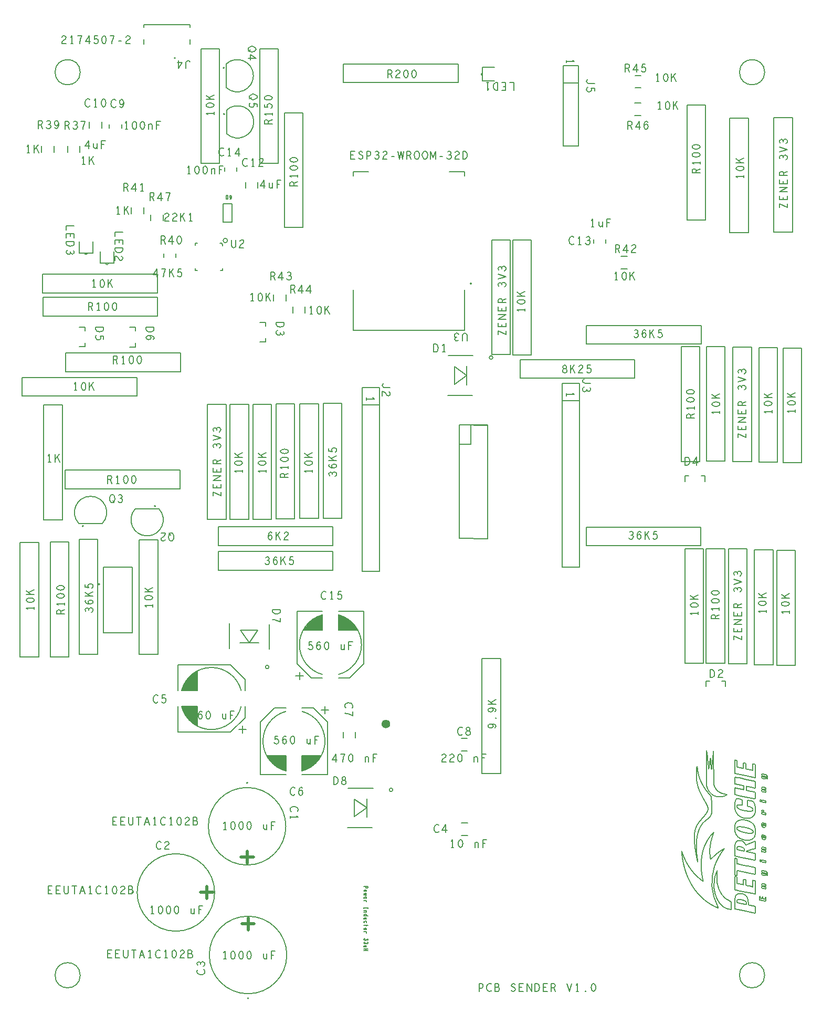
<source format=gto>
G04 ================== begin FILE IDENTIFICATION RECORD ==================*
G04 Layout Name:  E:/FACOMSA/allegro/TFG_ECU_Telemetry_Sender_1v0.brd*
G04 Film Name:    PCB_Sender_13XXVxSilkscreenTOP*
G04 File Format:  Gerber RS274X*
G04 File Origin:  Cadence Allegro 17.0-S002*
G04 Origin Date:  Mon Mar 27 20:21:05 2023*
G04 *
G04 Layer:  PACKAGE GEOMETRY/SILKSCREEN_TOP*
G04 Layer:  REF DES/SILKSCREEN_TOP*
G04 Layer:  BOARD GEOMETRY/SILKSCREEN_TOP*
G04 *
G04 Offset:    (0.0000 0.0000)*
G04 Mirror:    No*
G04 Mode:      Positive*
G04 Rotation:  0*
G04 FullContactRelief:  No*
G04 UndefLineWidth:     0.2000*
G04 ================== end FILE IDENTIFICATION RECORD ====================*
%FSAX34Y34*MOMM*%
%IR0*IPPOS*OFA0.00000B0.00000*MIA0B0*SFA1.00000B1.00000*%
%ADD10C,.2*%
%ADD11C,.13*%
%ADD12C,.5*%
%ADD13C,.127*%
G75*
%LPD*%
G75*
G36*
G01X-0423100Y-0323800D02*
Y-0354800D01*
X-0425100D01*
X-0430100Y-0349800D01*
X-0432100D01*
X-0440100Y-0341800D01*
Y-0339800D01*
X-0444100Y-0335800D01*
Y-0332800D01*
X-0447100Y-0329800D01*
Y-0325800D01*
X-0448100Y-0324800D01*
Y-0323800D01*
X-0423100D01*
G37*
G36*
G01Y-0297800D02*
X-0448100D01*
Y-0294800D01*
X-0446100Y-0292800D01*
Y-0289800D01*
X-0443100Y-0286800D01*
Y-0283800D01*
X-0427100Y-0267800D01*
X-0424100D01*
X-0423100Y-0266800D01*
Y-0297800D01*
G37*
G36*
G01X-0279900Y-0402600D02*
Y-0427600D01*
X-0282900D01*
X-0284900Y-0425600D01*
X-0287900D01*
X-0290900Y-0422600D01*
X-0293900D01*
X-0309900Y-0406600D01*
Y-0403600D01*
X-0310900Y-0402600D01*
X-0279900D01*
G37*
G36*
G01X-0253900D02*
X-0222900D01*
Y-0404600D01*
X-0227900Y-0409600D01*
Y-0411600D01*
X-0235900Y-0419600D01*
X-0237900D01*
X-0241900Y-0423600D01*
X-0244900D01*
X-0247900Y-0426600D01*
X-0251900D01*
X-0252900Y-0427600D01*
X-0253900D01*
Y-0402600D01*
G37*
G36*
G01X-0221000Y-0201000D02*
X-0252000D01*
Y-0199000D01*
X-0247000Y-0194000D01*
Y-0192000D01*
X-0239000Y-0184000D01*
X-0237000D01*
X-0233000Y-0180000D01*
X-0230000D01*
X-0227000Y-0177000D01*
X-0223000D01*
X-0222000Y-0176000D01*
X-0221000D01*
Y-0201000D01*
G37*
G36*
G01X-0195000D02*
Y-0176000D01*
X-0192000D01*
X-0190000Y-0178000D01*
X-0187000D01*
X-0184000Y-0181000D01*
X-0181000D01*
X-0165000Y-0197000D01*
Y-0200000D01*
X-0164000Y-0201000D01*
X-0195000D01*
G37*
G36*
G01X-0111600Y-0351900D02*
G03I-0007000J0D01*
G37*
G54D10*
G01X-0611700Y-0757000D02*
G03I-0020300J0D01*
G01X-0656917Y-0626000D02*
X-0663383D01*
Y-0613300D01*
X-0656917D01*
G01X-0659503Y-0619438D02*
X-0663383D01*
G01X-0643917Y-0626000D02*
X-0650383D01*
Y-0613300D01*
X-0643917D01*
G01X-0646503Y-0619438D02*
X-0650383D01*
G01X-0637707Y-0613300D02*
Y-0622402D01*
X-0637060Y-0624307D01*
X-0635767Y-0625577D01*
X-0634150Y-0626000D01*
X-0632533Y-0625577D01*
X-0631240Y-0624307D01*
X-0630593Y-0622402D01*
Y-0613300D01*
G01X-0621150D02*
Y-0626000D01*
G01X-0624868Y-0613300D02*
X-0617432D01*
G01X-0612192Y-0626000D02*
X-0608150Y-0613300D01*
X-0604108Y-0626000D01*
G01X-0605563Y-0621555D02*
X-0610737D01*
G01X-0595150Y-0626000D02*
Y-0613300D01*
X-0597090Y-0615840D01*
G01Y-0626000D02*
X-0593210D01*
G01X-0578593Y-0614358D02*
X-0579563Y-0613723D01*
X-0580695Y-0613300D01*
X-0581988D01*
X-0583444Y-0613935D01*
X-0584575Y-0614993D01*
X-0585383Y-0616263D01*
X-0586030Y-0618380D01*
X-0586192Y-0620285D01*
X-0585868Y-0622190D01*
X-0585383Y-0623460D01*
X-0584413Y-0624730D01*
X-0583282Y-0625577D01*
X-0582150Y-0626000D01*
X-0581018D01*
X-0579887Y-0625577D01*
X-0578917Y-0624942D01*
X-0578108Y-0624095D01*
G01X-0569150Y-0626000D02*
Y-0613300D01*
X-0571090Y-0615840D01*
G01Y-0626000D02*
X-0567210D01*
G01X-0556150Y-0613300D02*
X-0557444Y-0613723D01*
X-0558413Y-0614782D01*
X-0559060Y-0616051D01*
X-0559545Y-0617745D01*
X-0559707Y-0619650D01*
X-0559545Y-0621555D01*
X-0559060Y-0623249D01*
X-0558413Y-0624519D01*
X-0557444Y-0625577D01*
X-0556150Y-0626000D01*
X-0554857Y-0625577D01*
X-0553887Y-0624519D01*
X-0553240Y-0623249D01*
X-0552755Y-0621555D01*
X-0552593Y-0619650D01*
X-0552755Y-0617745D01*
X-0553240Y-0616051D01*
X-0553887Y-0614782D01*
X-0554857Y-0613723D01*
X-0556150Y-0613300D01*
G01X-0546222Y-0615417D02*
X-0545252Y-0614147D01*
X-0544120Y-0613512D01*
X-0542827Y-0613300D01*
X-0541210Y-0613723D01*
X-0540078Y-0614782D01*
X-0539755Y-0616051D01*
X-0539917Y-0617322D01*
X-0540563Y-0618380D01*
X-0543797Y-0620497D01*
X-0545252Y-0621978D01*
X-0546222Y-0624095D01*
X-0546545Y-0626000D01*
X-0539755D01*
G01X-0528857Y-0619227D02*
X-0528210Y-0618592D01*
X-0527725Y-0617534D01*
X-0527402Y-0616051D01*
X-0527725Y-0614782D01*
X-0528372Y-0613935D01*
X-0529503Y-0613300D01*
X-0533868D01*
Y-0626000D01*
X-0528533D01*
X-0527402Y-0625154D01*
X-0526755Y-0623883D01*
X-0526432Y-0622402D01*
X-0526755Y-0620920D01*
X-0527725Y-0619650D01*
X-0528857Y-0619227D01*
X-0533868D01*
G01X-0660000Y-0243500D02*
Y-0058500D01*
X-0630000D01*
Y-0243500D01*
X-0660000D01*
G01X-0678500Y-0059100D02*
Y-0244100D01*
X-0708500D01*
Y-0059100D01*
X-0678500D01*
G01X-0637000Y-0174392D02*
X-0649700D01*
Y-0170371D01*
X-0649065Y-0169084D01*
X-0648218Y-0168280D01*
X-0646525Y-0167958D01*
X-0644832Y-0168280D01*
X-0643773Y-0169245D01*
X-0643138Y-0170371D01*
Y-0174392D01*
G01Y-0170371D02*
X-0637000Y-0167958D01*
G01Y-0158225D02*
X-0649700D01*
X-0647160Y-0160155D01*
G01X-0637000D02*
Y-0156295D01*
G01X-0649700Y-0145275D02*
X-0649277Y-0146562D01*
X-0648218Y-0147527D01*
X-0646949Y-0148170D01*
X-0645255Y-0148653D01*
X-0643350Y-0148813D01*
X-0641445Y-0148653D01*
X-0639751Y-0148170D01*
X-0638481Y-0147527D01*
X-0637423Y-0146562D01*
X-0637000Y-0145275D01*
X-0637423Y-0143988D01*
X-0638481Y-0143023D01*
X-0639751Y-0142380D01*
X-0641445Y-0141897D01*
X-0643350Y-0141737D01*
X-0645255Y-0141897D01*
X-0646949Y-0142380D01*
X-0648218Y-0143023D01*
X-0649277Y-0143988D01*
X-0649700Y-0145275D01*
G01Y-0132325D02*
X-0649277Y-0133612D01*
X-0648218Y-0134577D01*
X-0646949Y-0135220D01*
X-0645255Y-0135703D01*
X-0643350Y-0135863D01*
X-0641445Y-0135703D01*
X-0639751Y-0135220D01*
X-0638481Y-0134577D01*
X-0637423Y-0133612D01*
X-0637000Y-0132325D01*
X-0637423Y-0131038D01*
X-0638481Y-0130073D01*
X-0639751Y-0129430D01*
X-0641445Y-0128947D01*
X-0643350Y-0128787D01*
X-0645255Y-0128947D01*
X-0646949Y-0129430D01*
X-0648218Y-0130073D01*
X-0649277Y-0131038D01*
X-0649700Y-0132325D01*
G01X-0686000Y-0165175D02*
X-0698700D01*
X-0696160Y-0167105D01*
G01X-0686000D02*
Y-0163245D01*
G01X-0698700Y-0152225D02*
X-0698277Y-0153512D01*
X-0697218Y-0154477D01*
X-0695949Y-0155120D01*
X-0694255Y-0155603D01*
X-0692350Y-0155763D01*
X-0690445Y-0155603D01*
X-0688751Y-0155120D01*
X-0687481Y-0154477D01*
X-0686423Y-0153512D01*
X-0686000Y-0152225D01*
X-0686423Y-0150938D01*
X-0687481Y-0149973D01*
X-0688751Y-0149330D01*
X-0690445Y-0148847D01*
X-0692350Y-0148687D01*
X-0694255Y-0148847D01*
X-0695949Y-0149330D01*
X-0697218Y-0149973D01*
X-0698277Y-0150938D01*
X-0698700Y-0152225D01*
G01X-0686000Y-0142813D02*
X-0698700D01*
G01Y-0136702D02*
X-0690868Y-0142813D01*
G01X-0686000Y-0135737D02*
X-0694466Y-0140079D01*
G01X-0670600Y-0022400D02*
Y0162600D01*
X-0640600D01*
Y-0022400D01*
X-0670600D01*
G01X-0661175Y0070000D02*
Y0082700D01*
X-0663105Y0080160D01*
G01Y0070000D02*
X-0659245D01*
G01X-0651763D02*
Y0082700D01*
G01X-0645652D02*
X-0651763Y0074868D01*
G01X-0644687Y0070000D02*
X-0649029Y0078466D01*
G01X-0520100Y0176800D02*
X-0705100D01*
Y0206800D01*
X-0520100D01*
Y0176800D01*
G01X-0671700Y0336000D02*
X-0486700D01*
Y0306000D01*
X-0671700D01*
Y0336000D01*
G01X-0487100Y0343000D02*
X-0672100D01*
Y0373000D01*
X-0487100D01*
Y0343000D01*
G01X-0695175Y0569000D02*
Y0581700D01*
X-0697105Y0579160D01*
G01Y0569000D02*
X-0693245D01*
G01X-0685763D02*
Y0581700D01*
G01X-0679652D02*
X-0685763Y0573868D01*
G01X-0678687Y0569000D02*
X-0683029Y0577466D01*
G01X-0679333Y0608000D02*
Y0621000D01*
X-0675167D01*
X-0673833Y0620350D01*
X-0673000Y0619483D01*
X-0672667Y0617750D01*
X-0673000Y0616017D01*
X-0674000Y0614933D01*
X-0675167Y0614283D01*
X-0679333D01*
G01X-0675167D02*
X-0672667Y0608000D01*
G01X-0666667Y0610600D02*
X-0665667Y0609083D01*
X-0664334Y0608217D01*
X-0662833Y0608000D01*
X-0661500Y0608217D01*
X-0660167Y0609300D01*
X-0659333Y0610600D01*
X-0659167Y0611900D01*
X-0659500Y0613416D01*
X-0660667Y0614500D01*
X-0661833Y0614933D01*
X-0663333D01*
G01X-0661833D02*
X-0660833Y0615583D01*
X-0660000Y0616666D01*
X-0659667Y0617967D01*
X-0660000Y0619267D01*
X-0660833Y0620350D01*
X-0662333Y0621000D01*
X-0663833Y0620783D01*
X-0665333Y0619917D01*
G01X-0652833Y0609516D02*
X-0651667Y0608433D01*
X-0650333Y0608000D01*
X-0649000Y0608433D01*
X-0647833Y0609733D01*
X-0647000Y0611683D01*
X-0646667Y0613633D01*
Y0616017D01*
X-0647000Y0617967D01*
X-0647833Y0619700D01*
X-0648833Y0620567D01*
X-0650000Y0621000D01*
X-0651334Y0620567D01*
X-0652333Y0619700D01*
X-0653000Y0618400D01*
X-0653333Y0616666D01*
X-0653000Y0615150D01*
X-0652167Y0613633D01*
X-0651167Y0612766D01*
X-0650000Y0612550D01*
X-0648667Y0612983D01*
X-0647667Y0614067D01*
X-0646667Y0616017D01*
G01X-0674000Y0580000D02*
Y0570000D01*
G01X-0654000Y0580000D02*
Y0570000D01*
G01X-0611700Y0699000D02*
G03I-0020300J0D01*
G01X-0583300Y-0054500D02*
Y-0239500D01*
X-0613300D01*
Y-0054500D01*
X-0583300D01*
G01X-0593540Y-0171713D02*
X-0592058Y-0170749D01*
X-0591212Y-0169462D01*
X-0591000Y-0168014D01*
X-0591212Y-0166727D01*
X-0592270Y-0165441D01*
X-0593540Y-0164637D01*
X-0594810Y-0164476D01*
X-0596291Y-0164797D01*
X-0597350Y-0165923D01*
X-0597773Y-0167049D01*
Y-0168497D01*
G01Y-0167049D02*
X-0598408Y-0166084D01*
X-0599466Y-0165280D01*
X-0600737Y-0164958D01*
X-0602007Y-0165280D01*
X-0603065Y-0166084D01*
X-0603700Y-0167532D01*
X-0603488Y-0168979D01*
X-0602642Y-0170427D01*
G01X-0596291Y-0158281D02*
X-0597773Y-0157155D01*
X-0598620Y-0156190D01*
X-0599043Y-0154903D01*
X-0598620Y-0153777D01*
X-0597773Y-0152973D01*
X-0596503Y-0152330D01*
X-0595022Y-0152169D01*
X-0593751Y-0152330D01*
X-0592481Y-0152973D01*
X-0591423Y-0153938D01*
X-0591000Y-0155064D01*
X-0591423Y-0156351D01*
X-0592693Y-0157477D01*
X-0594598Y-0158120D01*
X-0596715Y-0158281D01*
X-0599466Y-0157959D01*
X-0600949Y-0157477D01*
X-0602430Y-0156673D01*
X-0603488Y-0155547D01*
X-0603700Y-0154421D01*
X-0603277Y-0153295D01*
X-0602218Y-0152491D01*
G01X-0591000Y-0145813D02*
X-0603700D01*
G01Y-0139702D02*
X-0595868Y-0145813D01*
G01X-0591000Y-0138737D02*
X-0599466Y-0143079D01*
G01X-0592905Y-0132863D02*
X-0591846Y-0131899D01*
X-0591212Y-0130773D01*
X-0591000Y-0129325D01*
X-0591423Y-0127877D01*
X-0592270Y-0126752D01*
X-0593751Y-0125947D01*
X-0595445Y-0125787D01*
X-0597138Y-0126108D01*
X-0598197Y-0126913D01*
X-0599043Y-0128038D01*
X-0599255Y-0129164D01*
X-0599043Y-0130290D01*
X-0598197Y-0131737D01*
X-0603700Y-0131255D01*
Y-0126913D01*
G01X-0580500Y-0126600D02*
G03I-0001000J0D01*
G01X-0606700Y-0032700D02*
G03I-0001000J0D01*
G01X-0450900Y0027300D02*
X-0635900D01*
Y0057300D01*
X-0450900D01*
Y0027300D01*
G01X-0619175Y0186000D02*
Y0198700D01*
X-0621105Y0196160D01*
G01Y0186000D02*
X-0617245D01*
G01X-0606225Y0198700D02*
X-0607512Y0198277D01*
X-0608477Y0197218D01*
X-0609120Y0195949D01*
X-0609603Y0194255D01*
X-0609763Y0192350D01*
X-0609603Y0190445D01*
X-0609120Y0188751D01*
X-0608477Y0187481D01*
X-0607512Y0186423D01*
X-0606225Y0186000D01*
X-0604938Y0186423D01*
X-0603973Y0187481D01*
X-0603330Y0188751D01*
X-0602847Y0190445D01*
X-0602687Y0192350D01*
X-0602847Y0194255D01*
X-0603330Y0195949D01*
X-0603973Y0197218D01*
X-0604938Y0198277D01*
X-0606225Y0198700D01*
G01X-0596813Y0186000D02*
Y0198700D01*
G01X-0590702D02*
X-0596813Y0190868D01*
G01X-0589737Y0186000D02*
X-0594079Y0194466D01*
G01X-0635000Y0246000D02*
X-0450000D01*
Y0216000D01*
X-0635000D01*
Y0246000D01*
G01X-0586995Y0287967D02*
X-0573995Y0288012D01*
X-0573984Y0284679D01*
X-0574629Y0283343D01*
X-0575492Y0282340D01*
X-0576789Y0281502D01*
X-0578304Y0280830D01*
X-0580470Y0280656D01*
X-0582637Y0280815D01*
X-0584156Y0281476D01*
X-0585459Y0282305D01*
X-0586329Y0283302D01*
X-0586984Y0284633D01*
X-0586995Y0287967D01*
G01X-0585001Y0274973D02*
X-0586080Y0273970D01*
X-0586726Y0272801D01*
X-0586938Y0271300D01*
X-0586499Y0269801D01*
X-0585629Y0268638D01*
X-0584109Y0267810D01*
X-0582375Y0267649D01*
X-0580643Y0267989D01*
X-0579562Y0268826D01*
X-0578700Y0269996D01*
X-0578487Y0271163D01*
X-0578708Y0272329D01*
X-0579580Y0273826D01*
X-0573945Y0273345D01*
X-0573929Y0268846D01*
G01X-0604000Y0262300D02*
Y0256300D01*
X-0613000D01*
G01X-0604000Y0282300D02*
Y0288300D01*
X-0613000D01*
G01X-0589175Y0352000D02*
Y0364700D01*
X-0591105Y0362160D01*
G01Y0352000D02*
X-0587245D01*
G01X-0576225Y0364700D02*
X-0577512Y0364277D01*
X-0578477Y0363218D01*
X-0579120Y0361949D01*
X-0579603Y0360255D01*
X-0579763Y0358350D01*
X-0579603Y0356445D01*
X-0579120Y0354751D01*
X-0578477Y0353481D01*
X-0577512Y0352423D01*
X-0576225Y0352000D01*
X-0574938Y0352423D01*
X-0573973Y0353481D01*
X-0573330Y0354751D01*
X-0572847Y0356445D01*
X-0572687Y0358350D01*
X-0572847Y0360255D01*
X-0573330Y0361949D01*
X-0573973Y0363218D01*
X-0574938Y0364277D01*
X-0576225Y0364700D01*
G01X-0566813Y0352000D02*
Y0364700D01*
G01X-0560702D02*
X-0566813Y0356868D01*
G01X-0559737Y0352000D02*
X-0564079Y0360466D01*
G01X-0598392Y0315000D02*
Y0327700D01*
X-0594371D01*
X-0593084Y0327065D01*
X-0592280Y0326218D01*
X-0591958Y0324525D01*
X-0592280Y0322832D01*
X-0593245Y0321773D01*
X-0594371Y0321138D01*
X-0598392D01*
G01X-0594371D02*
X-0591958Y0315000D01*
G01X-0582225D02*
Y0327700D01*
X-0584155Y0325160D01*
G01Y0315000D02*
X-0580295D01*
G01X-0569275Y0327700D02*
X-0570562Y0327277D01*
X-0571527Y0326218D01*
X-0572170Y0324949D01*
X-0572653Y0323255D01*
X-0572813Y0321350D01*
X-0572653Y0319445D01*
X-0572170Y0317751D01*
X-0571527Y0316481D01*
X-0570562Y0315423D01*
X-0569275Y0315000D01*
X-0567988Y0315423D01*
X-0567023Y0316481D01*
X-0566380Y0317751D01*
X-0565897Y0319445D01*
X-0565737Y0321350D01*
X-0565897Y0323255D01*
X-0566380Y0324949D01*
X-0567023Y0326218D01*
X-0567988Y0327277D01*
X-0569275Y0327700D01*
G01X-0556325D02*
X-0557612Y0327277D01*
X-0558577Y0326218D01*
X-0559220Y0324949D01*
X-0559703Y0323255D01*
X-0559863Y0321350D01*
X-0559703Y0319445D01*
X-0559220Y0317751D01*
X-0558577Y0316481D01*
X-0557612Y0315423D01*
X-0556325Y0315000D01*
X-0555038Y0315423D01*
X-0554073Y0316481D01*
X-0553430Y0317751D01*
X-0552947Y0319445D01*
X-0552787Y0321350D01*
X-0552947Y0323255D01*
X-0553430Y0324949D01*
X-0554073Y0326218D01*
X-0555038Y0327277D01*
X-0556325Y0327700D01*
G01X-0621300Y0451383D02*
X-0634000D01*
Y0444917D01*
G01Y0431917D02*
Y0438383D01*
X-0621300D01*
Y0431917D01*
G01X-0627438Y0434503D02*
Y0438383D01*
G01X-0634000Y0425707D02*
X-0621300D01*
Y0422473D01*
X-0621935Y0421180D01*
X-0622782Y0420210D01*
X-0624051Y0419402D01*
X-0625534Y0418755D01*
X-0627650Y0418593D01*
X-0629767Y0418755D01*
X-0631249Y0419402D01*
X-0632519Y0420210D01*
X-0633365Y0421180D01*
X-0634000Y0422473D01*
Y0425707D01*
G01X-0631460Y0412707D02*
X-0632942Y0411737D01*
X-0633788Y0410444D01*
X-0634000Y0408988D01*
X-0633788Y0407695D01*
X-0632730Y0406402D01*
X-0631460Y0405593D01*
X-0630190Y0405432D01*
X-0628709Y0405755D01*
X-0627650Y0406887D01*
X-0627227Y0408018D01*
Y0409473D01*
G01Y0408018D02*
X-0626592Y0407048D01*
X-0625534Y0406240D01*
X-0624263Y0405917D01*
X-0622993Y0406240D01*
X-0621935Y0407048D01*
X-0621300Y0408503D01*
X-0621512Y0409958D01*
X-0622358Y0411413D01*
G01X-0604400Y0407100D02*
G03X-0600400I0002000J0D01*
G01X-0591400Y0426100D02*
Y0407100D01*
X-0613400D01*
Y0426100D01*
G01X-0606175Y0550000D02*
Y0562700D01*
X-0608105Y0560160D01*
G01Y0550000D02*
X-0604245D01*
G01X-0596763D02*
Y0562700D01*
G01X-0590652D02*
X-0596763Y0554868D01*
G01X-0589687Y0550000D02*
X-0594029Y0558466D01*
G01X-0598245Y0576000D02*
Y0588700D01*
X-0604196Y0579598D01*
X-0596154D01*
G01X-0589959Y0584466D02*
Y0578540D01*
X-0589316Y0577058D01*
X-0588351Y0576212D01*
X-0587225Y0576000D01*
X-0586099Y0576212D01*
X-0585134Y0577058D01*
X-0584491Y0578540D01*
G01Y0576000D02*
Y0584466D01*
G01X-0577331Y0576000D02*
Y0588700D01*
X-0571219D01*
G01X-0573471Y0582562D02*
X-0577331D01*
G01X-0597000Y0619000D02*
Y0609000D01*
G01X-0636333Y0607000D02*
Y0620000D01*
X-0632167D01*
X-0630833Y0619350D01*
X-0630000Y0618483D01*
X-0629667Y0616750D01*
X-0630000Y0615017D01*
X-0631000Y0613933D01*
X-0632167Y0613283D01*
X-0636333D01*
G01X-0632167D02*
X-0629667Y0607000D01*
G01X-0623667Y0609600D02*
X-0622667Y0608083D01*
X-0621334Y0607217D01*
X-0619833Y0607000D01*
X-0618500Y0607217D01*
X-0617167Y0608300D01*
X-0616333Y0609600D01*
X-0616167Y0610900D01*
X-0616500Y0612416D01*
X-0617667Y0613500D01*
X-0618833Y0613933D01*
X-0620333D01*
G01X-0618833D02*
X-0617833Y0614583D01*
X-0617000Y0615666D01*
X-0616667Y0616967D01*
X-0617000Y0618267D01*
X-0617833Y0619350D01*
X-0619333Y0620000D01*
X-0620833Y0619783D01*
X-0622333Y0618917D01*
G01X-0607333Y0607000D02*
X-0607000Y0609816D01*
X-0606500Y0612200D01*
X-0605833Y0614367D01*
X-0605000Y0616750D01*
X-0603667Y0620000D01*
X-0610333D01*
G01X-0632000Y0580000D02*
Y0570000D01*
G01X-0612000Y0580000D02*
Y0570000D01*
G01X-0596333Y0654917D02*
X-0597333Y0655567D01*
X-0598500Y0656000D01*
X-0599833D01*
X-0601334Y0655350D01*
X-0602500Y0654267D01*
X-0603333Y0652967D01*
X-0604000Y0650800D01*
X-0604167Y0648850D01*
X-0603833Y0646900D01*
X-0603333Y0645600D01*
X-0602333Y0644300D01*
X-0601167Y0643433D01*
X-0600000Y0643000D01*
X-0598833D01*
X-0597667Y0643433D01*
X-0596667Y0644083D01*
X-0595833Y0644950D01*
G01X-0587000Y0643000D02*
Y0656000D01*
X-0589000Y0653400D01*
G01Y0643000D02*
X-0585000D01*
G01X-0574000Y0656000D02*
X-0575334Y0655567D01*
X-0576333Y0654483D01*
X-0577000Y0653184D01*
X-0577500Y0651450D01*
X-0577667Y0649500D01*
X-0577500Y0647550D01*
X-0577000Y0645816D01*
X-0576333Y0644516D01*
X-0575334Y0643433D01*
X-0574000Y0643000D01*
X-0572667Y0643433D01*
X-0571667Y0644516D01*
X-0571000Y0645816D01*
X-0570500Y0647550D01*
X-0570333Y0649500D01*
X-0570500Y0651450D01*
X-0571000Y0653184D01*
X-0571667Y0654483D01*
X-0572667Y0655567D01*
X-0574000Y0656000D01*
G01X-0641231Y0755583D02*
X-0640265Y0756853D01*
X-0639139Y0757488D01*
X-0637852Y0757700D01*
X-0636244Y0757277D01*
X-0635117Y0756218D01*
X-0634796Y0754949D01*
X-0634957Y0753678D01*
X-0635600Y0752620D01*
X-0638817Y0750503D01*
X-0640265Y0749022D01*
X-0641231Y0746905D01*
X-0641552Y0745000D01*
X-0634796D01*
G01X-0625220D02*
Y0757700D01*
X-0627150Y0755160D01*
G01Y0745000D02*
X-0623290D01*
G01X-0612588D02*
X-0612266Y0747751D01*
X-0611783Y0750080D01*
X-0611140Y0752197D01*
X-0610336Y0754525D01*
X-0609049Y0757700D01*
X-0615483D01*
G01X-0597382Y0745000D02*
Y0757700D01*
X-0603334Y0748598D01*
X-0595290D01*
G01X-0589897Y0746905D02*
X-0588932Y0745846D01*
X-0587806Y0745212D01*
X-0586358Y0745000D01*
X-0584910Y0745423D01*
X-0583784Y0746270D01*
X-0582980Y0747751D01*
X-0582819Y0749445D01*
X-0583141Y0751138D01*
X-0583945Y0752197D01*
X-0585071Y0753043D01*
X-0586197Y0753255D01*
X-0587323Y0753043D01*
X-0588771Y0752197D01*
X-0588288Y0757700D01*
X-0583945D01*
G01X-0573404D02*
X-0574691Y0757277D01*
X-0575656Y0756218D01*
X-0576300Y0754949D01*
X-0576782Y0753255D01*
X-0576943Y0751350D01*
X-0576782Y0749445D01*
X-0576300Y0747751D01*
X-0575656Y0746481D01*
X-0574691Y0745423D01*
X-0573404Y0745000D01*
X-0572117Y0745423D01*
X-0571152Y0746481D01*
X-0570508Y0747751D01*
X-0570026Y0749445D01*
X-0569865Y0751350D01*
X-0570026Y0753255D01*
X-0570508Y0754949D01*
X-0571152Y0756218D01*
X-0572117Y0757277D01*
X-0573404Y0757700D01*
G01X-0560772Y0745000D02*
X-0560450Y0747751D01*
X-0559967Y0750080D01*
X-0559324Y0752197D01*
X-0558520Y0754525D01*
X-0557233Y0757700D01*
X-0563667D01*
G01X-0549587Y0749233D02*
X-0545405D01*
G01X-0537599Y0755583D02*
X-0536633Y0756853D01*
X-0535507Y0757488D01*
X-0534220Y0757700D01*
X-0532612Y0757277D01*
X-0531485Y0756218D01*
X-0531164Y0754949D01*
X-0531325Y0753678D01*
X-0531968Y0752620D01*
X-0535185Y0750503D01*
X-0536633Y0749022D01*
X-0537599Y0746905D01*
X-0537920Y0745000D01*
X-0531164D01*
G01X-0560917Y-0729000D02*
X-0567383D01*
Y-0716300D01*
X-0560917D01*
G01X-0563503Y-0722438D02*
X-0567383D01*
G01X-0547917Y-0729000D02*
X-0554383D01*
Y-0716300D01*
X-0547917D01*
G01X-0550503Y-0722438D02*
X-0554383D01*
G01X-0541707Y-0716300D02*
Y-0725402D01*
X-0541060Y-0727307D01*
X-0539767Y-0728577D01*
X-0538150Y-0729000D01*
X-0536533Y-0728577D01*
X-0535240Y-0727307D01*
X-0534593Y-0725402D01*
Y-0716300D01*
G01X-0525150D02*
Y-0729000D01*
G01X-0528868Y-0716300D02*
X-0521432D01*
G01X-0516192Y-0729000D02*
X-0512150Y-0716300D01*
X-0508108Y-0729000D01*
G01X-0509563Y-0724555D02*
X-0514737D01*
G01X-0499150Y-0729000D02*
Y-0716300D01*
X-0501090Y-0718840D01*
G01Y-0729000D02*
X-0497210D01*
G01X-0482593Y-0717358D02*
X-0483563Y-0716723D01*
X-0484695Y-0716300D01*
X-0485988D01*
X-0487444Y-0716935D01*
X-0488575Y-0717993D01*
X-0489383Y-0719263D01*
X-0490030Y-0721380D01*
X-0490192Y-0723285D01*
X-0489868Y-0725190D01*
X-0489383Y-0726460D01*
X-0488413Y-0727730D01*
X-0487282Y-0728577D01*
X-0486150Y-0729000D01*
X-0485018D01*
X-0483887Y-0728577D01*
X-0482917Y-0727942D01*
X-0482108Y-0727095D01*
G01X-0473150Y-0729000D02*
Y-0716300D01*
X-0475090Y-0718840D01*
G01Y-0729000D02*
X-0471210D01*
G01X-0460150Y-0716300D02*
X-0461444Y-0716723D01*
X-0462413Y-0717782D01*
X-0463060Y-0719051D01*
X-0463545Y-0720745D01*
X-0463707Y-0722650D01*
X-0463545Y-0724555D01*
X-0463060Y-0726249D01*
X-0462413Y-0727519D01*
X-0461444Y-0728577D01*
X-0460150Y-0729000D01*
X-0458857Y-0728577D01*
X-0457887Y-0727519D01*
X-0457240Y-0726249D01*
X-0456755Y-0724555D01*
X-0456593Y-0722650D01*
X-0456755Y-0720745D01*
X-0457240Y-0719051D01*
X-0457887Y-0717782D01*
X-0458857Y-0716723D01*
X-0460150Y-0716300D01*
G01X-0450222Y-0718417D02*
X-0449252Y-0717147D01*
X-0448120Y-0716512D01*
X-0446827Y-0716300D01*
X-0445210Y-0716723D01*
X-0444078Y-0717782D01*
X-0443755Y-0719051D01*
X-0443917Y-0720322D01*
X-0444563Y-0721380D01*
X-0447797Y-0723497D01*
X-0449252Y-0724978D01*
X-0450222Y-0727095D01*
X-0450545Y-0729000D01*
X-0443755D01*
G01X-0432857Y-0722227D02*
X-0432210Y-0721592D01*
X-0431725Y-0720534D01*
X-0431402Y-0719051D01*
X-0431725Y-0717782D01*
X-0432372Y-0716935D01*
X-0433503Y-0716300D01*
X-0437868D01*
Y-0729000D01*
X-0432533D01*
X-0431402Y-0728154D01*
X-0430755Y-0726883D01*
X-0430432Y-0725402D01*
X-0430755Y-0723920D01*
X-0431725Y-0722650D01*
X-0432857Y-0722227D01*
X-0437868D01*
G01X-0526400Y-0623500D02*
G03I-0001000J0D01*
G01X-0552917Y-0515000D02*
X-0559383D01*
Y-0502300D01*
X-0552917D01*
G01X-0555503Y-0508438D02*
X-0559383D01*
G01X-0539917Y-0515000D02*
X-0546383D01*
Y-0502300D01*
X-0539917D01*
G01X-0542503Y-0508438D02*
X-0546383D01*
G01X-0533707Y-0502300D02*
Y-0511402D01*
X-0533060Y-0513307D01*
X-0531767Y-0514577D01*
X-0530150Y-0515000D01*
X-0528533Y-0514577D01*
X-0527240Y-0513307D01*
X-0526593Y-0511402D01*
Y-0502300D01*
G01X-0517150D02*
Y-0515000D01*
G01X-0520868Y-0502300D02*
X-0513432D01*
G01X-0508192Y-0515000D02*
X-0504150Y-0502300D01*
X-0500108Y-0515000D01*
G01X-0501563Y-0510555D02*
X-0506737D01*
G01X-0491150Y-0515000D02*
Y-0502300D01*
X-0493090Y-0504840D01*
G01Y-0515000D02*
X-0489210D01*
G01X-0474593Y-0503358D02*
X-0475563Y-0502723D01*
X-0476695Y-0502300D01*
X-0477988D01*
X-0479444Y-0502935D01*
X-0480575Y-0503993D01*
X-0481383Y-0505263D01*
X-0482030Y-0507380D01*
X-0482192Y-0509285D01*
X-0481868Y-0511190D01*
X-0481383Y-0512460D01*
X-0480413Y-0513730D01*
X-0479282Y-0514577D01*
X-0478150Y-0515000D01*
X-0477018D01*
X-0475887Y-0514577D01*
X-0474917Y-0513942D01*
X-0474108Y-0513095D01*
G01X-0465150Y-0515000D02*
Y-0502300D01*
X-0467090Y-0504840D01*
G01Y-0515000D02*
X-0463210D01*
G01X-0452150Y-0502300D02*
X-0453444Y-0502723D01*
X-0454413Y-0503782D01*
X-0455060Y-0505051D01*
X-0455545Y-0506745D01*
X-0455707Y-0508650D01*
X-0455545Y-0510555D01*
X-0455060Y-0512249D01*
X-0454413Y-0513519D01*
X-0453444Y-0514577D01*
X-0452150Y-0515000D01*
X-0450857Y-0514577D01*
X-0449887Y-0513519D01*
X-0449240Y-0512249D01*
X-0448755Y-0510555D01*
X-0448593Y-0508650D01*
X-0448755Y-0506745D01*
X-0449240Y-0505051D01*
X-0449887Y-0503782D01*
X-0450857Y-0502723D01*
X-0452150Y-0502300D01*
G01X-0442222Y-0504417D02*
X-0441252Y-0503147D01*
X-0440120Y-0502512D01*
X-0438827Y-0502300D01*
X-0437210Y-0502723D01*
X-0436078Y-0503782D01*
X-0435755Y-0505051D01*
X-0435917Y-0506322D01*
X-0436563Y-0507380D01*
X-0439797Y-0509497D01*
X-0441252Y-0510978D01*
X-0442222Y-0513095D01*
X-0442545Y-0515000D01*
X-0435755D01*
G01X-0424857Y-0508227D02*
X-0424210Y-0507592D01*
X-0423725Y-0506534D01*
X-0423402Y-0505051D01*
X-0423725Y-0503782D01*
X-0424372Y-0502935D01*
X-0425503Y-0502300D01*
X-0429868D01*
Y-0515000D01*
X-0424533D01*
X-0423402Y-0514154D01*
X-0422755Y-0512883D01*
X-0422432Y-0511402D01*
X-0422755Y-0509920D01*
X-0423725Y-0508650D01*
X-0424857Y-0508227D01*
X-0429868D01*
G01X-0516600Y-0239600D02*
Y-0054600D01*
X-0486600D01*
Y-0239600D01*
X-0516600D01*
G01X-0560174Y0005000D02*
X-0561461Y0005212D01*
X-0562587Y0006058D01*
X-0563552Y0007328D01*
X-0564196Y0008810D01*
X-0564518Y0010503D01*
Y0012197D01*
X-0564196Y0013890D01*
X-0563552Y0015372D01*
X-0562587Y0016642D01*
X-0561461Y0017488D01*
X-0560174Y0017700D01*
X-0558887Y0017488D01*
X-0557761Y0016642D01*
X-0556796Y0015372D01*
X-0556152Y0013890D01*
X-0555830Y0012197D01*
Y0010503D01*
X-0556152Y0008810D01*
X-0556796Y0007328D01*
X-0557761Y0006058D01*
X-0558887Y0005212D01*
X-0560174Y0005000D01*
G01X-0558887Y0008387D02*
X-0556957Y0005000D01*
G01X-0550759Y0007540D02*
X-0549794Y0006058D01*
X-0548507Y0005212D01*
X-0547059Y0005000D01*
X-0545772Y0005212D01*
X-0544485Y0006270D01*
X-0543681Y0007540D01*
X-0543520Y0008810D01*
X-0543842Y0010291D01*
X-0544968Y0011350D01*
X-0546094Y0011773D01*
X-0547542D01*
G01X-0546094D02*
X-0545129Y0012408D01*
X-0544324Y0013466D01*
X-0544003Y0014737D01*
X-0544324Y0016007D01*
X-0545129Y0017065D01*
X-0546577Y0017700D01*
X-0548024Y0017488D01*
X-0549472Y0016642D01*
G01X-0567392Y0036000D02*
Y0048700D01*
X-0563371D01*
X-0562084Y0048065D01*
X-0561280Y0047218D01*
X-0560958Y0045525D01*
X-0561280Y0043832D01*
X-0562245Y0042773D01*
X-0563371Y0042138D01*
X-0567392D01*
G01X-0563371D02*
X-0560958Y0036000D01*
G01X-0551225D02*
Y0048700D01*
X-0553155Y0046160D01*
G01Y0036000D02*
X-0549295D01*
G01X-0538275Y0048700D02*
X-0539562Y0048277D01*
X-0540527Y0047218D01*
X-0541170Y0045949D01*
X-0541653Y0044255D01*
X-0541813Y0042350D01*
X-0541653Y0040445D01*
X-0541170Y0038751D01*
X-0540527Y0037481D01*
X-0539562Y0036423D01*
X-0538275Y0036000D01*
X-0536988Y0036423D01*
X-0536023Y0037481D01*
X-0535380Y0038751D01*
X-0534897Y0040445D01*
X-0534737Y0042350D01*
X-0534897Y0044255D01*
X-0535380Y0045949D01*
X-0536023Y0047218D01*
X-0536988Y0048277D01*
X-0538275Y0048700D01*
G01X-0525325D02*
X-0526612Y0048277D01*
X-0527577Y0047218D01*
X-0528220Y0045949D01*
X-0528703Y0044255D01*
X-0528863Y0042350D01*
X-0528703Y0040445D01*
X-0528220Y0038751D01*
X-0527577Y0037481D01*
X-0526612Y0036423D01*
X-0525325Y0036000D01*
X-0524038Y0036423D01*
X-0523073Y0037481D01*
X-0522430Y0038751D01*
X-0521947Y0040445D01*
X-0521787Y0042350D01*
X-0521947Y0044255D01*
X-0522430Y0045949D01*
X-0523073Y0047218D01*
X-0524038Y0048277D01*
X-0525325Y0048700D01*
G01X-0558392Y0229000D02*
Y0241700D01*
X-0554371D01*
X-0553084Y0241065D01*
X-0552280Y0240218D01*
X-0551958Y0238525D01*
X-0552280Y0236832D01*
X-0553245Y0235773D01*
X-0554371Y0235138D01*
X-0558392D01*
G01X-0554371D02*
X-0551958Y0229000D01*
G01X-0542225D02*
Y0241700D01*
X-0544155Y0239160D01*
G01Y0229000D02*
X-0540295D01*
G01X-0529275Y0241700D02*
X-0530562Y0241277D01*
X-0531527Y0240218D01*
X-0532170Y0238949D01*
X-0532653Y0237255D01*
X-0532813Y0235350D01*
X-0532653Y0233445D01*
X-0532170Y0231751D01*
X-0531527Y0230481D01*
X-0530562Y0229423D01*
X-0529275Y0229000D01*
X-0527988Y0229423D01*
X-0527023Y0230481D01*
X-0526380Y0231751D01*
X-0525897Y0233445D01*
X-0525737Y0235350D01*
X-0525897Y0237255D01*
X-0526380Y0238949D01*
X-0527023Y0240218D01*
X-0527988Y0241277D01*
X-0529275Y0241700D01*
G01X-0516325D02*
X-0517612Y0241277D01*
X-0518577Y0240218D01*
X-0519220Y0238949D01*
X-0519703Y0237255D01*
X-0519863Y0235350D01*
X-0519703Y0233445D01*
X-0519220Y0231751D01*
X-0518577Y0230481D01*
X-0517612Y0229423D01*
X-0516325Y0229000D01*
X-0515038Y0229423D01*
X-0514073Y0230481D01*
X-0513430Y0231751D01*
X-0512947Y0233445D01*
X-0512787Y0235350D01*
X-0512947Y0237255D01*
X-0513430Y0238949D01*
X-0514073Y0240218D01*
X-0515038Y0241277D01*
X-0516325Y0241700D01*
G01X-0522600Y0262100D02*
Y0256100D01*
X-0531600D01*
G01X-0522600Y0282100D02*
Y0288100D01*
X-0531600D01*
G01X-0543000Y0441183D02*
X-0555700D01*
Y0434717D01*
G01Y0421717D02*
Y0428183D01*
X-0543000D01*
Y0421717D01*
G01X-0549138Y0424303D02*
Y0428183D01*
G01X-0555700Y0415507D02*
X-0543000D01*
Y0412273D01*
X-0543635Y0410980D01*
X-0544482Y0410010D01*
X-0545751Y0409202D01*
X-0547234Y0408555D01*
X-0549350Y0408393D01*
X-0551467Y0408555D01*
X-0552949Y0409202D01*
X-0554219Y0410010D01*
X-0555065Y0410980D01*
X-0555700Y0412273D01*
Y0415507D01*
G01X-0545117Y0402022D02*
X-0543847Y0401052D01*
X-0543212Y0399920D01*
X-0543000Y0398627D01*
X-0543423Y0397010D01*
X-0544482Y0395878D01*
X-0545751Y0395555D01*
X-0547022Y0395717D01*
X-0548080Y0396363D01*
X-0550197Y0399597D01*
X-0551678Y0401052D01*
X-0553795Y0402022D01*
X-0555700Y0402345D01*
Y0395555D01*
G01X-0570700Y0390800D02*
G03X-0566700I0002000J0D01*
G01X-0557700Y0409800D02*
Y0390800D01*
X-0579700D01*
Y0409800D01*
G01X-0550175Y0470000D02*
Y0482700D01*
X-0552105Y0480160D01*
G01Y0470000D02*
X-0548245D01*
G01X-0540763D02*
Y0482700D01*
G01X-0534652D02*
X-0540763Y0474868D01*
G01X-0533687Y0470000D02*
X-0538029Y0478466D01*
G01X-0529100Y0480900D02*
Y0470900D01*
G01X-0541333Y0507000D02*
Y0520000D01*
X-0537167D01*
X-0535833Y0519350D01*
X-0535000Y0518483D01*
X-0534667Y0516750D01*
X-0535000Y0515017D01*
X-0536000Y0513933D01*
X-0537167Y0513283D01*
X-0541333D01*
G01X-0537167D02*
X-0534667Y0507000D01*
G01X-0523000D02*
Y0520000D01*
X-0529167Y0510683D01*
X-0520833D01*
G01X-0512000Y0507000D02*
Y0520000D01*
X-0514000Y0517400D01*
G01Y0507000D02*
X-0510000D01*
G01X-0537175Y0607000D02*
Y0619700D01*
X-0539105Y0617160D01*
G01Y0607000D02*
X-0535245D01*
G01X-0524225Y0619700D02*
X-0525512Y0619277D01*
X-0526477Y0618218D01*
X-0527120Y0616949D01*
X-0527603Y0615255D01*
X-0527763Y0613350D01*
X-0527603Y0611445D01*
X-0527120Y0609751D01*
X-0526477Y0608481D01*
X-0525512Y0607423D01*
X-0524225Y0607000D01*
X-0522938Y0607423D01*
X-0521973Y0608481D01*
X-0521330Y0609751D01*
X-0520847Y0611445D01*
X-0520687Y0613350D01*
X-0520847Y0615255D01*
X-0521330Y0616949D01*
X-0521973Y0618218D01*
X-0522938Y0619277D01*
X-0524225Y0619700D01*
G01X-0511275D02*
X-0512562Y0619277D01*
X-0513527Y0618218D01*
X-0514170Y0616949D01*
X-0514653Y0615255D01*
X-0514813Y0613350D01*
X-0514653Y0611445D01*
X-0514170Y0609751D01*
X-0513527Y0608481D01*
X-0512562Y0607423D01*
X-0511275Y0607000D01*
X-0509988Y0607423D01*
X-0509023Y0608481D01*
X-0508380Y0609751D01*
X-0507897Y0611445D01*
X-0507737Y0613350D01*
X-0507897Y0615255D01*
X-0508380Y0616949D01*
X-0509023Y0618218D01*
X-0509988Y0619277D01*
X-0511275Y0619700D01*
G01X-0501059Y0607000D02*
Y0615466D01*
G01Y0613350D02*
X-0500416Y0614408D01*
X-0499451Y0615255D01*
X-0498164Y0615466D01*
X-0497038Y0615255D01*
X-0496073Y0614408D01*
X-0495591Y0612927D01*
Y0607000D01*
G01X-0488431D02*
Y0619700D01*
X-0482319D01*
G01X-0484571Y0613562D02*
X-0488431D01*
G01X-0577000Y0619000D02*
Y0609000D01*
G01X-0565000Y0615000D02*
Y0609000D01*
G01X-0545000Y0615000D02*
Y0609000D01*
G01X-0554333Y0653917D02*
X-0555333Y0654567D01*
X-0556500Y0655000D01*
X-0557833D01*
X-0559334Y0654350D01*
X-0560500Y0653267D01*
X-0561333Y0651967D01*
X-0562000Y0649800D01*
X-0562167Y0647850D01*
X-0561833Y0645900D01*
X-0561333Y0644600D01*
X-0560333Y0643300D01*
X-0559167Y0642433D01*
X-0558000Y0642000D01*
X-0556833D01*
X-0555667Y0642433D01*
X-0554667Y0643083D01*
X-0553833Y0643950D01*
G01X-0547833Y0643516D02*
X-0546667Y0642433D01*
X-0545333Y0642000D01*
X-0544000Y0642433D01*
X-0542833Y0643733D01*
X-0542000Y0645683D01*
X-0541667Y0647633D01*
Y0650017D01*
X-0542000Y0651967D01*
X-0542833Y0653700D01*
X-0543833Y0654567D01*
X-0545000Y0655000D01*
X-0546334Y0654567D01*
X-0547333Y0653700D01*
X-0548000Y0652400D01*
X-0548333Y0650666D01*
X-0548000Y0649150D01*
X-0547167Y0647633D01*
X-0546167Y0646766D01*
X-0545000Y0646550D01*
X-0543667Y0646983D01*
X-0542667Y0648067D01*
X-0541667Y0650017D01*
G01X-0495175Y-0658000D02*
Y-0645300D01*
X-0497105Y-0647840D01*
G01Y-0658000D02*
X-0493245D01*
G01X-0482225Y-0645300D02*
X-0483512Y-0645723D01*
X-0484477Y-0646782D01*
X-0485120Y-0648051D01*
X-0485603Y-0649745D01*
X-0485763Y-0651650D01*
X-0485603Y-0653555D01*
X-0485120Y-0655249D01*
X-0484477Y-0656519D01*
X-0483512Y-0657577D01*
X-0482225Y-0658000D01*
X-0480938Y-0657577D01*
X-0479973Y-0656519D01*
X-0479330Y-0655249D01*
X-0478847Y-0653555D01*
X-0478687Y-0651650D01*
X-0478847Y-0649745D01*
X-0479330Y-0648051D01*
X-0479973Y-0646782D01*
X-0480938Y-0645723D01*
X-0482225Y-0645300D01*
G01X-0469275D02*
X-0470562Y-0645723D01*
X-0471527Y-0646782D01*
X-0472170Y-0648051D01*
X-0472653Y-0649745D01*
X-0472813Y-0651650D01*
X-0472653Y-0653555D01*
X-0472170Y-0655249D01*
X-0471527Y-0656519D01*
X-0470562Y-0657577D01*
X-0469275Y-0658000D01*
X-0467988Y-0657577D01*
X-0467023Y-0656519D01*
X-0466380Y-0655249D01*
X-0465897Y-0653555D01*
X-0465737Y-0651650D01*
X-0465897Y-0649745D01*
X-0466380Y-0648051D01*
X-0467023Y-0646782D01*
X-0467988Y-0645723D01*
X-0469275Y-0645300D01*
G01X-0456325D02*
X-0457612Y-0645723D01*
X-0458577Y-0646782D01*
X-0459220Y-0648051D01*
X-0459703Y-0649745D01*
X-0459863Y-0651650D01*
X-0459703Y-0653555D01*
X-0459220Y-0655249D01*
X-0458577Y-0656519D01*
X-0457612Y-0657577D01*
X-0456325Y-0658000D01*
X-0455038Y-0657577D01*
X-0454073Y-0656519D01*
X-0453430Y-0655249D01*
X-0452947Y-0653555D01*
X-0452787Y-0651650D01*
X-0452947Y-0649745D01*
X-0453430Y-0648051D01*
X-0454073Y-0646782D01*
X-0455038Y-0645723D01*
X-0456325Y-0645300D01*
G01X-0433159Y-0649534D02*
Y-0655460D01*
X-0432516Y-0656942D01*
X-0431551Y-0657788D01*
X-0430425Y-0658000D01*
X-0429299Y-0657788D01*
X-0428334Y-0656942D01*
X-0427691Y-0655460D01*
G01Y-0658000D02*
Y-0649534D01*
G01X-0420531Y-0658000D02*
Y-0645300D01*
X-0414419D01*
G01X-0416671Y-0651438D02*
X-0420531D01*
G01X-0481493Y-0542358D02*
X-0482463Y-0541723D01*
X-0483595Y-0541300D01*
X-0484888D01*
X-0486344Y-0541935D01*
X-0487475Y-0542993D01*
X-0488283Y-0544263D01*
X-0488930Y-0546380D01*
X-0489092Y-0548285D01*
X-0488768Y-0550190D01*
X-0488283Y-0551460D01*
X-0487313Y-0552730D01*
X-0486182Y-0553577D01*
X-0485050Y-0554000D01*
X-0483918D01*
X-0482787Y-0553577D01*
X-0481817Y-0552942D01*
X-0481008Y-0552095D01*
G01X-0475122Y-0543417D02*
X-0474152Y-0542147D01*
X-0473020Y-0541512D01*
X-0471727Y-0541300D01*
X-0470110Y-0541723D01*
X-0468978Y-0542782D01*
X-0468655Y-0544051D01*
X-0468817Y-0545322D01*
X-0469463Y-0546380D01*
X-0472697Y-0548497D01*
X-0474152Y-0549978D01*
X-0475122Y-0552095D01*
X-0475445Y-0554000D01*
X-0468655D01*
G01X-0486411Y-0306129D02*
X-0487402Y-0305482D01*
X-0488558Y-0305050D01*
X-0489880D01*
X-0491367Y-0305698D01*
X-0492522Y-0306777D01*
X-0493348Y-0308072D01*
X-0494009Y-0310230D01*
X-0494174Y-0312173D01*
X-0493844Y-0314115D01*
X-0493348Y-0315410D01*
X-0492357Y-0316705D01*
X-0491201Y-0317568D01*
X-0490045Y-0318000D01*
X-0488889D01*
X-0487733Y-0317568D01*
X-0486742Y-0316921D01*
X-0485916Y-0316058D01*
G01X-0480719D02*
X-0479728Y-0317137D01*
X-0478572Y-0317784D01*
X-0477085Y-0318000D01*
X-0475598Y-0317568D01*
X-0474442Y-0316705D01*
X-0473616Y-0315194D01*
X-0473451Y-0313468D01*
X-0473782Y-0311741D01*
X-0474608Y-0310662D01*
X-0475764Y-0309799D01*
X-0476920Y-0309583D01*
X-0478076Y-0309799D01*
X-0479562Y-0310662D01*
X-0479067Y-0305050D01*
X-0474608D01*
G01X-0346100Y-0323800D02*
Y-0341800D01*
X-0369100Y-0364800D01*
X-0454100D01*
Y-0323800D01*
G01X-0346100Y-0297800D02*
Y-0279800D01*
X-0369100Y-0256800D01*
X-0454100D01*
Y-0297800D01*
G01X-0495000Y-0161175D02*
X-0507700D01*
X-0505160Y-0163105D01*
G01X-0495000D02*
Y-0159245D01*
G01X-0507700Y-0148225D02*
X-0507277Y-0149512D01*
X-0506218Y-0150477D01*
X-0504949Y-0151120D01*
X-0503255Y-0151603D01*
X-0501350Y-0151763D01*
X-0499445Y-0151603D01*
X-0497751Y-0151120D01*
X-0496481Y-0150477D01*
X-0495423Y-0149512D01*
X-0495000Y-0148225D01*
X-0495423Y-0146938D01*
X-0496481Y-0145973D01*
X-0497751Y-0145330D01*
X-0499445Y-0144847D01*
X-0501350Y-0144687D01*
X-0503255Y-0144847D01*
X-0504949Y-0145330D01*
X-0506218Y-0145973D01*
X-0507277Y-0146938D01*
X-0507700Y-0148225D01*
G01X-0495000Y-0138813D02*
X-0507700D01*
G01Y-0132702D02*
X-0499868Y-0138813D01*
G01X-0495000Y-0131737D02*
X-0503466Y-0136079D01*
G01X-0464826Y-0044000D02*
X-0463539Y-0044212D01*
X-0462413Y-0045058D01*
X-0461448Y-0046328D01*
X-0460804Y-0047810D01*
X-0460482Y-0049503D01*
Y-0051197D01*
X-0460804Y-0052890D01*
X-0461448Y-0054372D01*
X-0462413Y-0055642D01*
X-0463539Y-0056488D01*
X-0464826Y-0056700D01*
X-0466113Y-0056488D01*
X-0467239Y-0055642D01*
X-0468204Y-0054372D01*
X-0468848Y-0052890D01*
X-0469170Y-0051197D01*
Y-0049503D01*
X-0468848Y-0047810D01*
X-0468204Y-0046328D01*
X-0467239Y-0045058D01*
X-0466113Y-0044212D01*
X-0464826Y-0044000D01*
G01X-0466113Y-0047387D02*
X-0468043Y-0044000D01*
G01X-0474723Y-0054583D02*
X-0475689Y-0055853D01*
X-0476815Y-0056488D01*
X-0478102Y-0056700D01*
X-0479710Y-0056277D01*
X-0480837Y-0055218D01*
X-0481158Y-0053949D01*
X-0480997Y-0052678D01*
X-0480354Y-0051620D01*
X-0477137Y-0049503D01*
X-0475689Y-0048022D01*
X-0474723Y-0045905D01*
X-0474402Y-0044000D01*
X-0481158D01*
G01X-0490100Y-0000700D02*
G03I-0001000J0D01*
G01X-0505595Y0287767D02*
X-0492595Y0287812D01*
X-0492584Y0284479D01*
X-0493229Y0283143D01*
X-0494092Y0282140D01*
X-0495389Y0281302D01*
X-0496904Y0280630D01*
X-0499070Y0280456D01*
X-0501237Y0280615D01*
X-0502756Y0281276D01*
X-0504059Y0282105D01*
X-0504929Y0283102D01*
X-0505584Y0284433D01*
X-0505595Y0287767D01*
G01X-0500132Y0274286D02*
X-0498611Y0273124D01*
X-0497741Y0272127D01*
X-0497303Y0270795D01*
X-0497732Y0269627D01*
X-0498596Y0268791D01*
X-0499894Y0268120D01*
X-0501410Y0267948D01*
X-0502711Y0268110D01*
X-0504013Y0268772D01*
X-0505100Y0269768D01*
X-0505537Y0270933D01*
X-0505108Y0272268D01*
X-0503813Y0273439D01*
X-0501865Y0274113D01*
X-0499699Y0274287D01*
X-0496881Y0273964D01*
X-0495362Y0273469D01*
X-0493843Y0272641D01*
X-0492755Y0271478D01*
X-0492535Y0270312D01*
X-0492964Y0269144D01*
X-0494044Y0268307D01*
G01X-0488245Y0369000D02*
Y0381700D01*
X-0494196Y0372598D01*
X-0486154D01*
G01X-0477547Y0369000D02*
X-0477225Y0371751D01*
X-0476742Y0374080D01*
X-0476099Y0376197D01*
X-0475295Y0378525D01*
X-0474008Y0381700D01*
X-0480442D01*
G01X-0467813Y0369000D02*
Y0381700D01*
G01X-0461702D02*
X-0467813Y0373868D01*
G01X-0460737Y0369000D02*
X-0465079Y0377466D01*
G01X-0454863Y0370905D02*
X-0453899Y0369846D01*
X-0452773Y0369212D01*
X-0451325Y0369000D01*
X-0449877Y0369423D01*
X-0448752Y0370270D01*
X-0447947Y0371751D01*
X-0447787Y0373445D01*
X-0448108Y0375138D01*
X-0448913Y0376197D01*
X-0450038Y0377043D01*
X-0451164Y0377255D01*
X-0452290Y0377043D01*
X-0453737Y0376197D01*
X-0453255Y0381700D01*
X-0448913D01*
G01X-0481333Y0422000D02*
Y0435000D01*
X-0477167D01*
X-0475833Y0434350D01*
X-0475000Y0433483D01*
X-0474667Y0431750D01*
X-0475000Y0430017D01*
X-0476000Y0428933D01*
X-0477167Y0428283D01*
X-0481333D01*
G01X-0477167D02*
X-0474667Y0422000D01*
G01X-0463000D02*
Y0435000D01*
X-0469167Y0425683D01*
X-0460833D01*
G01X-0452000Y0435000D02*
X-0453334Y0434567D01*
X-0454333Y0433483D01*
X-0455000Y0432184D01*
X-0455500Y0430450D01*
X-0455667Y0428500D01*
X-0455500Y0426550D01*
X-0455000Y0424816D01*
X-0454333Y0423516D01*
X-0453334Y0422433D01*
X-0452000Y0422000D01*
X-0450667Y0422433D01*
X-0449667Y0423516D01*
X-0449000Y0424816D01*
X-0448500Y0426550D01*
X-0448333Y0428500D01*
X-0448500Y0430450D01*
X-0449000Y0432184D01*
X-0449667Y0433483D01*
X-0450667Y0434567D01*
X-0452000Y0435000D01*
G01X-0477300Y0406300D02*
Y0400300D01*
G01X-0457300Y0406300D02*
Y0400300D01*
G01X-0475231Y0469583D02*
X-0474266Y0470853D01*
X-0473140Y0471488D01*
X-0471853Y0471700D01*
X-0470245Y0471277D01*
X-0469119Y0470218D01*
X-0468797Y0468949D01*
X-0468958Y0467678D01*
X-0469602Y0466620D01*
X-0472818Y0464503D01*
X-0474266Y0463022D01*
X-0475231Y0460905D01*
X-0475553Y0459000D01*
X-0468797D01*
G01X-0462281Y0469583D02*
X-0461316Y0470853D01*
X-0460190Y0471488D01*
X-0458903Y0471700D01*
X-0457295Y0471277D01*
X-0456169Y0470218D01*
X-0455847Y0468949D01*
X-0456008Y0467678D01*
X-0456652Y0466620D01*
X-0459868Y0464503D01*
X-0461316Y0463022D01*
X-0462281Y0460905D01*
X-0462603Y0459000D01*
X-0455847D01*
G01X-0449813D02*
Y0471700D01*
G01X-0443702D02*
X-0449813Y0463868D01*
G01X-0442737Y0459000D02*
X-0447079Y0467466D01*
G01X-0433325Y0459000D02*
Y0471700D01*
X-0435255Y0469160D01*
G01Y0459000D02*
X-0431395D01*
G01X-0509100Y0480900D02*
Y0470900D01*
G01X-0478100Y0459400D02*
Y0469400D01*
G01X-0498100Y0459400D02*
Y0469400D01*
G01X-0499333Y0492000D02*
Y0505000D01*
X-0495167D01*
X-0493833Y0504350D01*
X-0493000Y0503483D01*
X-0492667Y0501750D01*
X-0493000Y0500017D01*
X-0494000Y0498933D01*
X-0495167Y0498283D01*
X-0499333D01*
G01X-0495167D02*
X-0492667Y0492000D01*
G01X-0481000D02*
Y0505000D01*
X-0487167Y0495683D01*
X-0478833D01*
G01X-0470333Y0492000D02*
X-0470000Y0494816D01*
X-0469500Y0497200D01*
X-0468833Y0499367D01*
X-0468000Y0501750D01*
X-0466667Y0505000D01*
X-0473333D01*
G01X-0434848Y0715424D02*
X-0435652Y0716694D01*
X-0436617Y0717541D01*
X-0437743Y0717964D01*
X-0439030Y0717541D01*
X-0439995Y0716694D01*
X-0440961Y0715424D01*
X-0441282Y0713731D01*
Y0705264D01*
G01X-0452949Y0717964D02*
Y0705264D01*
X-0446997Y0714366D01*
X-0455041D01*
G01X-0458000Y0721750D02*
G03I-0001000J0D01*
G01X-0378175Y-0731000D02*
Y-0718300D01*
X-0380105Y-0720840D01*
G01Y-0731000D02*
X-0376245D01*
G01X-0365225Y-0718300D02*
X-0366512Y-0718723D01*
X-0367477Y-0719782D01*
X-0368120Y-0721051D01*
X-0368603Y-0722745D01*
X-0368763Y-0724650D01*
X-0368603Y-0726555D01*
X-0368120Y-0728249D01*
X-0367477Y-0729519D01*
X-0366512Y-0730577D01*
X-0365225Y-0731000D01*
X-0363938Y-0730577D01*
X-0362973Y-0729519D01*
X-0362330Y-0728249D01*
X-0361847Y-0726555D01*
X-0361687Y-0724650D01*
X-0361847Y-0722745D01*
X-0362330Y-0721051D01*
X-0362973Y-0719782D01*
X-0363938Y-0718723D01*
X-0365225Y-0718300D01*
G01X-0352275D02*
X-0353562Y-0718723D01*
X-0354527Y-0719782D01*
X-0355170Y-0721051D01*
X-0355653Y-0722745D01*
X-0355813Y-0724650D01*
X-0355653Y-0726555D01*
X-0355170Y-0728249D01*
X-0354527Y-0729519D01*
X-0353562Y-0730577D01*
X-0352275Y-0731000D01*
X-0350988Y-0730577D01*
X-0350023Y-0729519D01*
X-0349380Y-0728249D01*
X-0348897Y-0726555D01*
X-0348737Y-0724650D01*
X-0348897Y-0722745D01*
X-0349380Y-0721051D01*
X-0350023Y-0719782D01*
X-0350988Y-0718723D01*
X-0352275Y-0718300D01*
G01X-0339325D02*
X-0340612Y-0718723D01*
X-0341577Y-0719782D01*
X-0342220Y-0721051D01*
X-0342703Y-0722745D01*
X-0342863Y-0724650D01*
X-0342703Y-0726555D01*
X-0342220Y-0728249D01*
X-0341577Y-0729519D01*
X-0340612Y-0730577D01*
X-0339325Y-0731000D01*
X-0338038Y-0730577D01*
X-0337073Y-0729519D01*
X-0336430Y-0728249D01*
X-0335947Y-0726555D01*
X-0335787Y-0724650D01*
X-0335947Y-0722745D01*
X-0336430Y-0721051D01*
X-0337073Y-0719782D01*
X-0338038Y-0718723D01*
X-0339325Y-0718300D01*
G01X-0316159Y-0722534D02*
Y-0728460D01*
X-0315516Y-0729942D01*
X-0314551Y-0730788D01*
X-0313425Y-0731000D01*
X-0312299Y-0730788D01*
X-0311334Y-0729942D01*
X-0310691Y-0728460D01*
G01Y-0731000D02*
Y-0722534D01*
G01X-0303531Y-0731000D02*
Y-0718300D01*
X-0297419D01*
G01X-0299671Y-0724438D02*
X-0303531D01*
G01X-0422142Y-0748393D02*
X-0422777Y-0749363D01*
X-0423200Y-0750495D01*
Y-0751788D01*
X-0422565Y-0753244D01*
X-0421507Y-0754375D01*
X-0420237Y-0755183D01*
X-0418120Y-0755830D01*
X-0416215Y-0755992D01*
X-0414310Y-0755668D01*
X-0413040Y-0755183D01*
X-0411770Y-0754213D01*
X-0410923Y-0753082D01*
X-0410500Y-0751950D01*
Y-0750818D01*
X-0410923Y-0749687D01*
X-0411558Y-0748717D01*
X-0412405Y-0747908D01*
G01X-0413040Y-0742507D02*
X-0411558Y-0741537D01*
X-0410712Y-0740244D01*
X-0410500Y-0738788D01*
X-0410712Y-0737495D01*
X-0411770Y-0736202D01*
X-0413040Y-0735393D01*
X-0414310Y-0735232D01*
X-0415791Y-0735555D01*
X-0416850Y-0736687D01*
X-0417273Y-0737818D01*
Y-0739273D01*
G01Y-0737818D02*
X-0417908Y-0736848D01*
X-0418966Y-0736040D01*
X-0420237Y-0735717D01*
X-0421507Y-0736040D01*
X-0422565Y-0736848D01*
X-0423200Y-0738303D01*
X-0422988Y-0739758D01*
X-0422142Y-0741213D01*
G01X-0378175Y-0522000D02*
Y-0509300D01*
X-0380105Y-0511840D01*
G01Y-0522000D02*
X-0376245D01*
G01X-0365225Y-0509300D02*
X-0366512Y-0509723D01*
X-0367477Y-0510782D01*
X-0368120Y-0512051D01*
X-0368603Y-0513745D01*
X-0368763Y-0515650D01*
X-0368603Y-0517555D01*
X-0368120Y-0519249D01*
X-0367477Y-0520519D01*
X-0366512Y-0521577D01*
X-0365225Y-0522000D01*
X-0363938Y-0521577D01*
X-0362973Y-0520519D01*
X-0362330Y-0519249D01*
X-0361847Y-0517555D01*
X-0361687Y-0515650D01*
X-0361847Y-0513745D01*
X-0362330Y-0512051D01*
X-0362973Y-0510782D01*
X-0363938Y-0509723D01*
X-0365225Y-0509300D01*
G01X-0352275D02*
X-0353562Y-0509723D01*
X-0354527Y-0510782D01*
X-0355170Y-0512051D01*
X-0355653Y-0513745D01*
X-0355813Y-0515650D01*
X-0355653Y-0517555D01*
X-0355170Y-0519249D01*
X-0354527Y-0520519D01*
X-0353562Y-0521577D01*
X-0352275Y-0522000D01*
X-0350988Y-0521577D01*
X-0350023Y-0520519D01*
X-0349380Y-0519249D01*
X-0348897Y-0517555D01*
X-0348737Y-0515650D01*
X-0348897Y-0513745D01*
X-0349380Y-0512051D01*
X-0350023Y-0510782D01*
X-0350988Y-0509723D01*
X-0352275Y-0509300D01*
G01X-0339325D02*
X-0340612Y-0509723D01*
X-0341577Y-0510782D01*
X-0342220Y-0512051D01*
X-0342703Y-0513745D01*
X-0342863Y-0515650D01*
X-0342703Y-0517555D01*
X-0342220Y-0519249D01*
X-0341577Y-0520519D01*
X-0340612Y-0521577D01*
X-0339325Y-0522000D01*
X-0338038Y-0521577D01*
X-0337073Y-0520519D01*
X-0336430Y-0519249D01*
X-0335947Y-0517555D01*
X-0335787Y-0515650D01*
X-0335947Y-0513745D01*
X-0336430Y-0512051D01*
X-0337073Y-0510782D01*
X-0338038Y-0509723D01*
X-0339325Y-0509300D01*
G01X-0316159Y-0513534D02*
Y-0519460D01*
X-0315516Y-0520942D01*
X-0314551Y-0521788D01*
X-0313425Y-0522000D01*
X-0312299Y-0521788D01*
X-0311334Y-0520942D01*
X-0310691Y-0519460D01*
G01Y-0522000D02*
Y-0513534D01*
G01X-0303531Y-0522000D02*
Y-0509300D01*
X-0297419D01*
G01X-0299671Y-0515438D02*
X-0303531D01*
G01X-0434713Y-0342095D02*
X-0433749Y-0343154D01*
X-0432623Y-0343788D01*
X-0431175Y-0344000D01*
X-0429727Y-0343577D01*
X-0428602Y-0342730D01*
X-0427797Y-0341249D01*
X-0427637Y-0339555D01*
X-0427958Y-0337862D01*
X-0428763Y-0336803D01*
X-0429888Y-0335957D01*
X-0431014Y-0335745D01*
X-0432140Y-0335957D01*
X-0433587Y-0336803D01*
X-0433105Y-0331300D01*
X-0428763D01*
G01X-0421281Y-0338709D02*
X-0420155Y-0337227D01*
X-0419190Y-0336380D01*
X-0417903Y-0335957D01*
X-0416777Y-0336380D01*
X-0415973Y-0337227D01*
X-0415330Y-0338497D01*
X-0415169Y-0339978D01*
X-0415330Y-0341249D01*
X-0415973Y-0342519D01*
X-0416938Y-0343577D01*
X-0418064Y-0344000D01*
X-0419351Y-0343577D01*
X-0420477Y-0342307D01*
X-0421120Y-0340402D01*
X-0421281Y-0338285D01*
X-0420959Y-0335534D01*
X-0420477Y-0334051D01*
X-0419673Y-0332570D01*
X-0418547Y-0331512D01*
X-0417421Y-0331300D01*
X-0416295Y-0331723D01*
X-0415491Y-0332782D01*
G01X-0405275Y-0331300D02*
X-0406562Y-0331723D01*
X-0407527Y-0332782D01*
X-0408170Y-0334051D01*
X-0408653Y-0335745D01*
X-0408813Y-0337650D01*
X-0408653Y-0339555D01*
X-0408170Y-0341249D01*
X-0407527Y-0342519D01*
X-0406562Y-0343577D01*
X-0405275Y-0344000D01*
X-0403988Y-0343577D01*
X-0403023Y-0342519D01*
X-0402380Y-0341249D01*
X-0401897Y-0339555D01*
X-0401737Y-0337650D01*
X-0401897Y-0335745D01*
X-0402380Y-0334051D01*
X-0403023Y-0332782D01*
X-0403988Y-0331723D01*
X-0405275Y-0331300D01*
G01X-0382109Y-0335534D02*
Y-0341460D01*
X-0381466Y-0342942D01*
X-0380501Y-0343788D01*
X-0379375Y-0344000D01*
X-0378249Y-0343788D01*
X-0377284Y-0342942D01*
X-0376641Y-0341460D01*
G01Y-0344000D02*
Y-0335534D01*
G01X-0369481Y-0344000D02*
Y-0331300D01*
X-0363369D01*
G01X-0365621Y-0337438D02*
X-0369481D01*
G01X-0352100Y-0323800D02*
G02X-0448100I-0048000J0012635D01*
G01X-0423100D01*
Y-0354800D01*
G01X-0352100Y-0297800D02*
G03X-0448100I-0048000J-0012635D01*
G01X-0423100D01*
Y-0266800D01*
G01X-0204000Y-0064000D02*
X-0389000D01*
Y-0034000D01*
X-0204000D01*
Y-0064000D01*
G01Y-0104000D02*
X-0389000D01*
Y-0074000D01*
X-0204000D01*
Y-0104000D01*
G01X-0397700Y0015769D02*
Y0021881D01*
X-0385000Y0015769D01*
Y0021881D01*
G01Y0034992D02*
Y0028558D01*
X-0397700D01*
Y0034992D01*
G01X-0391562Y0032418D02*
Y0028558D01*
G01X-0385000Y0041026D02*
X-0397700D01*
X-0385000Y0048424D01*
X-0397700D01*
G01X-0385000Y0060892D02*
Y0054458D01*
X-0397700D01*
Y0060892D01*
G01X-0391562Y0058318D02*
Y0054458D01*
G01X-0385000Y0067408D02*
X-0397700D01*
Y0071429D01*
X-0397065Y0072716D01*
X-0396218Y0073520D01*
X-0394525Y0073842D01*
X-0392832Y0073520D01*
X-0391773Y0072555D01*
X-0391138Y0071429D01*
Y0067408D01*
G01Y0071429D02*
X-0385000Y0073842D01*
G01X-0387540Y0092987D02*
X-0386058Y0093951D01*
X-0385212Y0095238D01*
X-0385000Y0096686D01*
X-0385212Y0097973D01*
X-0386270Y0099259D01*
X-0387540Y0100063D01*
X-0388810Y0100224D01*
X-0390291Y0099903D01*
X-0391350Y0098777D01*
X-0391773Y0097651D01*
Y0096203D01*
G01Y0097651D02*
X-0392408Y0098616D01*
X-0393466Y0099420D01*
X-0394737Y0099742D01*
X-0396007Y0099420D01*
X-0397065Y0098616D01*
X-0397700Y0097168D01*
X-0397488Y0095721D01*
X-0396642Y0094273D01*
G01X-0397700Y0105454D02*
X-0385000Y0109475D01*
X-0397700Y0113496D01*
G01X-0387540Y0118887D02*
X-0386058Y0119851D01*
X-0385212Y0121138D01*
X-0385000Y0122586D01*
X-0385212Y0123873D01*
X-0386270Y0125159D01*
X-0387540Y0125963D01*
X-0388810Y0126124D01*
X-0390291Y0125803D01*
X-0391350Y0124677D01*
X-0391773Y0123551D01*
Y0122103D01*
G01Y0123551D02*
X-0392408Y0124516D01*
X-0393466Y0125320D01*
X-0394737Y0125642D01*
X-0396007Y0125320D01*
X-0397065Y0124516D01*
X-0397700Y0123068D01*
X-0397488Y0121621D01*
X-0396642Y0120173D01*
G01X-0406300Y-0021900D02*
Y0163100D01*
X-0376300D01*
Y-0021900D01*
X-0406300D01*
G01X-0422600Y0379100D02*
X-0426100D01*
Y0382600D01*
G01X-0382100D02*
Y0379100D01*
X-0385600D01*
G01X-0382100Y0419100D02*
Y0421100D01*
X-0384100Y0423100D01*
X-0386100D01*
G01X-0422600D02*
X-0426100D01*
Y0419600D01*
G01X-0436175Y0535000D02*
Y0547700D01*
X-0438105Y0545160D01*
G01Y0535000D02*
X-0434245D01*
G01X-0423225Y0547700D02*
X-0424512Y0547277D01*
X-0425477Y0546218D01*
X-0426120Y0544949D01*
X-0426603Y0543255D01*
X-0426763Y0541350D01*
X-0426603Y0539445D01*
X-0426120Y0537751D01*
X-0425477Y0536481D01*
X-0424512Y0535423D01*
X-0423225Y0535000D01*
X-0421938Y0535423D01*
X-0420973Y0536481D01*
X-0420330Y0537751D01*
X-0419847Y0539445D01*
X-0419687Y0541350D01*
X-0419847Y0543255D01*
X-0420330Y0544949D01*
X-0420973Y0546218D01*
X-0421938Y0547277D01*
X-0423225Y0547700D01*
G01X-0410275D02*
X-0411562Y0547277D01*
X-0412527Y0546218D01*
X-0413170Y0544949D01*
X-0413653Y0543255D01*
X-0413813Y0541350D01*
X-0413653Y0539445D01*
X-0413170Y0537751D01*
X-0412527Y0536481D01*
X-0411562Y0535423D01*
X-0410275Y0535000D01*
X-0408988Y0535423D01*
X-0408023Y0536481D01*
X-0407380Y0537751D01*
X-0406897Y0539445D01*
X-0406737Y0541350D01*
X-0406897Y0543255D01*
X-0407380Y0544949D01*
X-0408023Y0546218D01*
X-0408988Y0547277D01*
X-0410275Y0547700D01*
G01X-0400059Y0535000D02*
Y0543466D01*
G01Y0541350D02*
X-0399416Y0542408D01*
X-0398451Y0543255D01*
X-0397164Y0543466D01*
X-0396038Y0543255D01*
X-0395073Y0542408D01*
X-0394591Y0540927D01*
Y0535000D01*
G01X-0387431D02*
Y0547700D01*
X-0381319D01*
G01X-0383571Y0541562D02*
X-0387431D01*
G01X-0380333Y0575917D02*
X-0381333Y0576567D01*
X-0382500Y0577000D01*
X-0383833D01*
X-0385334Y0576350D01*
X-0386500Y0575267D01*
X-0387333Y0573967D01*
X-0388000Y0571800D01*
X-0388167Y0569850D01*
X-0387833Y0567900D01*
X-0387333Y0566600D01*
X-0386333Y0565300D01*
X-0385167Y0564433D01*
X-0384000Y0564000D01*
X-0382833D01*
X-0381667Y0564433D01*
X-0380667Y0565083D01*
X-0379833Y0565950D01*
G01X-0371000Y0564000D02*
Y0577000D01*
X-0373000Y0574400D01*
G01Y0564000D02*
X-0369000D01*
G01X-0356000D02*
Y0577000D01*
X-0362167Y0567683D01*
X-0353833D01*
G01X-0387000Y0737000D02*
Y0552000D01*
X-0417000D01*
Y0737000D01*
X-0387000D01*
G01X-0396000Y0632825D02*
X-0408700D01*
X-0406160Y0630895D01*
G01X-0396000D02*
Y0634755D01*
G01X-0408700Y0645775D02*
X-0408277Y0644488D01*
X-0407218Y0643523D01*
X-0405949Y0642880D01*
X-0404255Y0642397D01*
X-0402350Y0642237D01*
X-0400445Y0642397D01*
X-0398751Y0642880D01*
X-0397481Y0643523D01*
X-0396423Y0644488D01*
X-0396000Y0645775D01*
X-0396423Y0647062D01*
X-0397481Y0648027D01*
X-0398751Y0648670D01*
X-0400445Y0649153D01*
X-0402350Y0649313D01*
X-0404255Y0649153D01*
X-0405949Y0648670D01*
X-0407218Y0648027D01*
X-0408277Y0647062D01*
X-0408700Y0645775D01*
G01X-0396000Y0655187D02*
X-0408700D01*
G01Y0661298D02*
X-0400868Y0655187D01*
G01X-0396000Y0662263D02*
X-0404466Y0657921D01*
G01X-0340000Y-0794300D02*
G03I-0001000J0D01*
G01X-0279900Y-0331600D02*
G03Y-0427600I0012635J-0048000D01*
G01Y-0402600D01*
X-0310900D01*
G01X-0279900Y-0325600D02*
X-0297900D01*
X-0320900Y-0348600D01*
Y-0433600D01*
X-0279900D01*
G01X-0341500Y-0446800D02*
G03I-0001000J0D01*
G01X-0344100Y-0360800D02*
X-0350100D01*
Y-0354800D01*
G01X-0356100Y-0360800D02*
X-0350100D01*
Y-0366800D01*
G01X-0339000Y-0221000D02*
X-0325000Y-0201000D01*
X-0353000D01*
X-0339000Y-0221000D01*
G01X-0324000D02*
X-0354000D01*
G01X-0371000Y-0190000D02*
Y-0230000D01*
G01X-0369900Y-0021700D02*
Y0163300D01*
X-0339900D01*
Y-0021700D01*
X-0369900D01*
G01X-0303300Y0163400D02*
Y-0021600D01*
X-0333300D01*
Y0163400D01*
X-0303300D01*
G01X-0312000Y0055825D02*
X-0324700D01*
X-0322160Y0053895D01*
G01X-0312000D02*
Y0057755D01*
G01X-0324700Y0068775D02*
X-0324277Y0067488D01*
X-0323218Y0066523D01*
X-0321949Y0065880D01*
X-0320255Y0065397D01*
X-0318350Y0065237D01*
X-0316445Y0065397D01*
X-0314751Y0065880D01*
X-0313481Y0066523D01*
X-0312423Y0067488D01*
X-0312000Y0068775D01*
X-0312423Y0070062D01*
X-0313481Y0071027D01*
X-0314751Y0071670D01*
X-0316445Y0072153D01*
X-0318350Y0072313D01*
X-0320255Y0072153D01*
X-0321949Y0071670D01*
X-0323218Y0071027D01*
X-0324277Y0070062D01*
X-0324700Y0068775D01*
G01X-0312000Y0078187D02*
X-0324700D01*
G01Y0084298D02*
X-0316868Y0078187D01*
G01X-0312000Y0085263D02*
X-0320466Y0080921D01*
G01X-0350000Y0055825D02*
X-0362700D01*
X-0360160Y0053895D01*
G01X-0350000D02*
Y0057755D01*
G01X-0362700Y0068775D02*
X-0362277Y0067488D01*
X-0361218Y0066523D01*
X-0359949Y0065880D01*
X-0358255Y0065397D01*
X-0356350Y0065237D01*
X-0354445Y0065397D01*
X-0352751Y0065880D01*
X-0351481Y0066523D01*
X-0350423Y0067488D01*
X-0350000Y0068775D01*
X-0350423Y0070062D01*
X-0351481Y0071027D01*
X-0352751Y0071670D01*
X-0354445Y0072153D01*
X-0356350Y0072313D01*
X-0358255Y0072153D01*
X-0359949Y0071670D01*
X-0361218Y0071027D01*
X-0362277Y0070062D01*
X-0362700Y0068775D01*
G01X-0350000Y0078187D02*
X-0362700D01*
G01Y0084298D02*
X-0354868Y0078187D01*
G01X-0350000Y0085263D02*
X-0358466Y0080921D01*
G01X-0312700Y0269900D02*
Y0263900D01*
X-0321700D01*
G01X-0334175Y0330000D02*
Y0342700D01*
X-0336105Y0340160D01*
G01Y0330000D02*
X-0332245D01*
G01X-0321225Y0342700D02*
X-0322512Y0342277D01*
X-0323477Y0341218D01*
X-0324120Y0339949D01*
X-0324603Y0338255D01*
X-0324763Y0336350D01*
X-0324603Y0334445D01*
X-0324120Y0332751D01*
X-0323477Y0331481D01*
X-0322512Y0330423D01*
X-0321225Y0330000D01*
X-0319938Y0330423D01*
X-0318973Y0331481D01*
X-0318330Y0332751D01*
X-0317847Y0334445D01*
X-0317687Y0336350D01*
X-0317847Y0338255D01*
X-0318330Y0339949D01*
X-0318973Y0341218D01*
X-0319938Y0342277D01*
X-0321225Y0342700D01*
G01X-0311813Y0330000D02*
Y0342700D01*
G01X-0305702D02*
X-0311813Y0334868D01*
G01X-0304737Y0330000D02*
X-0309079Y0338466D01*
G01X-0312700Y0289900D02*
Y0295900D01*
X-0321700D01*
G01X-0367713Y0428700D02*
Y0419598D01*
X-0367070Y0417693D01*
X-0365783Y0416423D01*
X-0364175Y0416000D01*
X-0362567Y0416423D01*
X-0361280Y0417693D01*
X-0360637Y0419598D01*
Y0428700D01*
G01X-0354281Y0426583D02*
X-0353316Y0427853D01*
X-0352190Y0428488D01*
X-0350903Y0428700D01*
X-0349295Y0428277D01*
X-0348169Y0427218D01*
X-0347847Y0425949D01*
X-0348008Y0424678D01*
X-0348652Y0423620D01*
X-0351868Y0421503D01*
X-0353316Y0420022D01*
X-0354281Y0417905D01*
X-0354603Y0416000D01*
X-0347847D01*
G01X-0374060Y0427600D02*
G03I-0003540J0D01*
G01X-0315245Y0512000D02*
Y0524700D01*
X-0321196Y0515598D01*
X-0313154D01*
G01X-0306959Y0520466D02*
Y0514540D01*
X-0306316Y0513058D01*
X-0305351Y0512212D01*
X-0304225Y0512000D01*
X-0303099Y0512212D01*
X-0302134Y0513058D01*
X-0301491Y0514540D01*
G01Y0512000D02*
Y0520466D01*
G01X-0294331Y0512000D02*
Y0524700D01*
X-0288219D01*
G01X-0290471Y0518562D02*
X-0294331D01*
G01X-0342333Y0558917D02*
X-0343333Y0559567D01*
X-0344500Y0560000D01*
X-0345833D01*
X-0347334Y0559350D01*
X-0348500Y0558267D01*
X-0349333Y0556967D01*
X-0350000Y0554800D01*
X-0350167Y0552850D01*
X-0349833Y0550900D01*
X-0349333Y0549600D01*
X-0348333Y0548300D01*
X-0347167Y0547433D01*
X-0346000Y0547000D01*
X-0344833D01*
X-0343667Y0547433D01*
X-0342667Y0548083D01*
X-0341833Y0548950D01*
G01X-0333000Y0547000D02*
Y0560000D01*
X-0335000Y0557400D01*
G01Y0547000D02*
X-0331000D01*
G01X-0323167Y0557833D02*
X-0322167Y0559133D01*
X-0321000Y0559783D01*
X-0319667Y0560000D01*
X-0318000Y0559567D01*
X-0316833Y0558483D01*
X-0316500Y0557184D01*
X-0316667Y0555883D01*
X-0317333Y0554800D01*
X-0320667Y0552633D01*
X-0322167Y0551117D01*
X-0323167Y0548950D01*
X-0323500Y0547000D01*
X-0316500D01*
G01X-0345000Y0522000D02*
Y0512000D01*
G01X-0325000Y0522000D02*
Y0512000D01*
G01X-0376198Y0494098D02*
Y0500448D01*
X-0374843D01*
X-0374302Y0500130D01*
X-0373895Y0499707D01*
X-0373556Y0499072D01*
X-0373286Y0498331D01*
X-0373218Y0497273D01*
X-0373286Y0496215D01*
X-0373556Y0495474D01*
X-0373895Y0494839D01*
X-0374302Y0494415D01*
X-0374843Y0494098D01*
X-0376198D01*
G01X-0370272Y0494839D02*
X-0369797Y0494310D01*
X-0369255Y0494098D01*
X-0368714Y0494310D01*
X-0368239Y0494944D01*
X-0367901Y0495897D01*
X-0367765Y0496850D01*
Y0498014D01*
X-0367901Y0498966D01*
X-0368239Y0499813D01*
X-0368646Y0500236D01*
X-0369120Y0500448D01*
X-0369662Y0500236D01*
X-0370068Y0499813D01*
X-0370339Y0499178D01*
X-0370475Y0498331D01*
X-0370339Y0497591D01*
X-0370001Y0496850D01*
X-0369594Y0496426D01*
X-0369120Y0496320D01*
X-0368578Y0496532D01*
X-0368172Y0497061D01*
X-0367765Y0498014D01*
G01X-0379000Y0545000D02*
Y0539000D01*
G01X-0359000Y0545000D02*
Y0539000D01*
G01X-0292000Y0737000D02*
Y0552000D01*
X-0322000D01*
Y0737000D01*
X-0292000D01*
G01X-0339000Y0659174D02*
X-0338788Y0660461D01*
X-0337942Y0661587D01*
X-0336672Y0662552D01*
X-0335190Y0663196D01*
X-0333497Y0663518D01*
X-0331803D01*
X-0330110Y0663196D01*
X-0328628Y0662552D01*
X-0327358Y0661587D01*
X-0326512Y0660461D01*
X-0326300Y0659174D01*
X-0326512Y0657887D01*
X-0327358Y0656761D01*
X-0328628Y0655796D01*
X-0330110Y0655152D01*
X-0331803Y0654830D01*
X-0333497D01*
X-0335190Y0655152D01*
X-0336672Y0655796D01*
X-0337942Y0656761D01*
X-0338788Y0657887D01*
X-0339000Y0659174D01*
G01X-0335613Y0657887D02*
X-0339000Y0655957D01*
G01X-0337095Y0649759D02*
X-0338154Y0648794D01*
X-0338788Y0647668D01*
X-0339000Y0646220D01*
X-0338577Y0644772D01*
X-0337730Y0643646D01*
X-0336249Y0642842D01*
X-0334555Y0642681D01*
X-0332862Y0643003D01*
X-0331803Y0643807D01*
X-0330957Y0644933D01*
X-0330745Y0646059D01*
X-0330957Y0647185D01*
X-0331803Y0648633D01*
X-0326300Y0648150D01*
Y0643807D01*
G01X-0378700Y0631600D02*
G03I-0001000J0D01*
G01X-0341000Y0736174D02*
X-0340788Y0737461D01*
X-0339942Y0738587D01*
X-0338672Y0739552D01*
X-0337190Y0740196D01*
X-0335497Y0740518D01*
X-0333803D01*
X-0332110Y0740196D01*
X-0330628Y0739552D01*
X-0329358Y0738587D01*
X-0328512Y0737461D01*
X-0328300Y0736174D01*
X-0328512Y0734887D01*
X-0329358Y0733761D01*
X-0330628Y0732796D01*
X-0332110Y0732152D01*
X-0333803Y0731830D01*
X-0335497D01*
X-0337190Y0732152D01*
X-0338672Y0732796D01*
X-0339942Y0733761D01*
X-0340788Y0734887D01*
X-0341000Y0736174D01*
G01X-0337613Y0734887D02*
X-0341000Y0732957D01*
G01Y0721290D02*
X-0328300D01*
X-0337402Y0727242D01*
Y0719198D01*
G01X-0379300Y0706000D02*
G03I-0001000J0D01*
G01X-0265411Y-0455129D02*
X-0266402Y-0454482D01*
X-0267558Y-0454050D01*
X-0268880D01*
X-0270367Y-0454698D01*
X-0271522Y-0455777D01*
X-0272348Y-0457072D01*
X-0273009Y-0459230D01*
X-0273174Y-0461173D01*
X-0272844Y-0463115D01*
X-0272348Y-0464410D01*
X-0271357Y-0465705D01*
X-0270201Y-0466568D01*
X-0269045Y-0467000D01*
X-0267889D01*
X-0266733Y-0466568D01*
X-0265742Y-0465921D01*
X-0264916Y-0465058D01*
G01X-0259223Y-0461605D02*
X-0258067Y-0460093D01*
X-0257076Y-0459230D01*
X-0255755Y-0458799D01*
X-0254598Y-0459230D01*
X-0253773Y-0460093D01*
X-0253112Y-0461388D01*
X-0252947Y-0462899D01*
X-0253112Y-0464194D01*
X-0253773Y-0465489D01*
X-0254764Y-0466568D01*
X-0255920Y-0467000D01*
X-0257241Y-0466568D01*
X-0258397Y-0465274D01*
X-0259058Y-0463331D01*
X-0259223Y-0461173D01*
X-0258893Y-0458367D01*
X-0258397Y-0456856D01*
X-0257572Y-0455345D01*
X-0256415Y-0454266D01*
X-0255259Y-0454050D01*
X-0254103Y-0454482D01*
X-0253277Y-0455561D01*
G01X-0261358Y-0492707D02*
X-0260723Y-0491737D01*
X-0260300Y-0490605D01*
Y-0489312D01*
X-0260935Y-0487856D01*
X-0261993Y-0486725D01*
X-0263263Y-0485917D01*
X-0265380Y-0485270D01*
X-0267285Y-0485108D01*
X-0269190Y-0485432D01*
X-0270460Y-0485917D01*
X-0271730Y-0486887D01*
X-0272577Y-0488018D01*
X-0273000Y-0489150D01*
Y-0490282D01*
X-0272577Y-0491413D01*
X-0271942Y-0492383D01*
X-0271095Y-0493192D01*
G01X-0273000Y-0502150D02*
X-0260300D01*
X-0262840Y-0500210D01*
G01X-0273000D02*
Y-0504090D01*
G01X-0298713Y-0382095D02*
X-0297749Y-0383154D01*
X-0296623Y-0383788D01*
X-0295175Y-0384000D01*
X-0293727Y-0383577D01*
X-0292602Y-0382730D01*
X-0291797Y-0381249D01*
X-0291637Y-0379555D01*
X-0291958Y-0377862D01*
X-0292763Y-0376803D01*
X-0293888Y-0375957D01*
X-0295014Y-0375745D01*
X-0296140Y-0375957D01*
X-0297587Y-0376803D01*
X-0297105Y-0371300D01*
X-0292763D01*
G01X-0285281Y-0378709D02*
X-0284155Y-0377227D01*
X-0283190Y-0376380D01*
X-0281903Y-0375957D01*
X-0280777Y-0376380D01*
X-0279973Y-0377227D01*
X-0279330Y-0378497D01*
X-0279169Y-0379978D01*
X-0279330Y-0381249D01*
X-0279973Y-0382519D01*
X-0280938Y-0383577D01*
X-0282064Y-0384000D01*
X-0283351Y-0383577D01*
X-0284477Y-0382307D01*
X-0285120Y-0380402D01*
X-0285281Y-0378285D01*
X-0284959Y-0375534D01*
X-0284477Y-0374051D01*
X-0283673Y-0372570D01*
X-0282547Y-0371512D01*
X-0281421Y-0371300D01*
X-0280295Y-0371723D01*
X-0279491Y-0372782D01*
G01X-0269275Y-0371300D02*
X-0270562Y-0371723D01*
X-0271527Y-0372782D01*
X-0272170Y-0374051D01*
X-0272653Y-0375745D01*
X-0272813Y-0377650D01*
X-0272653Y-0379555D01*
X-0272170Y-0381249D01*
X-0271527Y-0382519D01*
X-0270562Y-0383577D01*
X-0269275Y-0384000D01*
X-0267988Y-0383577D01*
X-0267023Y-0382519D01*
X-0266380Y-0381249D01*
X-0265897Y-0379555D01*
X-0265737Y-0377650D01*
X-0265897Y-0375745D01*
X-0266380Y-0374051D01*
X-0267023Y-0372782D01*
X-0267988Y-0371723D01*
X-0269275Y-0371300D01*
G01X-0246109Y-0375534D02*
Y-0381460D01*
X-0245466Y-0382942D01*
X-0244501Y-0383788D01*
X-0243375Y-0384000D01*
X-0242249Y-0383788D01*
X-0241284Y-0382942D01*
X-0240641Y-0381460D01*
G01Y-0384000D02*
Y-0375534D01*
G01X-0233481Y-0384000D02*
Y-0371300D01*
X-0227369D01*
G01X-0229621Y-0377438D02*
X-0233481D01*
G01X-0253900Y-0331600D02*
G02Y-0427600I-0012635J-0048000D01*
G01Y-0402600D01*
X-0222900D01*
G01X-0253900Y-0325600D02*
X-0235900D01*
X-0212900Y-0348600D01*
Y-0433600D01*
X-0253900D01*
G01X-0307170Y-0260000D02*
G03I-0002830J0D01*
G01X-0221000Y-0272000D02*
G02Y-0176000I0012635J0048000D01*
G01Y-0201000D01*
X-0252000D01*
G01X-0221000Y-0278000D02*
X-0239000D01*
X-0262000Y-0255000D01*
Y-0170000D01*
X-0221000D01*
G01X-0258000Y-0280000D02*
Y-0274000D01*
X-0252000D01*
G01X-0258000Y-0268000D02*
Y-0274000D01*
X-0264000D01*
G01X-0301230Y-0167457D02*
X-0288530D01*
Y-0170673D01*
X-0289165Y-0171960D01*
X-0290012Y-0172925D01*
X-0291281Y-0173729D01*
X-0292764Y-0174373D01*
X-0294880Y-0174533D01*
X-0296997Y-0174373D01*
X-0298479Y-0173729D01*
X-0299749Y-0172925D01*
X-0300595Y-0171960D01*
X-0301230Y-0170673D01*
Y-0167457D01*
G01Y-0183623D02*
X-0298479Y-0183945D01*
X-0296150Y-0184428D01*
X-0294033Y-0185071D01*
X-0291705Y-0185875D01*
X-0288530Y-0187162D01*
Y-0180728D01*
G01X-0307000Y-0191000D02*
Y-0231000D01*
G01X-0308231Y-0049709D02*
X-0307105Y-0048227D01*
X-0306140Y-0047380D01*
X-0304853Y-0046957D01*
X-0303727Y-0047380D01*
X-0302923Y-0048227D01*
X-0302280Y-0049497D01*
X-0302119Y-0050978D01*
X-0302280Y-0052249D01*
X-0302923Y-0053519D01*
X-0303888Y-0054577D01*
X-0305014Y-0055000D01*
X-0306301Y-0054577D01*
X-0307427Y-0053307D01*
X-0308070Y-0051402D01*
X-0308231Y-0049285D01*
X-0307909Y-0046534D01*
X-0307427Y-0045051D01*
X-0306623Y-0043570D01*
X-0305497Y-0042512D01*
X-0304371Y-0042300D01*
X-0303245Y-0042723D01*
X-0302441Y-0043782D01*
G01X-0295763Y-0055000D02*
Y-0042300D01*
G01X-0289652D02*
X-0295763Y-0050132D01*
G01X-0288687Y-0055000D02*
X-0293029Y-0046534D01*
G01X-0282331Y-0044417D02*
X-0281366Y-0043147D01*
X-0280240Y-0042512D01*
X-0278953Y-0042300D01*
X-0277345Y-0042723D01*
X-0276219Y-0043782D01*
X-0275897Y-0045051D01*
X-0276058Y-0046322D01*
X-0276702Y-0047380D01*
X-0279918Y-0049497D01*
X-0281366Y-0050978D01*
X-0282331Y-0053095D01*
X-0282653Y-0055000D01*
X-0275897D01*
G01X-0313713Y-0092460D02*
X-0312749Y-0093942D01*
X-0311462Y-0094788D01*
X-0310014Y-0095000D01*
X-0308727Y-0094788D01*
X-0307441Y-0093730D01*
X-0306637Y-0092460D01*
X-0306476Y-0091190D01*
X-0306797Y-0089709D01*
X-0307923Y-0088650D01*
X-0309049Y-0088227D01*
X-0310497D01*
G01X-0309049D02*
X-0308084Y-0087592D01*
X-0307280Y-0086534D01*
X-0306958Y-0085263D01*
X-0307280Y-0083993D01*
X-0308084Y-0082935D01*
X-0309532Y-0082300D01*
X-0310979Y-0082512D01*
X-0312427Y-0083358D01*
G01X-0300281Y-0089709D02*
X-0299155Y-0088227D01*
X-0298190Y-0087380D01*
X-0296903Y-0086957D01*
X-0295777Y-0087380D01*
X-0294973Y-0088227D01*
X-0294330Y-0089497D01*
X-0294169Y-0090978D01*
X-0294330Y-0092249D01*
X-0294973Y-0093519D01*
X-0295938Y-0094577D01*
X-0297064Y-0095000D01*
X-0298351Y-0094577D01*
X-0299477Y-0093307D01*
X-0300120Y-0091402D01*
X-0300281Y-0089285D01*
X-0299959Y-0086534D01*
X-0299477Y-0085051D01*
X-0298673Y-0083570D01*
X-0297547Y-0082512D01*
X-0296421Y-0082300D01*
X-0295295Y-0082723D01*
X-0294491Y-0083782D01*
G01X-0287813Y-0095000D02*
Y-0082300D01*
G01X-0281702D02*
X-0287813Y-0090132D01*
G01X-0280737Y-0095000D02*
X-0285079Y-0086534D01*
G01X-0274863Y-0093095D02*
X-0273899Y-0094154D01*
X-0272773Y-0094788D01*
X-0271325Y-0095000D01*
X-0269877Y-0094577D01*
X-0268752Y-0093730D01*
X-0267947Y-0092249D01*
X-0267787Y-0090555D01*
X-0268108Y-0088862D01*
X-0268913Y-0087803D01*
X-0270038Y-0086957D01*
X-0271164Y-0086745D01*
X-0272290Y-0086957D01*
X-0273737Y-0087803D01*
X-0273255Y-0082300D01*
X-0268913D01*
G01X-0295800Y-0020800D02*
Y0164200D01*
X-0265800D01*
Y-0020800D01*
X-0295800D01*
G01X-0227400Y0164700D02*
Y-0020300D01*
X-0257400D01*
Y0164700D01*
X-0227400D01*
G01X-0237000Y0055825D02*
X-0249700D01*
X-0247160Y0053895D01*
G01X-0237000D02*
Y0057755D01*
G01X-0249700Y0068775D02*
X-0249277Y0067488D01*
X-0248218Y0066523D01*
X-0246949Y0065880D01*
X-0245255Y0065397D01*
X-0243350Y0065237D01*
X-0241445Y0065397D01*
X-0239751Y0065880D01*
X-0238481Y0066523D01*
X-0237423Y0067488D01*
X-0237000Y0068775D01*
X-0237423Y0070062D01*
X-0238481Y0071027D01*
X-0239751Y0071670D01*
X-0241445Y0072153D01*
X-0243350Y0072313D01*
X-0245255Y0072153D01*
X-0246949Y0071670D01*
X-0248218Y0071027D01*
X-0249277Y0070062D01*
X-0249700Y0068775D01*
G01X-0237000Y0078187D02*
X-0249700D01*
G01Y0084298D02*
X-0241868Y0078187D01*
G01X-0237000Y0085263D02*
X-0245466Y0080921D01*
G01X-0276000Y0045608D02*
X-0288700D01*
Y0049629D01*
X-0288065Y0050916D01*
X-0287218Y0051720D01*
X-0285525Y0052042D01*
X-0283832Y0051720D01*
X-0282773Y0050755D01*
X-0282138Y0049629D01*
Y0045608D01*
G01Y0049629D02*
X-0276000Y0052042D01*
G01Y0061775D02*
X-0288700D01*
X-0286160Y0059845D01*
G01X-0276000D02*
Y0063705D01*
G01X-0288700Y0074725D02*
X-0288277Y0073438D01*
X-0287218Y0072473D01*
X-0285949Y0071830D01*
X-0284255Y0071347D01*
X-0282350Y0071187D01*
X-0280445Y0071347D01*
X-0278751Y0071830D01*
X-0277481Y0072473D01*
X-0276423Y0073438D01*
X-0276000Y0074725D01*
X-0276423Y0076012D01*
X-0277481Y0076977D01*
X-0278751Y0077620D01*
X-0280445Y0078103D01*
X-0282350Y0078263D01*
X-0284255Y0078103D01*
X-0285949Y0077620D01*
X-0287218Y0076977D01*
X-0288277Y0076012D01*
X-0288700Y0074725D01*
G01Y0087675D02*
X-0288277Y0086388D01*
X-0287218Y0085423D01*
X-0285949Y0084780D01*
X-0284255Y0084297D01*
X-0282350Y0084137D01*
X-0280445Y0084297D01*
X-0278751Y0084780D01*
X-0277481Y0085423D01*
X-0276423Y0086388D01*
X-0276000Y0087675D01*
X-0276423Y0088962D01*
X-0277481Y0089927D01*
X-0278751Y0090570D01*
X-0280445Y0091053D01*
X-0282350Y0091213D01*
X-0284255Y0091053D01*
X-0285949Y0090570D01*
X-0287218Y0089927D01*
X-0288277Y0088962D01*
X-0288700Y0087675D01*
G01X-0295695Y0295567D02*
X-0282695Y0295612D01*
X-0282684Y0292279D01*
X-0283329Y0290943D01*
X-0284192Y0289940D01*
X-0285489Y0289102D01*
X-0287004Y0288430D01*
X-0289170Y0288256D01*
X-0291337Y0288415D01*
X-0292856Y0289076D01*
X-0294159Y0289905D01*
X-0295029Y0290902D01*
X-0295684Y0292233D01*
X-0295695Y0295567D01*
G01X-0293051Y0282576D02*
X-0294564Y0281571D01*
X-0295426Y0280234D01*
X-0295637Y0278733D01*
X-0295416Y0277401D01*
X-0294328Y0276071D01*
X-0293025Y0275242D01*
X-0291724Y0275080D01*
X-0290209Y0275419D01*
X-0289130Y0276589D01*
X-0288700Y0277758D01*
X-0288705Y0279258D01*
G01X-0288700Y0277758D02*
X-0288047Y0276760D01*
X-0286961Y0275930D01*
X-0285659Y0275601D01*
X-0284361Y0275939D01*
X-0283280Y0276776D01*
X-0282635Y0278279D01*
X-0282857Y0279778D01*
X-0283729Y0281275D01*
G01X-0272333Y0343000D02*
Y0356000D01*
X-0268167D01*
X-0266833Y0355350D01*
X-0266000Y0354483D01*
X-0265667Y0352750D01*
X-0266000Y0351017D01*
X-0267000Y0349933D01*
X-0268167Y0349283D01*
X-0272333D01*
G01X-0268167D02*
X-0265667Y0343000D01*
G01X-0254000D02*
Y0356000D01*
X-0260167Y0346683D01*
X-0251833D01*
G01X-0241000Y0343000D02*
Y0356000D01*
X-0247167Y0346683D01*
X-0238833D01*
G01X-0268800Y0320700D02*
Y0310700D01*
G01X-0248800Y0320700D02*
Y0310700D01*
G01X-0279900Y0330400D02*
Y0340400D01*
G01X-0299900Y0330400D02*
Y0340400D01*
G01X-0304333Y0364000D02*
Y0377000D01*
X-0300167D01*
X-0298833Y0376350D01*
X-0298000Y0375483D01*
X-0297667Y0373750D01*
X-0298000Y0372017D01*
X-0299000Y0370933D01*
X-0300167Y0370283D01*
X-0304333D01*
G01X-0300167D02*
X-0297667Y0364000D01*
G01X-0286000D02*
Y0377000D01*
X-0292167Y0367683D01*
X-0283833D01*
G01X-0278667Y0366600D02*
X-0277667Y0365083D01*
X-0276334Y0364217D01*
X-0274833Y0364000D01*
X-0273500Y0364217D01*
X-0272167Y0365300D01*
X-0271333Y0366600D01*
X-0271167Y0367900D01*
X-0271500Y0369416D01*
X-0272667Y0370500D01*
X-0273833Y0370933D01*
X-0275333D01*
G01X-0273833D02*
X-0272833Y0371583D01*
X-0272000Y0372666D01*
X-0271667Y0373967D01*
X-0272000Y0375267D01*
X-0272833Y0376350D01*
X-0274333Y0377000D01*
X-0275833Y0376783D01*
X-0277333Y0375917D01*
G01X-0282300Y0448700D02*
Y0633700D01*
X-0252300D01*
Y0448700D01*
X-0282300D01*
G01X-0261000Y0515608D02*
X-0273700D01*
Y0519629D01*
X-0273065Y0520916D01*
X-0272218Y0521720D01*
X-0270525Y0522042D01*
X-0268832Y0521720D01*
X-0267773Y0520755D01*
X-0267138Y0519629D01*
Y0515608D01*
G01Y0519629D02*
X-0261000Y0522042D01*
G01Y0531775D02*
X-0273700D01*
X-0271160Y0529845D01*
G01X-0261000D02*
Y0533705D01*
G01X-0273700Y0544725D02*
X-0273277Y0543438D01*
X-0272218Y0542473D01*
X-0270949Y0541830D01*
X-0269255Y0541347D01*
X-0267350Y0541187D01*
X-0265445Y0541347D01*
X-0263751Y0541830D01*
X-0262481Y0542473D01*
X-0261423Y0543438D01*
X-0261000Y0544725D01*
X-0261423Y0546012D01*
X-0262481Y0546977D01*
X-0263751Y0547620D01*
X-0265445Y0548103D01*
X-0267350Y0548263D01*
X-0269255Y0548103D01*
X-0270949Y0547620D01*
X-0272218Y0546977D01*
X-0273277Y0546012D01*
X-0273700Y0544725D01*
G01Y0557675D02*
X-0273277Y0556388D01*
X-0272218Y0555423D01*
X-0270949Y0554780D01*
X-0269255Y0554297D01*
X-0267350Y0554137D01*
X-0265445Y0554297D01*
X-0263751Y0554780D01*
X-0262481Y0555423D01*
X-0261423Y0556388D01*
X-0261000Y0557675D01*
X-0261423Y0558962D01*
X-0262481Y0559927D01*
X-0263751Y0560570D01*
X-0265445Y0561053D01*
X-0267350Y0561213D01*
X-0269255Y0561053D01*
X-0270949Y0560570D01*
X-0272218Y0559927D01*
X-0273277Y0558962D01*
X-0273700Y0557675D01*
G01X-0302000Y0615608D02*
X-0314700D01*
Y0619629D01*
X-0314065Y0620916D01*
X-0313218Y0621720D01*
X-0311525Y0622042D01*
X-0309832Y0621720D01*
X-0308773Y0620755D01*
X-0308138Y0619629D01*
Y0615608D01*
G01Y0619629D02*
X-0302000Y0622042D01*
G01Y0631775D02*
X-0314700D01*
X-0312160Y0629845D01*
G01X-0302000D02*
Y0633705D01*
G01X-0303905Y0641187D02*
X-0302846Y0642151D01*
X-0302212Y0643277D01*
X-0302000Y0644725D01*
X-0302423Y0646173D01*
X-0303270Y0647298D01*
X-0304751Y0648103D01*
X-0306445Y0648263D01*
X-0308138Y0647942D01*
X-0309197Y0647137D01*
X-0310043Y0646012D01*
X-0310255Y0644886D01*
X-0310043Y0643760D01*
X-0309197Y0642313D01*
X-0314700Y0642795D01*
Y0647137D01*
G01Y0657675D02*
X-0314277Y0656388D01*
X-0313218Y0655423D01*
X-0311949Y0654780D01*
X-0310255Y0654297D01*
X-0308350Y0654137D01*
X-0306445Y0654297D01*
X-0304751Y0654780D01*
X-0303481Y0655423D01*
X-0302423Y0656388D01*
X-0302000Y0657675D01*
X-0302423Y0658962D01*
X-0303481Y0659927D01*
X-0304751Y0660570D01*
X-0306445Y0661053D01*
X-0308350Y0661213D01*
X-0310255Y0661053D01*
X-0311949Y0660570D01*
X-0313218Y0659927D01*
X-0314277Y0658962D01*
X-0314700Y0657675D01*
G01X-0202943Y-0449330D02*
Y-0436630D01*
X-0199727D01*
X-0198440Y-0437265D01*
X-0197475Y-0438112D01*
X-0196671Y-0439381D01*
X-0196027Y-0440864D01*
X-0195867Y-0442980D01*
X-0196027Y-0445097D01*
X-0196671Y-0446579D01*
X-0197475Y-0447849D01*
X-0198440Y-0448695D01*
X-0199727Y-0449330D01*
X-0202943D01*
G01X-0186455D02*
X-0185329Y-0449118D01*
X-0184043Y-0448484D01*
X-0183238Y-0447425D01*
X-0182917Y-0445943D01*
X-0183238Y-0444462D01*
X-0184203Y-0443192D01*
X-0185651Y-0442557D01*
X-0187259D01*
X-0188224Y-0442133D01*
X-0189029Y-0441075D01*
X-0189350Y-0439593D01*
X-0188867Y-0438112D01*
X-0187742Y-0437053D01*
X-0186455Y-0436630D01*
X-0185168Y-0437053D01*
X-0184043Y-0438112D01*
X-0183560Y-0439593D01*
X-0183882Y-0441075D01*
X-0184686Y-0442133D01*
X-0185651Y-0442557D01*
X-0187259D01*
X-0188707Y-0443192D01*
X-0189672Y-0444462D01*
X-0189993Y-0445943D01*
X-0189672Y-0447425D01*
X-0188867Y-0448484D01*
X-0187581Y-0449118D01*
X-0186455Y-0449330D01*
G01X-0199245Y-0413000D02*
Y-0400300D01*
X-0205196Y-0409402D01*
X-0197154D01*
G01X-0188547Y-0413000D02*
X-0188225Y-0410249D01*
X-0187742Y-0407920D01*
X-0187099Y-0405803D01*
X-0186295Y-0403475D01*
X-0185008Y-0400300D01*
X-0191442D01*
G01X-0175275D02*
X-0176562Y-0400723D01*
X-0177527Y-0401782D01*
X-0178170Y-0403051D01*
X-0178653Y-0404745D01*
X-0178813Y-0406650D01*
X-0178653Y-0408555D01*
X-0178170Y-0410249D01*
X-0177527Y-0411519D01*
X-0176562Y-0412577D01*
X-0175275Y-0413000D01*
X-0173988Y-0412577D01*
X-0173023Y-0411519D01*
X-0172380Y-0410249D01*
X-0171897Y-0408555D01*
X-0171737Y-0406650D01*
X-0171897Y-0404745D01*
X-0172380Y-0403051D01*
X-0173023Y-0401782D01*
X-0173988Y-0400723D01*
X-0175275Y-0400300D01*
G01X-0152109Y-0413000D02*
Y-0404534D01*
G01Y-0406650D02*
X-0151466Y-0405592D01*
X-0150501Y-0404745D01*
X-0149214Y-0404534D01*
X-0148088Y-0404745D01*
X-0147123Y-0405592D01*
X-0146641Y-0407073D01*
Y-0413000D01*
G01X-0139481D02*
Y-0400300D01*
X-0133369D01*
G01X-0135621Y-0406438D02*
X-0139481D01*
G01X-0216900Y-0323600D02*
Y-0329600D01*
X-0222900D01*
G01X-0216900Y-0335600D02*
Y-0329600D01*
X-0210900D01*
G01X-0173083Y-0325667D02*
X-0172433Y-0324667D01*
X-0172000Y-0323500D01*
Y-0322167D01*
X-0172650Y-0320666D01*
X-0173733Y-0319500D01*
X-0175033Y-0318667D01*
X-0177200Y-0318000D01*
X-0179150Y-0317833D01*
X-0181100Y-0318167D01*
X-0182400Y-0318667D01*
X-0183700Y-0319667D01*
X-0184567Y-0320833D01*
X-0185000Y-0322000D01*
Y-0323167D01*
X-0184567Y-0324333D01*
X-0183917Y-0325333D01*
X-0183050Y-0326167D01*
G01X-0185000Y-0334667D02*
X-0182184Y-0335000D01*
X-0179800Y-0335500D01*
X-0177633Y-0336167D01*
X-0175250Y-0337000D01*
X-0172000Y-0338333D01*
Y-0331667D01*
G01X-0187600Y-0364600D02*
Y-0374600D01*
G01X-0195000Y-0272000D02*
G03Y-0176000I-0012635J0048000D01*
G01Y-0201000D01*
X-0164000D01*
G01X-0195000Y-0278000D02*
X-0177000D01*
X-0154000Y-0255000D01*
Y-0170000D01*
X-0195000D01*
G01X-0243713Y-0230095D02*
X-0242749Y-0231154D01*
X-0241623Y-0231788D01*
X-0240175Y-0232000D01*
X-0238727Y-0231577D01*
X-0237602Y-0230730D01*
X-0236797Y-0229249D01*
X-0236637Y-0227555D01*
X-0236958Y-0225862D01*
X-0237763Y-0224803D01*
X-0238888Y-0223957D01*
X-0240014Y-0223745D01*
X-0241140Y-0223957D01*
X-0242587Y-0224803D01*
X-0242105Y-0219300D01*
X-0237763D01*
G01X-0230281Y-0226709D02*
X-0229155Y-0225227D01*
X-0228190Y-0224380D01*
X-0226903Y-0223957D01*
X-0225777Y-0224380D01*
X-0224973Y-0225227D01*
X-0224330Y-0226497D01*
X-0224169Y-0227978D01*
X-0224330Y-0229249D01*
X-0224973Y-0230519D01*
X-0225938Y-0231577D01*
X-0227064Y-0232000D01*
X-0228351Y-0231577D01*
X-0229477Y-0230307D01*
X-0230120Y-0228402D01*
X-0230281Y-0226285D01*
X-0229959Y-0223534D01*
X-0229477Y-0222051D01*
X-0228673Y-0220570D01*
X-0227547Y-0219512D01*
X-0226421Y-0219300D01*
X-0225295Y-0219723D01*
X-0224491Y-0220782D01*
G01X-0214275Y-0219300D02*
X-0215562Y-0219723D01*
X-0216527Y-0220782D01*
X-0217170Y-0222051D01*
X-0217653Y-0223745D01*
X-0217813Y-0225650D01*
X-0217653Y-0227555D01*
X-0217170Y-0229249D01*
X-0216527Y-0230519D01*
X-0215562Y-0231577D01*
X-0214275Y-0232000D01*
X-0212988Y-0231577D01*
X-0212023Y-0230519D01*
X-0211380Y-0229249D01*
X-0210897Y-0227555D01*
X-0210737Y-0225650D01*
X-0210897Y-0223745D01*
X-0211380Y-0222051D01*
X-0212023Y-0220782D01*
X-0212988Y-0219723D01*
X-0214275Y-0219300D01*
G01X-0191109Y-0223534D02*
Y-0229460D01*
X-0190466Y-0230942D01*
X-0189501Y-0231788D01*
X-0188375Y-0232000D01*
X-0187249Y-0231788D01*
X-0186284Y-0230942D01*
X-0185641Y-0229460D01*
G01Y-0232000D02*
Y-0223534D01*
G01X-0178481Y-0232000D02*
Y-0219300D01*
X-0172369D01*
G01X-0174621Y-0225438D02*
X-0178481D01*
G01X-0215411Y-0139129D02*
X-0216402Y-0138482D01*
X-0217558Y-0138050D01*
X-0218880D01*
X-0220367Y-0138698D01*
X-0221522Y-0139777D01*
X-0222348Y-0141072D01*
X-0223009Y-0143230D01*
X-0223174Y-0145173D01*
X-0222844Y-0147115D01*
X-0222348Y-0148410D01*
X-0221357Y-0149705D01*
X-0220201Y-0150568D01*
X-0219045Y-0151000D01*
X-0217889D01*
X-0216733Y-0150568D01*
X-0215742Y-0149921D01*
X-0214916Y-0149058D01*
G01X-0206085Y-0151000D02*
Y-0138050D01*
X-0208067Y-0140640D01*
G01Y-0151000D02*
X-0204103D01*
G01X-0196759Y-0149058D02*
X-0195768Y-0150137D01*
X-0194612Y-0150784D01*
X-0193125Y-0151000D01*
X-0191638Y-0150568D01*
X-0190482Y-0149705D01*
X-0189656Y-0148194D01*
X-0189491Y-0146468D01*
X-0189822Y-0144741D01*
X-0190648Y-0143662D01*
X-0191804Y-0142799D01*
X-0192960Y-0142583D01*
X-0194116Y-0142799D01*
X-0195602Y-0143662D01*
X-0195107Y-0138050D01*
X-0190648D01*
G01X-0219700Y-0019900D02*
Y0165100D01*
X-0189700D01*
Y-0019900D01*
X-0219700D01*
G01X-0200540Y0047287D02*
X-0199058Y0048251D01*
X-0198212Y0049538D01*
X-0198000Y0050986D01*
X-0198212Y0052273D01*
X-0199270Y0053559D01*
X-0200540Y0054363D01*
X-0201810Y0054524D01*
X-0203291Y0054203D01*
X-0204350Y0053077D01*
X-0204773Y0051951D01*
Y0050503D01*
G01Y0051951D02*
X-0205408Y0052916D01*
X-0206466Y0053720D01*
X-0207737Y0054042D01*
X-0209007Y0053720D01*
X-0210065Y0052916D01*
X-0210700Y0051468D01*
X-0210488Y0050021D01*
X-0209642Y0048573D01*
G01X-0203291Y0060719D02*
X-0204773Y0061845D01*
X-0205620Y0062810D01*
X-0206043Y0064097D01*
X-0205620Y0065223D01*
X-0204773Y0066027D01*
X-0203503Y0066670D01*
X-0202022Y0066831D01*
X-0200751Y0066670D01*
X-0199481Y0066027D01*
X-0198423Y0065062D01*
X-0198000Y0063936D01*
X-0198423Y0062649D01*
X-0199693Y0061523D01*
X-0201598Y0060880D01*
X-0203715Y0060719D01*
X-0206466Y0061041D01*
X-0207949Y0061523D01*
X-0209430Y0062327D01*
X-0210488Y0063453D01*
X-0210700Y0064579D01*
X-0210277Y0065705D01*
X-0209218Y0066509D01*
G01X-0198000Y0073187D02*
X-0210700D01*
G01Y0079298D02*
X-0202868Y0073187D01*
G01X-0198000Y0080263D02*
X-0206466Y0075921D01*
G01X-0199905Y0086137D02*
X-0198846Y0087101D01*
X-0198212Y0088227D01*
X-0198000Y0089675D01*
X-0198423Y0091123D01*
X-0199270Y0092248D01*
X-0200751Y0093053D01*
X-0202445Y0093213D01*
X-0204138Y0092892D01*
X-0205197Y0092087D01*
X-0206043Y0090962D01*
X-0206255Y0089836D01*
X-0206043Y0088710D01*
X-0205197Y0087263D01*
X-0210700Y0087745D01*
Y0092087D01*
G01X-0239175Y0309000D02*
Y0321700D01*
X-0241105Y0319160D01*
G01Y0309000D02*
X-0237245D01*
G01X-0226225Y0321700D02*
X-0227512Y0321277D01*
X-0228477Y0320218D01*
X-0229120Y0318949D01*
X-0229603Y0317255D01*
X-0229763Y0315350D01*
X-0229603Y0313445D01*
X-0229120Y0311751D01*
X-0228477Y0310481D01*
X-0227512Y0309423D01*
X-0226225Y0309000D01*
X-0224938Y0309423D01*
X-0223973Y0310481D01*
X-0223330Y0311751D01*
X-0222847Y0313445D01*
X-0222687Y0315350D01*
X-0222847Y0317255D01*
X-0223330Y0318949D01*
X-0223973Y0320218D01*
X-0224938Y0321277D01*
X-0226225Y0321700D01*
G01X-0216813Y0309000D02*
Y0321700D01*
G01X-0210702D02*
X-0216813Y0313868D01*
G01X-0209737Y0309000D02*
X-0214079Y0317466D01*
G01X-0002100Y0682100D02*
X-0187100D01*
Y0712100D01*
X-0002100D01*
Y0682100D01*
G01X-0180400Y-0519100D02*
X-0140400D01*
G01X-0149400Y-0487100D02*
X-0169400Y-0473100D01*
Y-0501100D01*
X-0149400Y-0487100D01*
G01Y-0472100D02*
Y-0502100D01*
G01X-0179400Y-0455100D02*
X-0139400D01*
G01X-0167600Y-0364600D02*
Y-0374600D01*
G01X-0129100Y0190300D02*
Y-0105900D01*
X-0157200D01*
Y0190600D01*
X-0129100D01*
Y0190300D01*
G01X-0122044Y0197132D02*
X-0123342Y0196294D01*
X-0124205Y0195292D01*
X-0124634Y0194123D01*
X-0124196Y0192792D01*
X-0123326Y0191795D01*
X-0122022Y0190799D01*
X-0120288Y0190472D01*
X-0111621Y0190502D01*
G01X-0113765Y0183995D02*
X-0112462Y0182999D01*
X-0111808Y0181835D01*
X-0111586Y0180502D01*
X-0112014Y0178834D01*
X-0113093Y0177663D01*
X-0114392Y0177326D01*
X-0115693Y0177488D01*
X-0116778Y0178151D01*
X-0118957Y0181476D01*
X-0120479Y0182971D01*
X-0122649Y0183964D01*
X-0124600Y0184290D01*
X-0124575Y0177290D01*
G01X-0150483Y0172200D02*
X-0137483Y0172246D01*
X-0140089Y0174236D01*
G01X-0150490Y0174200D02*
X-0150476Y0170200D01*
G01X-0157270Y0162200D02*
X-0129330D01*
G01X-0168957Y0559000D02*
X-0175391D01*
Y0571700D01*
X-0168957D01*
G01X-0171531Y0565562D02*
X-0175391D01*
G01X-0162598Y0560693D02*
X-0161311Y0559635D01*
X-0159863Y0559000D01*
X-0158577D01*
X-0157290Y0559635D01*
X-0156324Y0560693D01*
X-0155842Y0562175D01*
X-0156163Y0563656D01*
X-0156968Y0564927D01*
X-0158416Y0565773D01*
X-0160346Y0566197D01*
X-0161472Y0567043D01*
X-0161955Y0568525D01*
X-0161633Y0570007D01*
X-0160829Y0571065D01*
X-0159703Y0571700D01*
X-0158577D01*
X-0157450Y0571277D01*
X-0156485Y0570218D01*
G01X-0149483Y0559000D02*
Y0571700D01*
X-0145623D01*
X-0144336Y0571065D01*
X-0143370Y0569583D01*
X-0143049Y0567890D01*
X-0143370Y0566197D01*
X-0144175Y0564927D01*
X-0145623Y0564291D01*
X-0149483D01*
G01X-0136851Y0561540D02*
X-0135886Y0560058D01*
X-0134599Y0559212D01*
X-0133151Y0559000D01*
X-0131864Y0559212D01*
X-0130577Y0560270D01*
X-0129773Y0561540D01*
X-0129612Y0562810D01*
X-0129934Y0564291D01*
X-0131060Y0565350D01*
X-0132186Y0565773D01*
X-0133634D01*
G01X-0132186D02*
X-0131221Y0566408D01*
X-0130416Y0567466D01*
X-0130095Y0568737D01*
X-0130416Y0570007D01*
X-0131221Y0571065D01*
X-0132669Y0571700D01*
X-0134116Y0571488D01*
X-0135564Y0570642D01*
G01X-0123415Y0569583D02*
X-0122449Y0570853D01*
X-0121323Y0571488D01*
X-0120036Y0571700D01*
X-0118428Y0571277D01*
X-0117301Y0570218D01*
X-0116980Y0568949D01*
X-0117141Y0567678D01*
X-0117784Y0566620D01*
X-0121001Y0564503D01*
X-0122449Y0563022D01*
X-0123415Y0560905D01*
X-0123736Y0559000D01*
X-0116980D01*
G01X-0109495Y0563233D02*
X-0105313D01*
G01X-0099276Y0571700D02*
X-0097024Y0559000D01*
X-0094450Y0571700D01*
X-0091876Y0559000D01*
X-0089624Y0571700D01*
G01X-0084713Y0559000D02*
Y0571700D01*
X-0080692D01*
X-0079405Y0571065D01*
X-0078600Y0570218D01*
X-0078279Y0568525D01*
X-0078600Y0566832D01*
X-0079566Y0565773D01*
X-0080692Y0565138D01*
X-0084713D01*
G01X-0080692D02*
X-0078279Y0559000D01*
G01X-0068542D02*
X-0069829Y0559212D01*
X-0070955Y0560058D01*
X-0071920Y0561328D01*
X-0072564Y0562810D01*
X-0072886Y0564503D01*
Y0566197D01*
X-0072564Y0567890D01*
X-0071920Y0569372D01*
X-0070955Y0570642D01*
X-0069829Y0571488D01*
X-0068542Y0571700D01*
X-0067255Y0571488D01*
X-0066129Y0570642D01*
X-0065164Y0569372D01*
X-0064520Y0567890D01*
X-0064198Y0566197D01*
Y0564503D01*
X-0064520Y0562810D01*
X-0065164Y0561328D01*
X-0066129Y0560058D01*
X-0067255Y0559212D01*
X-0068542Y0559000D01*
G01X-0055588D02*
X-0056875Y0559212D01*
X-0058001Y0560058D01*
X-0058966Y0561328D01*
X-0059610Y0562810D01*
X-0059932Y0564503D01*
Y0566197D01*
X-0059610Y0567890D01*
X-0058966Y0569372D01*
X-0058001Y0570642D01*
X-0056875Y0571488D01*
X-0055588Y0571700D01*
X-0054301Y0571488D01*
X-0053175Y0570642D01*
X-0052210Y0569372D01*
X-0051566Y0567890D01*
X-0051244Y0566197D01*
Y0564503D01*
X-0051566Y0562810D01*
X-0052210Y0561328D01*
X-0053175Y0560058D01*
X-0054301Y0559212D01*
X-0055588Y0559000D01*
G01X-0046817D02*
Y0571700D01*
X-0042634Y0561117D01*
X-0038451Y0571700D01*
Y0559000D01*
G01X-0031771Y0563233D02*
X-0027589D01*
G01X-0020265Y0561540D02*
X-0019300Y0560058D01*
X-0018013Y0559212D01*
X-0016565Y0559000D01*
X-0015278Y0559212D01*
X-0013991Y0560270D01*
X-0013187Y0561540D01*
X-0013026Y0562810D01*
X-0013348Y0564291D01*
X-0014474Y0565350D01*
X-0015600Y0565773D01*
X-0017048D01*
G01X-0015600D02*
X-0014635Y0566408D01*
X-0013830Y0567466D01*
X-0013509Y0568737D01*
X-0013830Y0570007D01*
X-0014635Y0571065D01*
X-0016083Y0571700D01*
X-0017530Y0571488D01*
X-0018978Y0570642D01*
G01X-0006829Y0569583D02*
X-0005863Y0570853D01*
X-0004737Y0571488D01*
X-0003450Y0571700D01*
X-0001842Y0571277D01*
X-0000715Y0570218D01*
X-0000394Y0568949D01*
X-0000555Y0567678D01*
X-0001198Y0566620D01*
X-0004415Y0564503D01*
X-0005863Y0563022D01*
X-0006829Y0560905D01*
X-0007150Y0559000D01*
X-0000394D01*
G01X0005643D02*
Y0571700D01*
X0008860D01*
X0010147Y0571065D01*
X0011112Y0570218D01*
X0011917Y0568949D01*
X0012560Y0567466D01*
X0012721Y0565350D01*
X0012560Y0563233D01*
X0011917Y0561751D01*
X0011112Y0560481D01*
X0010147Y0559635D01*
X0008860Y0559000D01*
X0005643D01*
G01X-0115392Y0690000D02*
Y0702700D01*
X-0111371D01*
X-0110084Y0702065D01*
X-0109280Y0701218D01*
X-0108958Y0699525D01*
X-0109280Y0697832D01*
X-0110245Y0696773D01*
X-0111371Y0696138D01*
X-0115392D01*
G01X-0111371D02*
X-0108958Y0690000D01*
G01X-0102281Y0700583D02*
X-0101316Y0701853D01*
X-0100190Y0702488D01*
X-0098903Y0702700D01*
X-0097295Y0702277D01*
X-0096169Y0701218D01*
X-0095847Y0699949D01*
X-0096008Y0698678D01*
X-0096652Y0697620D01*
X-0099868Y0695503D01*
X-0101316Y0694022D01*
X-0102281Y0691905D01*
X-0102603Y0690000D01*
X-0095847D01*
G01X-0086275Y0702700D02*
X-0087562Y0702277D01*
X-0088527Y0701218D01*
X-0089170Y0699949D01*
X-0089653Y0698255D01*
X-0089813Y0696350D01*
X-0089653Y0694445D01*
X-0089170Y0692751D01*
X-0088527Y0691481D01*
X-0087562Y0690423D01*
X-0086275Y0690000D01*
X-0084988Y0690423D01*
X-0084023Y0691481D01*
X-0083380Y0692751D01*
X-0082897Y0694445D01*
X-0082737Y0696350D01*
X-0082897Y0698255D01*
X-0083380Y0699949D01*
X-0084023Y0701218D01*
X-0084988Y0702277D01*
X-0086275Y0702700D01*
G01X-0073325D02*
X-0074612Y0702277D01*
X-0075577Y0701218D01*
X-0076220Y0699949D01*
X-0076703Y0698255D01*
X-0076863Y0696350D01*
X-0076703Y0694445D01*
X-0076220Y0692751D01*
X-0075577Y0691481D01*
X-0074612Y0690423D01*
X-0073325Y0690000D01*
X-0072038Y0690423D01*
X-0071073Y0691481D01*
X-0070430Y0692751D01*
X-0069947Y0694445D01*
X-0069787Y0696350D01*
X-0069947Y0698255D01*
X-0070430Y0699949D01*
X-0071073Y0701218D01*
X-0072038Y0702277D01*
X-0073325Y0702700D01*
G01X-0107570Y-0458100D02*
G03I-0002830J0D01*
G01X-0011175Y-0551000D02*
Y-0538300D01*
X-0013105Y-0540840D01*
G01Y-0551000D02*
X-0009245D01*
G01X0001775Y-0538300D02*
X0000488Y-0538723D01*
X-0000477Y-0539782D01*
X-0001120Y-0541051D01*
X-0001603Y-0542745D01*
X-0001763Y-0544650D01*
X-0001603Y-0546555D01*
X-0001120Y-0548249D01*
X-0000477Y-0549519D01*
X0000488Y-0550577D01*
X0001775Y-0551000D01*
X0003062Y-0550577D01*
X0004027Y-0549519D01*
X0004670Y-0548249D01*
X0005153Y-0546555D01*
X0005313Y-0544650D01*
X0005153Y-0542745D01*
X0004670Y-0541051D01*
X0004027Y-0539782D01*
X0003062Y-0538723D01*
X0001775Y-0538300D01*
G01X0024941Y-0551000D02*
Y-0542534D01*
G01Y-0544650D02*
X0025584Y-0543592D01*
X0026549Y-0542745D01*
X0027836Y-0542534D01*
X0028962Y-0542745D01*
X0029927Y-0543592D01*
X0030409Y-0545073D01*
Y-0551000D01*
G01X0037569D02*
Y-0538300D01*
X0043681D01*
G01X0041429Y-0544438D02*
X0037569D01*
G01X-0033333Y-0515083D02*
X-0034333Y-0514433D01*
X-0035500Y-0514000D01*
X-0036833D01*
X-0038334Y-0514650D01*
X-0039500Y-0515733D01*
X-0040333Y-0517033D01*
X-0041000Y-0519200D01*
X-0041167Y-0521150D01*
X-0040833Y-0523100D01*
X-0040333Y-0524400D01*
X-0039333Y-0525700D01*
X-0038167Y-0526567D01*
X-0037000Y-0527000D01*
X-0035833D01*
X-0034667Y-0526567D01*
X-0033667Y-0525917D01*
X-0032833Y-0525050D01*
G01X-0022000Y-0527000D02*
Y-0514000D01*
X-0028167Y-0523317D01*
X-0019833D01*
G01X0003200Y-0531600D02*
X0013200D01*
G01X0003200Y-0511600D02*
X0013200D01*
G01X-0028231Y-0402417D02*
X-0027266Y-0401147D01*
X-0026140Y-0400512D01*
X-0024853Y-0400300D01*
X-0023245Y-0400723D01*
X-0022119Y-0401782D01*
X-0021797Y-0403051D01*
X-0021958Y-0404322D01*
X-0022602Y-0405380D01*
X-0025818Y-0407497D01*
X-0027266Y-0408978D01*
X-0028231Y-0411095D01*
X-0028553Y-0413000D01*
X-0021797D01*
G01X-0015281Y-0402417D02*
X-0014316Y-0401147D01*
X-0013190Y-0400512D01*
X-0011903Y-0400300D01*
X-0010295Y-0400723D01*
X-0009169Y-0401782D01*
X-0008847Y-0403051D01*
X-0009008Y-0404322D01*
X-0009652Y-0405380D01*
X-0012868Y-0407497D01*
X-0014316Y-0408978D01*
X-0015281Y-0411095D01*
X-0015603Y-0413000D01*
X-0008847D01*
G01X0000725Y-0400300D02*
X-0000562Y-0400723D01*
X-0001527Y-0401782D01*
X-0002170Y-0403051D01*
X-0002653Y-0404745D01*
X-0002813Y-0406650D01*
X-0002653Y-0408555D01*
X-0002170Y-0410249D01*
X-0001527Y-0411519D01*
X-0000562Y-0412577D01*
X0000725Y-0413000D01*
X0002012Y-0412577D01*
X0002977Y-0411519D01*
X0003620Y-0410249D01*
X0004103Y-0408555D01*
X0004263Y-0406650D01*
X0004103Y-0404745D01*
X0003620Y-0403051D01*
X0002977Y-0401782D01*
X0002012Y-0400723D01*
X0000725Y-0400300D01*
G01X0023891Y-0413000D02*
Y-0404534D01*
G01Y-0406650D02*
X0024534Y-0405592D01*
X0025499Y-0404745D01*
X0026786Y-0404534D01*
X0027912Y-0404745D01*
X0028877Y-0405592D01*
X0029359Y-0407073D01*
Y-0413000D01*
G01X0036519D02*
Y-0400300D01*
X0042631D01*
G01X0040379Y-0406438D02*
X0036519D01*
G01X0002800Y-0395200D02*
X0012800D01*
G01X0004667Y-0358083D02*
X0003667Y-0357433D01*
X0002500Y-0357000D01*
X0001167D01*
X-0000334Y-0357650D01*
X-0001500Y-0358733D01*
X-0002333Y-0360033D01*
X-0003000Y-0362200D01*
X-0003167Y-0364150D01*
X-0002833Y-0366100D01*
X-0002333Y-0367400D01*
X-0001333Y-0368700D01*
X-0000167Y-0369567D01*
X0001000Y-0370000D01*
X0002167D01*
X0003333Y-0369567D01*
X0004333Y-0368917D01*
X0005167Y-0368050D01*
G01X0014000Y-0370000D02*
X0015167Y-0369783D01*
X0016500Y-0369134D01*
X0017333Y-0368050D01*
X0017667Y-0366533D01*
X0017333Y-0365017D01*
X0016333Y-0363717D01*
X0014833Y-0363067D01*
X0013167D01*
X0012167Y-0362633D01*
X0011333Y-0361550D01*
X0011000Y-0360033D01*
X0011500Y-0358517D01*
X0012666Y-0357433D01*
X0014000Y-0357000D01*
X0015333Y-0357433D01*
X0016500Y-0358517D01*
X0017000Y-0360033D01*
X0016667Y-0361550D01*
X0015833Y-0362633D01*
X0014833Y-0363067D01*
X0013167D01*
X0011667Y-0363717D01*
X0010667Y-0365017D01*
X0010333Y-0366533D01*
X0010667Y-0368050D01*
X0011500Y-0369134D01*
X0012833Y-0369783D01*
X0014000Y-0370000D01*
G01X0002800Y-0375200D02*
X0012800D01*
G01X-0000500Y-0052800D02*
X-0000600Y0130300D01*
X0045500Y0130000D01*
X0045300Y-0053000D01*
X-0000500Y-0052800D01*
G01X-0000400Y0130100D02*
X0045300D01*
X0045400Y-0053300D01*
X-0000600Y-0052800D01*
X-0000400Y0130100D01*
G01X-0000600Y0099200D02*
X0018500D01*
Y0129600D01*
G01X0012000Y0210000D02*
X-0008000Y0224000D01*
Y0196000D01*
X0012000Y0210000D01*
G01Y0225000D02*
Y0195000D01*
G01X-0019000Y0178000D02*
X0021000D01*
G01X-0041543Y0247770D02*
Y0260470D01*
X-0038327D01*
X-0037040Y0259835D01*
X-0036075Y0258988D01*
X-0035271Y0257719D01*
X-0034627Y0256236D01*
X-0034467Y0254120D01*
X-0034627Y0252003D01*
X-0035271Y0250521D01*
X-0036075Y0249251D01*
X-0037040Y0248405D01*
X-0038327Y0247770D01*
X-0041543D01*
G01X-0025055D02*
Y0260470D01*
X-0026985Y0257930D01*
G01Y0247770D02*
X-0023125D01*
G01X-0018000Y0242000D02*
X0022000D01*
G01X0012113Y0265500D02*
Y0274602D01*
X0011470Y0276507D01*
X0010183Y0277777D01*
X0008574Y0278200D01*
X0006965Y0277777D01*
X0005678Y0276507D01*
X0005035Y0274602D01*
Y0265500D01*
G01X-0000841Y0275660D02*
X-0001806Y0277142D01*
X-0003093Y0277988D01*
X-0004541Y0278200D01*
X-0005828Y0277988D01*
X-0007115Y0276930D01*
X-0007919Y0275660D01*
X-0008080Y0274390D01*
X-0007758Y0272909D01*
X-0006632Y0271850D01*
X-0005506Y0271427D01*
X-0004058D01*
G01X-0005506D02*
X-0006471Y0270792D01*
X-0007276Y0269734D01*
X-0007597Y0268463D01*
X-0007276Y0267193D01*
X-0006471Y0266135D01*
X-0005023Y0265500D01*
X-0003576Y0265712D01*
X-0002128Y0266558D01*
G01X0019400Y0358200D02*
G03I-0001000J0D01*
G01X0031608Y-0783000D02*
Y-0770300D01*
X0035468D01*
X0036755Y-0770935D01*
X0037720Y-0772417D01*
X0038042Y-0774110D01*
X0037720Y-0775803D01*
X0036916Y-0777073D01*
X0035468Y-0777709D01*
X0031608D01*
G01X0051313Y-0771358D02*
X0050348Y-0770723D01*
X0049223Y-0770300D01*
X0047936D01*
X0046488Y-0770935D01*
X0045363Y-0771993D01*
X0044558Y-0773263D01*
X0043915Y-0775380D01*
X0043754Y-0777285D01*
X0044076Y-0779190D01*
X0044558Y-0780460D01*
X0045523Y-0781730D01*
X0046649Y-0782577D01*
X0047775Y-0783000D01*
X0048901D01*
X0050027Y-0782577D01*
X0050992Y-0781942D01*
X0051796Y-0781095D01*
G01X0062012Y-0776227D02*
X0062655Y-0775592D01*
X0063137Y-0774534D01*
X0063459Y-0773051D01*
X0063137Y-0771782D01*
X0062494Y-0770935D01*
X0061368Y-0770300D01*
X0057026D01*
Y-0783000D01*
X0062333D01*
X0063459Y-0782154D01*
X0064103Y-0780883D01*
X0064424Y-0779402D01*
X0064103Y-0777920D01*
X0063137Y-0776650D01*
X0062012Y-0776227D01*
X0057026D01*
G01X0083247Y-0781307D02*
X0084534Y-0782365D01*
X0085982Y-0783000D01*
X0087268D01*
X0088555Y-0782365D01*
X0089520Y-0781307D01*
X0090003Y-0779825D01*
X0089681Y-0778344D01*
X0088877Y-0777073D01*
X0087429Y-0776227D01*
X0085499Y-0775803D01*
X0084373Y-0774957D01*
X0083891Y-0773475D01*
X0084213Y-0771993D01*
X0085017Y-0770935D01*
X0086142Y-0770300D01*
X0087268D01*
X0088394Y-0770723D01*
X0089359Y-0771782D01*
G01X0102792Y-0783000D02*
X0096358D01*
Y-0770300D01*
X0102792D01*
G01X0100218Y-0776438D02*
X0096358D01*
G01X0108826Y-0783000D02*
Y-0770300D01*
X0116224Y-0783000D01*
Y-0770300D01*
G01X0121937Y-0783000D02*
Y-0770300D01*
X0125153D01*
X0126440Y-0770935D01*
X0127405Y-0771782D01*
X0128209Y-0773051D01*
X0128853Y-0774534D01*
X0129013Y-0776650D01*
X0128853Y-0778767D01*
X0128209Y-0780249D01*
X0127405Y-0781519D01*
X0126440Y-0782365D01*
X0125153Y-0783000D01*
X0121937D01*
G01X0141642D02*
X0135208D01*
Y-0770300D01*
X0141642D01*
G01X0139068Y-0776438D02*
X0135208D01*
G01X0148158Y-0783000D02*
Y-0770300D01*
X0152179D01*
X0153466Y-0770935D01*
X0154270Y-0771782D01*
X0154592Y-0773475D01*
X0154270Y-0775168D01*
X0153305Y-0776227D01*
X0152179Y-0776862D01*
X0148158D01*
G01X0152179D02*
X0154592Y-0783000D01*
G01X0173254Y-0770300D02*
X0177275Y-0783000D01*
X0181296Y-0770300D01*
G01X0190225Y-0783000D02*
Y-0770300D01*
X0188295Y-0772840D01*
G01Y-0783000D02*
X0192155D01*
G01X0203175Y-0783423D02*
X0202853Y-0783212D01*
Y-0782788D01*
X0203175Y-0782577D01*
X0203497Y-0782788D01*
Y-0783212D01*
X0203175Y-0783423D01*
G01X0216125Y-0770300D02*
X0214838Y-0770723D01*
X0213873Y-0771782D01*
X0213230Y-0773051D01*
X0212747Y-0774745D01*
X0212587Y-0776650D01*
X0212747Y-0778555D01*
X0213230Y-0780249D01*
X0213873Y-0781519D01*
X0214838Y-0782577D01*
X0216125Y-0783000D01*
X0217412Y-0782577D01*
X0218377Y-0781519D01*
X0219020Y-0780249D01*
X0219503Y-0778555D01*
X0219663Y-0776650D01*
X0219503Y-0774745D01*
X0219020Y-0773051D01*
X0218377Y-0771782D01*
X0217412Y-0770723D01*
X0216125Y-0770300D01*
G01X0036500Y-0431500D02*
Y-0246500D01*
X0066500D01*
Y-0431500D01*
X0036500D01*
G01X0057519Y-0357909D02*
X0058577Y-0356783D01*
X0059000Y-0355497D01*
X0058577Y-0354210D01*
X0057307Y-0353084D01*
X0055402Y-0352280D01*
X0053497Y-0351958D01*
X0051168D01*
X0049263Y-0352280D01*
X0047570Y-0353084D01*
X0046723Y-0354049D01*
X0046300Y-0355175D01*
X0046723Y-0356462D01*
X0047570Y-0357427D01*
X0048840Y-0358070D01*
X0050534Y-0358392D01*
X0052015Y-0358070D01*
X0053497Y-0357266D01*
X0054344Y-0356301D01*
X0054555Y-0355175D01*
X0054132Y-0353888D01*
X0053073Y-0352923D01*
X0051168Y-0351958D01*
G01X0059423Y-0342225D02*
X0059212Y-0342547D01*
X0058788D01*
X0058577Y-0342225D01*
X0058788Y-0341903D01*
X0059212D01*
X0059423Y-0342225D01*
G01X0057519Y-0332009D02*
X0058577Y-0330883D01*
X0059000Y-0329597D01*
X0058577Y-0328310D01*
X0057307Y-0327184D01*
X0055402Y-0326380D01*
X0053497Y-0326058D01*
X0051168D01*
X0049263Y-0326380D01*
X0047570Y-0327184D01*
X0046723Y-0328149D01*
X0046300Y-0329275D01*
X0046723Y-0330562D01*
X0047570Y-0331527D01*
X0048840Y-0332170D01*
X0050534Y-0332492D01*
X0052015Y-0332170D01*
X0053497Y-0331366D01*
X0054344Y-0330401D01*
X0054555Y-0329275D01*
X0054132Y-0327988D01*
X0053073Y-0327023D01*
X0051168Y-0326058D01*
G01X0059000Y-0319863D02*
X0046300D01*
G01Y-0313752D02*
X0054132Y-0319863D01*
G01X0059000Y-0312787D02*
X0050534Y-0317129D01*
G01X0062300Y0275769D02*
Y0281881D01*
X0075000Y0275769D01*
Y0281881D01*
G01Y0294992D02*
Y0288558D01*
X0062300D01*
Y0294992D01*
G01X0068438Y0292418D02*
Y0288558D01*
G01X0075000Y0301026D02*
X0062300D01*
X0075000Y0308424D01*
X0062300D01*
G01X0075000Y0320892D02*
Y0314458D01*
X0062300D01*
Y0320892D01*
G01X0068438Y0318318D02*
Y0314458D01*
G01X0075000Y0327408D02*
X0062300D01*
Y0331429D01*
X0062935Y0332716D01*
X0063782Y0333520D01*
X0065475Y0333842D01*
X0067168Y0333520D01*
X0068227Y0332555D01*
X0068862Y0331429D01*
Y0327408D01*
G01Y0331429D02*
X0075000Y0333842D01*
G01X0072460Y0352987D02*
X0073942Y0353951D01*
X0074788Y0355238D01*
X0075000Y0356686D01*
X0074788Y0357973D01*
X0073730Y0359259D01*
X0072460Y0360063D01*
X0071190Y0360224D01*
X0069709Y0359903D01*
X0068650Y0358777D01*
X0068227Y0357651D01*
Y0356203D01*
G01Y0357651D02*
X0067592Y0358616D01*
X0066534Y0359420D01*
X0065263Y0359742D01*
X0063993Y0359420D01*
X0062935Y0358616D01*
X0062300Y0357168D01*
X0062512Y0355721D01*
X0063358Y0354273D01*
G01X0062300Y0365454D02*
X0075000Y0369475D01*
X0062300Y0373496D01*
G01X0072460Y0378887D02*
X0073942Y0379851D01*
X0074788Y0381138D01*
X0075000Y0382586D01*
X0074788Y0383873D01*
X0073730Y0385159D01*
X0072460Y0385963D01*
X0071190Y0386124D01*
X0069709Y0385803D01*
X0068650Y0384677D01*
X0068227Y0383551D01*
Y0382103D01*
G01Y0383551D02*
X0067592Y0384516D01*
X0066534Y0385320D01*
X0065263Y0385642D01*
X0063993Y0385320D01*
X0062935Y0384516D01*
X0062300Y0383068D01*
X0062512Y0381621D01*
X0063358Y0380173D01*
G01X0053830Y0239000D02*
G03I-0002830J0D01*
G01X0052200Y0243500D02*
Y0428500D01*
X0082200D01*
Y0243500D01*
X0052200D01*
G01X0087583Y0669900D02*
Y0682600D01*
X0081117D01*
G01X0068117D02*
X0074583D01*
Y0669900D01*
X0068117D01*
G01X0070703Y0676038D02*
X0074583D01*
G01X0061907Y0682600D02*
Y0669900D01*
X0058673D01*
X0057380Y0670535D01*
X0056410Y0671382D01*
X0055602Y0672651D01*
X0054955Y0674134D01*
X0054793Y0676250D01*
X0054955Y0678367D01*
X0055602Y0679849D01*
X0056410Y0681119D01*
X0057380Y0681965D01*
X0058673Y0682600D01*
X0061907D01*
G01X0045350D02*
Y0669900D01*
X0047290Y0672440D01*
G01Y0682600D02*
X0043410D01*
G01X0056200Y0684600D02*
X0037200D01*
Y0706600D01*
X0056200D01*
G01X0037200Y0697600D02*
G03Y0693600I0J-0002000D01*
G01X0282900Y0205400D02*
X0097900D01*
Y0235400D01*
X0282900D01*
Y0205400D01*
G01X0085800Y0243200D02*
Y0428200D01*
X0115800D01*
Y0243200D01*
X0085800D01*
G01X0106000Y0315825D02*
X0093300D01*
X0095840Y0313895D01*
G01X0106000D02*
Y0317755D01*
G01X0093300Y0328775D02*
X0093723Y0327488D01*
X0094782Y0326523D01*
X0096051Y0325880D01*
X0097745Y0325397D01*
X0099650Y0325237D01*
X0101555Y0325397D01*
X0103249Y0325880D01*
X0104519Y0326523D01*
X0105577Y0327488D01*
X0106000Y0328775D01*
X0105577Y0330062D01*
X0104519Y0331027D01*
X0103249Y0331670D01*
X0101555Y0332153D01*
X0099650Y0332313D01*
X0097745Y0332153D01*
X0096051Y0331670D01*
X0094782Y0331027D01*
X0093723Y0330062D01*
X0093300Y0328775D01*
G01X0106000Y0338187D02*
X0093300D01*
G01Y0344298D02*
X0101132Y0338187D01*
G01X0106000Y0345263D02*
X0097534Y0340921D01*
G01X0193900Y0197300D02*
Y-0098900D01*
X0165800D01*
Y0197600D01*
X0193900D01*
Y0197300D01*
G01X0389500Y-0064400D02*
X0204500D01*
Y-0034400D01*
X0389500D01*
Y-0064400D01*
G01X0169825Y0214000D02*
X0170951Y0214212D01*
X0172237Y0214846D01*
X0173042Y0215905D01*
X0173363Y0217387D01*
X0173042Y0218868D01*
X0172077Y0220138D01*
X0170629Y0220773D01*
X0169021D01*
X0168056Y0221197D01*
X0167251Y0222255D01*
X0166930Y0223737D01*
X0167413Y0225218D01*
X0168538Y0226277D01*
X0169825Y0226700D01*
X0171112Y0226277D01*
X0172237Y0225218D01*
X0172720Y0223737D01*
X0172398Y0222255D01*
X0171594Y0221197D01*
X0170629Y0220773D01*
X0169021D01*
X0167573Y0220138D01*
X0166608Y0218868D01*
X0166287Y0217387D01*
X0166608Y0215905D01*
X0167413Y0214846D01*
X0168699Y0214212D01*
X0169825Y0214000D01*
G01X0179237D02*
Y0226700D01*
G01X0185348D02*
X0179237Y0218868D01*
G01X0186313Y0214000D02*
X0181971Y0222466D01*
G01X0192669Y0224583D02*
X0193634Y0225853D01*
X0194760Y0226488D01*
X0196047Y0226700D01*
X0197655Y0226277D01*
X0198781Y0225218D01*
X0199103Y0223949D01*
X0198942Y0222678D01*
X0198298Y0221620D01*
X0195082Y0219503D01*
X0193634Y0218022D01*
X0192669Y0215905D01*
X0192347Y0214000D01*
X0199103D01*
G01X0205137Y0215905D02*
X0206101Y0214846D01*
X0207227Y0214212D01*
X0208675Y0214000D01*
X0210123Y0214423D01*
X0211248Y0215270D01*
X0212053Y0216751D01*
X0212213Y0218445D01*
X0211892Y0220138D01*
X0211087Y0221197D01*
X0209962Y0222043D01*
X0208836Y0222255D01*
X0207710Y0222043D01*
X0206263Y0221197D01*
X0206745Y0226700D01*
X0211087D01*
G01X0200956Y0204132D02*
X0199658Y0203294D01*
X0198795Y0202292D01*
X0198366Y0201123D01*
X0198804Y0199792D01*
X0199674Y0198795D01*
X0200978Y0197799D01*
X0202712Y0197472D01*
X0211379Y0197502D01*
G01X0200999Y0191466D02*
X0199486Y0190461D01*
X0198624Y0189124D01*
X0198413Y0187623D01*
X0198634Y0186291D01*
X0199722Y0184961D01*
X0201025Y0184132D01*
X0202326Y0183970D01*
X0203841Y0184309D01*
X0204920Y0185479D01*
X0205350Y0186648D01*
X0205345Y0188148D01*
G01X0205350Y0186648D02*
X0206003Y0185650D01*
X0207089Y0184820D01*
X0208391Y0184491D01*
X0209689Y0184829D01*
X0210770Y0185666D01*
X0211415Y0187169D01*
X0211193Y0188668D01*
X0210321Y0190165D01*
G01X0172517Y0179200D02*
X0185517Y0179246D01*
X0182911Y0181236D01*
G01X0172510Y0181200D02*
X0172524Y0177200D01*
G01X0165730Y0169200D02*
X0193670D01*
G01X0389700Y0260800D02*
X0204700D01*
Y0290800D01*
X0389700D01*
Y0260800D01*
G01X0184667Y0432917D02*
X0183667Y0433567D01*
X0182500Y0434000D01*
X0181167D01*
X0179666Y0433350D01*
X0178500Y0432267D01*
X0177667Y0430967D01*
X0177000Y0428800D01*
X0176833Y0426850D01*
X0177167Y0424900D01*
X0177667Y0423600D01*
X0178667Y0422300D01*
X0179833Y0421433D01*
X0181000Y0421000D01*
X0182167D01*
X0183333Y0421433D01*
X0184333Y0422083D01*
X0185167Y0422950D01*
G01X0194000Y0421000D02*
Y0434000D01*
X0192000Y0431400D01*
G01Y0421000D02*
X0196000D01*
G01X0203333Y0423600D02*
X0204333Y0422083D01*
X0205666Y0421217D01*
X0207167Y0421000D01*
X0208500Y0421217D01*
X0209833Y0422300D01*
X0210667Y0423600D01*
X0210833Y0424900D01*
X0210500Y0426416D01*
X0209333Y0427500D01*
X0208167Y0427933D01*
X0206667D01*
G01X0208167D02*
X0209167Y0428583D01*
X0210000Y0429666D01*
X0210333Y0430967D01*
X0210000Y0432267D01*
X0209167Y0433350D01*
X0207667Y0434000D01*
X0206167Y0433783D01*
X0204667Y0432917D01*
G01X0214825Y0450000D02*
Y0462700D01*
X0212895Y0460160D01*
G01Y0450000D02*
X0216755D01*
G01X0225041Y0458466D02*
Y0452540D01*
X0225684Y0451058D01*
X0226649Y0450212D01*
X0227775Y0450000D01*
X0228901Y0450212D01*
X0229866Y0451058D01*
X0230509Y0452540D01*
G01Y0450000D02*
Y0458466D01*
G01X0237669Y0450000D02*
Y0462700D01*
X0243781D01*
G01X0241529Y0456562D02*
X0237669D01*
G01X0216300Y0429500D02*
Y0423500D01*
G01X0167300Y0709800D02*
X0192300D01*
Y0580200D01*
X0167300D01*
Y0709800D01*
G01X0207606Y0687342D02*
X0206308Y0686504D01*
X0205445Y0685502D01*
X0205016Y0684333D01*
X0205454Y0683002D01*
X0206324Y0682005D01*
X0207628Y0681009D01*
X0209362Y0680682D01*
X0218029Y0680712D01*
G01X0206999Y0674673D02*
X0205920Y0673670D01*
X0205274Y0672501D01*
X0205062Y0671000D01*
X0205501Y0669501D01*
X0206371Y0668338D01*
X0207891Y0667510D01*
X0209625Y0667349D01*
X0211357Y0667689D01*
X0212438Y0668526D01*
X0213300Y0669696D01*
X0213513Y0670863D01*
X0213292Y0672029D01*
X0212420Y0673526D01*
X0218055Y0673045D01*
X0218071Y0668546D01*
G01X0192300Y0681400D02*
X0167300D01*
G01X0172317Y0716400D02*
X0185317Y0716446D01*
X0182711Y0718436D01*
G01X0172310Y0718400D02*
X0172324Y0714400D01*
G01X0273287Y-0051460D02*
X0274251Y-0052942D01*
X0275538Y-0053788D01*
X0276986Y-0054000D01*
X0278273Y-0053788D01*
X0279559Y-0052730D01*
X0280363Y-0051460D01*
X0280524Y-0050190D01*
X0280203Y-0048709D01*
X0279077Y-0047650D01*
X0277951Y-0047227D01*
X0276503D01*
G01X0277951D02*
X0278916Y-0046592D01*
X0279720Y-0045534D01*
X0280042Y-0044263D01*
X0279720Y-0042993D01*
X0278916Y-0041935D01*
X0277468Y-0041300D01*
X0276021Y-0041512D01*
X0274573Y-0042358D01*
G01X0286719Y-0048709D02*
X0287845Y-0047227D01*
X0288810Y-0046380D01*
X0290097Y-0045957D01*
X0291223Y-0046380D01*
X0292027Y-0047227D01*
X0292670Y-0048497D01*
X0292831Y-0049978D01*
X0292670Y-0051249D01*
X0292027Y-0052519D01*
X0291062Y-0053577D01*
X0289936Y-0054000D01*
X0288649Y-0053577D01*
X0287523Y-0052307D01*
X0286880Y-0050402D01*
X0286719Y-0048285D01*
X0287041Y-0045534D01*
X0287523Y-0044051D01*
X0288327Y-0042570D01*
X0289453Y-0041512D01*
X0290579Y-0041300D01*
X0291705Y-0041723D01*
X0292509Y-0042782D01*
G01X0299187Y-0054000D02*
Y-0041300D01*
G01X0305298D02*
X0299187Y-0049132D01*
G01X0306263Y-0054000D02*
X0301921Y-0045534D01*
G01X0312137Y-0052095D02*
X0313101Y-0053154D01*
X0314227Y-0053788D01*
X0315675Y-0054000D01*
X0317123Y-0053577D01*
X0318248Y-0052730D01*
X0319053Y-0051249D01*
X0319213Y-0049555D01*
X0318892Y-0047862D01*
X0318087Y-0046803D01*
X0316962Y-0045957D01*
X0315836Y-0045745D01*
X0314710Y-0045957D01*
X0313263Y-0046803D01*
X0313745Y-0041300D01*
X0318087D01*
G01X0281287Y0273540D02*
X0282251Y0272058D01*
X0283538Y0271212D01*
X0284986Y0271000D01*
X0286273Y0271212D01*
X0287559Y0272270D01*
X0288363Y0273540D01*
X0288524Y0274810D01*
X0288203Y0276291D01*
X0287077Y0277350D01*
X0285951Y0277773D01*
X0284503D01*
G01X0285951D02*
X0286916Y0278408D01*
X0287720Y0279466D01*
X0288042Y0280737D01*
X0287720Y0282007D01*
X0286916Y0283065D01*
X0285468Y0283700D01*
X0284021Y0283488D01*
X0282573Y0282642D01*
G01X0294719Y0276291D02*
X0295845Y0277773D01*
X0296810Y0278620D01*
X0298097Y0279043D01*
X0299223Y0278620D01*
X0300027Y0277773D01*
X0300670Y0276503D01*
X0300831Y0275022D01*
X0300670Y0273751D01*
X0300027Y0272481D01*
X0299062Y0271423D01*
X0297936Y0271000D01*
X0296649Y0271423D01*
X0295523Y0272693D01*
X0294880Y0274598D01*
X0294719Y0276715D01*
X0295041Y0279466D01*
X0295523Y0280949D01*
X0296327Y0282430D01*
X0297453Y0283488D01*
X0298579Y0283700D01*
X0299705Y0283277D01*
X0300509Y0282218D01*
G01X0307187Y0271000D02*
Y0283700D01*
G01X0313298D02*
X0307187Y0275868D01*
G01X0314263Y0271000D02*
X0309921Y0279466D01*
G01X0320137Y0272905D02*
X0321101Y0271846D01*
X0322227Y0271212D01*
X0323675Y0271000D01*
X0325123Y0271423D01*
X0326248Y0272270D01*
X0327053Y0273751D01*
X0327213Y0275445D01*
X0326892Y0277138D01*
X0326087Y0278197D01*
X0324962Y0279043D01*
X0323836Y0279255D01*
X0322710Y0279043D01*
X0321263Y0278197D01*
X0321745Y0283700D01*
X0326087D01*
G01X0252825Y0364000D02*
Y0376700D01*
X0250895Y0374160D01*
G01Y0364000D02*
X0254755D01*
G01X0265775Y0376700D02*
X0264488Y0376277D01*
X0263523Y0375218D01*
X0262880Y0373949D01*
X0262397Y0372255D01*
X0262237Y0370350D01*
X0262397Y0368445D01*
X0262880Y0366751D01*
X0263523Y0365481D01*
X0264488Y0364423D01*
X0265775Y0364000D01*
X0267062Y0364423D01*
X0268027Y0365481D01*
X0268670Y0366751D01*
X0269153Y0368445D01*
X0269313Y0370350D01*
X0269153Y0372255D01*
X0268670Y0373949D01*
X0268027Y0375218D01*
X0267062Y0376277D01*
X0265775Y0376700D01*
G01X0275187Y0364000D02*
Y0376700D01*
G01X0281298D02*
X0275187Y0368868D01*
G01X0282263Y0364000D02*
X0277921Y0372466D01*
G01X0251667Y0408000D02*
Y0421000D01*
X0255833D01*
X0257167Y0420350D01*
X0258000Y0419483D01*
X0258333Y0417750D01*
X0258000Y0416017D01*
X0257000Y0414933D01*
X0255833Y0414283D01*
X0251667D01*
G01X0255833D02*
X0258333Y0408000D01*
G01X0270000D02*
Y0421000D01*
X0263833Y0411683D01*
X0272167D01*
G01X0277833Y0418833D02*
X0278833Y0420133D01*
X0280000Y0420783D01*
X0281333Y0421000D01*
X0283000Y0420567D01*
X0284167Y0419483D01*
X0284500Y0418184D01*
X0284333Y0416883D01*
X0283667Y0415800D01*
X0280333Y0413633D01*
X0278833Y0412117D01*
X0277833Y0409950D01*
X0277500Y0408000D01*
X0284500D01*
G01X0260800Y0382000D02*
X0270800D01*
G01X0260800Y0402000D02*
X0270800D01*
G01X0236300Y0429500D02*
Y0423500D01*
G01X0271667Y0607000D02*
Y0620000D01*
X0275833D01*
X0277167Y0619350D01*
X0278000Y0618483D01*
X0278333Y0616750D01*
X0278000Y0615017D01*
X0277000Y0613933D01*
X0275833Y0613283D01*
X0271667D01*
G01X0275833D02*
X0278333Y0607000D01*
G01X0290000D02*
Y0620000D01*
X0283833Y0610683D01*
X0292167D01*
G01X0297833Y0612416D02*
X0299000Y0613933D01*
X0300000Y0614800D01*
X0301333Y0615233D01*
X0302500Y0614800D01*
X0303333Y0613933D01*
X0304000Y0612633D01*
X0304167Y0611117D01*
X0304000Y0609816D01*
X0303333Y0608516D01*
X0302333Y0607433D01*
X0301167Y0607000D01*
X0299833Y0607433D01*
X0298667Y0608733D01*
X0298000Y0610683D01*
X0297833Y0612850D01*
X0298167Y0615666D01*
X0298667Y0617184D01*
X0299500Y0618700D01*
X0300667Y0619783D01*
X0301833Y0620000D01*
X0303000Y0619567D01*
X0303833Y0618483D01*
G01X0293000Y0673600D02*
X0283000D01*
G01X0282700Y0629100D02*
X0292700D01*
G01X0282700Y0649100D02*
X0292700D01*
G01X0267667Y0699000D02*
Y0712000D01*
X0271833D01*
X0273167Y0711350D01*
X0274000Y0710483D01*
X0274333Y0708750D01*
X0274000Y0707017D01*
X0273000Y0705933D01*
X0271833Y0705283D01*
X0267667D01*
G01X0271833D02*
X0274333Y0699000D01*
G01X0286000D02*
Y0712000D01*
X0279833Y0702683D01*
X0288167D01*
G01X0293333Y0700950D02*
X0294333Y0699866D01*
X0295500Y0699217D01*
X0297000Y0699000D01*
X0298500Y0699433D01*
X0299667Y0700300D01*
X0300500Y0701816D01*
X0300667Y0703550D01*
X0300333Y0705283D01*
X0299500Y0706367D01*
X0298333Y0707233D01*
X0297167Y0707450D01*
X0296000Y0707233D01*
X0294500Y0706367D01*
X0295000Y0712000D01*
X0299500D01*
G01X0293000Y0693600D02*
X0283000D01*
G01X0322825Y0639000D02*
Y0651700D01*
X0320895Y0649160D01*
G01Y0639000D02*
X0324755D01*
G01X0335775Y0651700D02*
X0334488Y0651277D01*
X0333523Y0650218D01*
X0332880Y0648949D01*
X0332397Y0647255D01*
X0332237Y0645350D01*
X0332397Y0643445D01*
X0332880Y0641751D01*
X0333523Y0640481D01*
X0334488Y0639423D01*
X0335775Y0639000D01*
X0337062Y0639423D01*
X0338027Y0640481D01*
X0338670Y0641751D01*
X0339153Y0643445D01*
X0339313Y0645350D01*
X0339153Y0647255D01*
X0338670Y0648949D01*
X0338027Y0650218D01*
X0337062Y0651277D01*
X0335775Y0651700D01*
G01X0345187Y0639000D02*
Y0651700D01*
G01X0351298D02*
X0345187Y0643868D01*
G01X0352263Y0639000D02*
X0347921Y0647466D01*
G01X0319825Y0684000D02*
Y0696700D01*
X0317895Y0694160D01*
G01Y0684000D02*
X0321755D01*
G01X0332775Y0696700D02*
X0331488Y0696277D01*
X0330523Y0695218D01*
X0329880Y0693949D01*
X0329397Y0692255D01*
X0329237Y0690350D01*
X0329397Y0688445D01*
X0329880Y0686751D01*
X0330523Y0685481D01*
X0331488Y0684423D01*
X0332775Y0684000D01*
X0334062Y0684423D01*
X0335027Y0685481D01*
X0335670Y0686751D01*
X0336153Y0688445D01*
X0336313Y0690350D01*
X0336153Y0692255D01*
X0335670Y0693949D01*
X0335027Y0695218D01*
X0334062Y0696277D01*
X0332775Y0696700D01*
G01X0342187Y0684000D02*
Y0696700D01*
G01X0348298D02*
X0342187Y0688868D01*
G01X0349263Y0684000D02*
X0344921Y0692466D01*
G01X0404333Y-0276995D02*
X0404288Y-0263995D01*
X0407621Y-0263984D01*
X0408957Y-0264629D01*
X0409960Y-0265492D01*
X0410798Y-0266789D01*
X0411470Y-0268304D01*
X0411644Y-0270470D01*
X0411485Y-0272637D01*
X0410824Y-0274156D01*
X0409995Y-0275459D01*
X0408998Y-0276329D01*
X0407667Y-0276984D01*
X0404333Y-0276995D01*
G01X0417795Y-0266115D02*
X0418791Y-0264812D01*
X0419955Y-0264158D01*
X0421288Y-0263936D01*
X0422956Y-0264364D01*
X0424127Y-0265443D01*
X0424464Y-0266742D01*
X0424302Y-0268043D01*
X0423639Y-0269128D01*
X0420314Y-0271307D01*
X0418819Y-0272829D01*
X0417826Y-0274999D01*
X0417500Y-0276950D01*
X0424500Y-0276925D01*
G01X0403400Y-0282400D02*
X0397400D01*
Y-0291400D01*
G01X0428000Y-0069300D02*
Y-0254300D01*
X0398000D01*
Y-0069300D01*
X0428000D01*
G01X0363700Y-0254300D02*
Y-0069300D01*
X0393700D01*
Y-0254300D01*
X0363700D01*
G01X0419000Y-0182392D02*
X0406300D01*
Y-0178371D01*
X0406935Y-0177084D01*
X0407782Y-0176280D01*
X0409475Y-0175958D01*
X0411168Y-0176280D01*
X0412227Y-0177245D01*
X0412862Y-0178371D01*
Y-0182392D01*
G01Y-0178371D02*
X0419000Y-0175958D01*
G01Y-0166225D02*
X0406300D01*
X0408840Y-0168155D01*
G01X0419000D02*
Y-0164295D01*
G01X0406300Y-0153275D02*
X0406723Y-0154562D01*
X0407782Y-0155527D01*
X0409051Y-0156170D01*
X0410745Y-0156653D01*
X0412650Y-0156813D01*
X0414555Y-0156653D01*
X0416249Y-0156170D01*
X0417519Y-0155527D01*
X0418577Y-0154562D01*
X0419000Y-0153275D01*
X0418577Y-0151988D01*
X0417519Y-0151023D01*
X0416249Y-0150380D01*
X0414555Y-0149897D01*
X0412650Y-0149737D01*
X0410745Y-0149897D01*
X0409051Y-0150380D01*
X0407782Y-0151023D01*
X0406723Y-0151988D01*
X0406300Y-0153275D01*
G01Y-0140325D02*
X0406723Y-0141612D01*
X0407782Y-0142577D01*
X0409051Y-0143220D01*
X0410745Y-0143703D01*
X0412650Y-0143863D01*
X0414555Y-0143703D01*
X0416249Y-0143220D01*
X0417519Y-0142577D01*
X0418577Y-0141612D01*
X0419000Y-0140325D01*
X0418577Y-0139038D01*
X0417519Y-0138073D01*
X0416249Y-0137430D01*
X0414555Y-0136947D01*
X0412650Y-0136787D01*
X0410745Y-0136947D01*
X0409051Y-0137430D01*
X0407782Y-0138073D01*
X0406723Y-0139038D01*
X0406300Y-0140325D01*
G01X0385000Y-0173175D02*
X0372300D01*
X0374840Y-0175105D01*
G01X0385000D02*
Y-0171245D01*
G01X0372300Y-0160225D02*
X0372723Y-0161512D01*
X0373782Y-0162477D01*
X0375051Y-0163120D01*
X0376745Y-0163603D01*
X0378650Y-0163763D01*
X0380555Y-0163603D01*
X0382249Y-0163120D01*
X0383519Y-0162477D01*
X0384577Y-0161512D01*
X0385000Y-0160225D01*
X0384577Y-0158938D01*
X0383519Y-0157973D01*
X0382249Y-0157330D01*
X0380555Y-0156847D01*
X0378650Y-0156687D01*
X0376745Y-0156847D01*
X0375051Y-0157330D01*
X0373782Y-0157973D01*
X0372723Y-0158938D01*
X0372300Y-0160225D01*
G01X0385000Y-0150813D02*
X0372300D01*
G01Y-0144702D02*
X0380132Y-0150813D01*
G01X0385000Y-0143737D02*
X0376534Y-0148079D01*
G01X0364033Y0065305D02*
X0363988Y0078305D01*
X0367321Y0078316D01*
X0368657Y0077671D01*
X0369660Y0076808D01*
X0370498Y0075511D01*
X0371170Y0073996D01*
X0371344Y0071830D01*
X0371185Y0069663D01*
X0370524Y0068144D01*
X0369695Y0066841D01*
X0368698Y0065971D01*
X0367367Y0065316D01*
X0364033Y0065305D01*
G01X0382700Y0065369D02*
X0382655Y0078369D01*
X0376520Y0069031D01*
X0384854Y0069060D01*
G01X0389700Y0048300D02*
X0395700D01*
Y0039300D01*
G01X0369700Y0048300D02*
X0363700D01*
Y0039300D01*
G01X0387700Y0256300D02*
Y0071300D01*
X0357700D01*
Y0256300D01*
X0387700D01*
G01X0398500Y0071700D02*
Y0256700D01*
X0428500D01*
Y0071700D01*
X0398500D01*
G01X0420000Y0150825D02*
X0407300D01*
X0409840Y0148895D01*
G01X0420000D02*
Y0152755D01*
G01X0407300Y0163775D02*
X0407723Y0162488D01*
X0408782Y0161523D01*
X0410051Y0160880D01*
X0411745Y0160397D01*
X0413650Y0160237D01*
X0415555Y0160397D01*
X0417249Y0160880D01*
X0418519Y0161523D01*
X0419577Y0162488D01*
X0420000Y0163775D01*
X0419577Y0165062D01*
X0418519Y0166027D01*
X0417249Y0166670D01*
X0415555Y0167153D01*
X0413650Y0167313D01*
X0411745Y0167153D01*
X0410051Y0166670D01*
X0408782Y0166027D01*
X0407723Y0165062D01*
X0407300Y0163775D01*
G01X0420000Y0173187D02*
X0407300D01*
G01Y0179298D02*
X0415132Y0173187D01*
G01X0420000Y0180263D02*
X0411534Y0175921D01*
G01X0379000Y0141608D02*
X0366300D01*
Y0145629D01*
X0366935Y0146916D01*
X0367782Y0147720D01*
X0369475Y0148042D01*
X0371168Y0147720D01*
X0372227Y0146755D01*
X0372862Y0145629D01*
Y0141608D01*
G01Y0145629D02*
X0379000Y0148042D01*
G01Y0157775D02*
X0366300D01*
X0368840Y0155845D01*
G01X0379000D02*
Y0159705D01*
G01X0366300Y0170725D02*
X0366723Y0169438D01*
X0367782Y0168473D01*
X0369051Y0167830D01*
X0370745Y0167347D01*
X0372650Y0167187D01*
X0374555Y0167347D01*
X0376249Y0167830D01*
X0377519Y0168473D01*
X0378577Y0169438D01*
X0379000Y0170725D01*
X0378577Y0172012D01*
X0377519Y0172977D01*
X0376249Y0173620D01*
X0374555Y0174103D01*
X0372650Y0174263D01*
X0370745Y0174103D01*
X0369051Y0173620D01*
X0367782Y0172977D01*
X0366723Y0172012D01*
X0366300Y0170725D01*
G01Y0183675D02*
X0366723Y0182388D01*
X0367782Y0181423D01*
X0369051Y0180780D01*
X0370745Y0180297D01*
X0372650Y0180137D01*
X0374555Y0180297D01*
X0376249Y0180780D01*
X0377519Y0181423D01*
X0378577Y0182388D01*
X0379000Y0183675D01*
X0378577Y0184962D01*
X0377519Y0185927D01*
X0376249Y0186570D01*
X0374555Y0187053D01*
X0372650Y0187213D01*
X0370745Y0187053D01*
X0369051Y0186570D01*
X0367782Y0185927D01*
X0366723Y0184962D01*
X0366300Y0183675D01*
G01X0396900Y0645800D02*
Y0460800D01*
X0366900D01*
Y0645800D01*
X0396900D01*
G01X0388000Y0536608D02*
X0375300D01*
Y0540629D01*
X0375935Y0541916D01*
X0376782Y0542720D01*
X0378475Y0543042D01*
X0380168Y0542720D01*
X0381227Y0541755D01*
X0381862Y0540629D01*
Y0536608D01*
G01Y0540629D02*
X0388000Y0543042D01*
G01Y0552775D02*
X0375300D01*
X0377840Y0550845D01*
G01X0388000D02*
Y0554705D01*
G01X0375300Y0565725D02*
X0375723Y0564438D01*
X0376782Y0563473D01*
X0378051Y0562830D01*
X0379745Y0562347D01*
X0381650Y0562187D01*
X0383555Y0562347D01*
X0385249Y0562830D01*
X0386519Y0563473D01*
X0387577Y0564438D01*
X0388000Y0565725D01*
X0387577Y0567012D01*
X0386519Y0567977D01*
X0385249Y0568620D01*
X0383555Y0569103D01*
X0381650Y0569263D01*
X0379745Y0569103D01*
X0378051Y0568620D01*
X0376782Y0567977D01*
X0375723Y0567012D01*
X0375300Y0565725D01*
G01Y0578675D02*
X0375723Y0577388D01*
X0376782Y0576423D01*
X0378051Y0575780D01*
X0379745Y0575297D01*
X0381650Y0575137D01*
X0383555Y0575297D01*
X0385249Y0575780D01*
X0386519Y0576423D01*
X0387577Y0577388D01*
X0388000Y0578675D01*
X0387577Y0579962D01*
X0386519Y0580927D01*
X0385249Y0581570D01*
X0383555Y0582053D01*
X0381650Y0582213D01*
X0379745Y0582053D01*
X0378051Y0581570D01*
X0376782Y0580927D01*
X0375723Y0579962D01*
X0375300Y0578675D01*
G01X0492300Y-0757000D02*
G03I-0020300J0D01*
G01X0423400Y-0282400D02*
X0429400D01*
Y-0291400D01*
G01X0463700Y-0069600D02*
Y-0254600D01*
X0433700D01*
Y-0069600D01*
X0463700D01*
G01X0475800Y-0256100D02*
Y-0071100D01*
X0505800D01*
Y-0256100D01*
X0475800D01*
G01X0442300Y-0216231D02*
Y-0210119D01*
X0455000Y-0216231D01*
Y-0210119D01*
G01Y-0197008D02*
Y-0203442D01*
X0442300D01*
Y-0197008D01*
G01X0448438Y-0199582D02*
Y-0203442D01*
G01X0455000Y-0190974D02*
X0442300D01*
X0455000Y-0183576D01*
X0442300D01*
G01X0455000Y-0171108D02*
Y-0177542D01*
X0442300D01*
Y-0171108D01*
G01X0448438Y-0173682D02*
Y-0177542D01*
G01X0455000Y-0164592D02*
X0442300D01*
Y-0160571D01*
X0442935Y-0159284D01*
X0443782Y-0158480D01*
X0445475Y-0158158D01*
X0447168Y-0158480D01*
X0448227Y-0159445D01*
X0448862Y-0160571D01*
Y-0164592D01*
G01Y-0160571D02*
X0455000Y-0158158D01*
G01X0452460Y-0139013D02*
X0453942Y-0138049D01*
X0454788Y-0136762D01*
X0455000Y-0135314D01*
X0454788Y-0134027D01*
X0453730Y-0132741D01*
X0452460Y-0131937D01*
X0451190Y-0131776D01*
X0449709Y-0132097D01*
X0448650Y-0133223D01*
X0448227Y-0134349D01*
Y-0135797D01*
G01Y-0134349D02*
X0447592Y-0133384D01*
X0446534Y-0132580D01*
X0445263Y-0132258D01*
X0443993Y-0132580D01*
X0442935Y-0133384D01*
X0442300Y-0134832D01*
X0442512Y-0136279D01*
X0443358Y-0137727D01*
G01X0442300Y-0126546D02*
X0455000Y-0122525D01*
X0442300Y-0118504D01*
G01X0452460Y-0113113D02*
X0453942Y-0112149D01*
X0454788Y-0110862D01*
X0455000Y-0109414D01*
X0454788Y-0108127D01*
X0453730Y-0106841D01*
X0452460Y-0106037D01*
X0451190Y-0105876D01*
X0449709Y-0106197D01*
X0448650Y-0107323D01*
X0448227Y-0108449D01*
Y-0109897D01*
G01Y-0108449D02*
X0447592Y-0107484D01*
X0446534Y-0106680D01*
X0445263Y-0106358D01*
X0443993Y-0106680D01*
X0442935Y-0107484D01*
X0442300Y-0108932D01*
X0442512Y-0110379D01*
X0443358Y-0111827D01*
G01X0495000Y-0170175D02*
X0482300D01*
X0484840Y-0172105D01*
G01X0495000D02*
Y-0168245D01*
G01X0482300Y-0157225D02*
X0482723Y-0158512D01*
X0483782Y-0159477D01*
X0485051Y-0160120D01*
X0486745Y-0160603D01*
X0488650Y-0160763D01*
X0490555Y-0160603D01*
X0492249Y-0160120D01*
X0493519Y-0159477D01*
X0494577Y-0158512D01*
X0495000Y-0157225D01*
X0494577Y-0155938D01*
X0493519Y-0154973D01*
X0492249Y-0154330D01*
X0490555Y-0153847D01*
X0488650Y-0153687D01*
X0486745Y-0153847D01*
X0485051Y-0154330D01*
X0483782Y-0154973D01*
X0482723Y-0155938D01*
X0482300Y-0157225D01*
G01X0495000Y-0147813D02*
X0482300D01*
G01Y-0141702D02*
X0490132Y-0147813D01*
G01X0495000Y-0140737D02*
X0486534Y-0145079D01*
G01X0441200Y0071000D02*
Y0256000D01*
X0471200D01*
Y0071000D01*
X0441200D01*
G01X0482800Y0070100D02*
Y0255100D01*
X0512800D01*
Y0070100D01*
X0482800D01*
G01X0449300Y0109769D02*
Y0115881D01*
X0462000Y0109769D01*
Y0115881D01*
G01Y0128992D02*
Y0122558D01*
X0449300D01*
Y0128992D01*
G01X0455438Y0126418D02*
Y0122558D01*
G01X0462000Y0135026D02*
X0449300D01*
X0462000Y0142424D01*
X0449300D01*
G01X0462000Y0154892D02*
Y0148458D01*
X0449300D01*
Y0154892D01*
G01X0455438Y0152318D02*
Y0148458D01*
G01X0462000Y0161408D02*
X0449300D01*
Y0165429D01*
X0449935Y0166716D01*
X0450782Y0167520D01*
X0452475Y0167842D01*
X0454168Y0167520D01*
X0455227Y0166555D01*
X0455862Y0165429D01*
Y0161408D01*
G01Y0165429D02*
X0462000Y0167842D01*
G01X0459460Y0186987D02*
X0460942Y0187951D01*
X0461788Y0189238D01*
X0462000Y0190686D01*
X0461788Y0191973D01*
X0460730Y0193259D01*
X0459460Y0194063D01*
X0458190Y0194224D01*
X0456709Y0193903D01*
X0455650Y0192777D01*
X0455227Y0191651D01*
Y0190203D01*
G01Y0191651D02*
X0454592Y0192616D01*
X0453534Y0193420D01*
X0452263Y0193742D01*
X0450993Y0193420D01*
X0449935Y0192616D01*
X0449300Y0191168D01*
X0449512Y0189721D01*
X0450358Y0188273D01*
G01X0449300Y0199454D02*
X0462000Y0203475D01*
X0449300Y0207496D01*
G01X0459460Y0212887D02*
X0460942Y0213851D01*
X0461788Y0215138D01*
X0462000Y0216586D01*
X0461788Y0217873D01*
X0460730Y0219159D01*
X0459460Y0219963D01*
X0458190Y0220124D01*
X0456709Y0219803D01*
X0455650Y0218677D01*
X0455227Y0217551D01*
Y0216103D01*
G01Y0217551D02*
X0454592Y0218516D01*
X0453534Y0219320D01*
X0452263Y0219642D01*
X0450993Y0219320D01*
X0449935Y0218516D01*
X0449300Y0217068D01*
X0449512Y0215621D01*
X0450358Y0214173D01*
G01X0466000Y0625000D02*
Y0440000D01*
X0436000D01*
Y0625000D01*
X0466000D01*
G01X0459000Y0530825D02*
X0446300D01*
X0448840Y0528895D01*
G01X0459000D02*
Y0532755D01*
G01X0446300Y0543775D02*
X0446723Y0542488D01*
X0447782Y0541523D01*
X0449051Y0540880D01*
X0450745Y0540397D01*
X0452650Y0540237D01*
X0454555Y0540397D01*
X0456249Y0540880D01*
X0457519Y0541523D01*
X0458577Y0542488D01*
X0459000Y0543775D01*
X0458577Y0545062D01*
X0457519Y0546027D01*
X0456249Y0546670D01*
X0454555Y0547153D01*
X0452650Y0547313D01*
X0450745Y0547153D01*
X0449051Y0546670D01*
X0447782Y0546027D01*
X0446723Y0545062D01*
X0446300Y0543775D01*
G01X0459000Y0553187D02*
X0446300D01*
G01Y0559298D02*
X0454132Y0553187D01*
G01X0459000Y0560263D02*
X0450534Y0555921D01*
G01X0492300Y0699000D02*
G03I-0020300J0D01*
G01X0541600Y-0072100D02*
Y-0257100D01*
X0511600D01*
Y-0072100D01*
X0541600D01*
G01X0532000Y-0171175D02*
X0519300D01*
X0521840Y-0173105D01*
G01X0532000D02*
Y-0169245D01*
G01X0519300Y-0158225D02*
X0519723Y-0159512D01*
X0520782Y-0160477D01*
X0522051Y-0161120D01*
X0523745Y-0161603D01*
X0525650Y-0161763D01*
X0527555Y-0161603D01*
X0529249Y-0161120D01*
X0530519Y-0160477D01*
X0531577Y-0159512D01*
X0532000Y-0158225D01*
X0531577Y-0156938D01*
X0530519Y-0155973D01*
X0529249Y-0155330D01*
X0527555Y-0154847D01*
X0525650Y-0154687D01*
X0523745Y-0154847D01*
X0522051Y-0155330D01*
X0520782Y-0155973D01*
X0519723Y-0156938D01*
X0519300Y-0158225D01*
G01X0532000Y-0148813D02*
X0519300D01*
G01Y-0142702D02*
X0527132Y-0148813D01*
G01X0532000Y-0141737D02*
X0523534Y-0146079D01*
G01X0552100Y0254300D02*
Y0069300D01*
X0522100D01*
Y0254300D01*
X0552100D01*
G01X0504000Y0151825D02*
X0491300D01*
X0493840Y0149895D01*
G01X0504000D02*
Y0153755D01*
G01X0491300Y0164775D02*
X0491723Y0163488D01*
X0492782Y0162523D01*
X0494051Y0161880D01*
X0495745Y0161397D01*
X0497650Y0161237D01*
X0499555Y0161397D01*
X0501249Y0161880D01*
X0502519Y0162523D01*
X0503577Y0163488D01*
X0504000Y0164775D01*
X0503577Y0166062D01*
X0502519Y0167027D01*
X0501249Y0167670D01*
X0499555Y0168153D01*
X0497650Y0168313D01*
X0495745Y0168153D01*
X0494051Y0167670D01*
X0492782Y0167027D01*
X0491723Y0166062D01*
X0491300Y0164775D01*
G01X0504000Y0174187D02*
X0491300D01*
G01Y0180298D02*
X0499132Y0174187D01*
G01X0504000Y0181263D02*
X0495534Y0176921D01*
G01X0542000Y0152825D02*
X0529300D01*
X0531840Y0150895D01*
G01X0542000D02*
Y0154755D01*
G01X0529300Y0165775D02*
X0529723Y0164488D01*
X0530782Y0163523D01*
X0532051Y0162880D01*
X0533745Y0162397D01*
X0535650Y0162237D01*
X0537555Y0162397D01*
X0539249Y0162880D01*
X0540519Y0163523D01*
X0541577Y0164488D01*
X0542000Y0165775D01*
X0541577Y0167062D01*
X0540519Y0168027D01*
X0539249Y0168670D01*
X0537555Y0169153D01*
X0535650Y0169313D01*
X0533745Y0169153D01*
X0532051Y0168670D01*
X0530782Y0168027D01*
X0529723Y0167062D01*
X0529300Y0165775D01*
G01X0542000Y0175187D02*
X0529300D01*
G01Y0181298D02*
X0537132Y0175187D01*
G01X0542000Y0182263D02*
X0533534Y0177921D01*
G01X0516300Y0480769D02*
Y0486881D01*
X0529000Y0480769D01*
Y0486881D01*
G01Y0499992D02*
Y0493558D01*
X0516300D01*
Y0499992D01*
G01X0522438Y0497418D02*
Y0493558D01*
G01X0529000Y0506026D02*
X0516300D01*
X0529000Y0513424D01*
X0516300D01*
G01X0529000Y0525892D02*
Y0519458D01*
X0516300D01*
Y0525892D01*
G01X0522438Y0523318D02*
Y0519458D01*
G01X0529000Y0532408D02*
X0516300D01*
Y0536429D01*
X0516935Y0537716D01*
X0517782Y0538520D01*
X0519475Y0538842D01*
X0521168Y0538520D01*
X0522227Y0537555D01*
X0522862Y0536429D01*
Y0532408D01*
G01Y0536429D02*
X0529000Y0538842D01*
G01X0526460Y0557987D02*
X0527942Y0558951D01*
X0528788Y0560238D01*
X0529000Y0561686D01*
X0528788Y0562973D01*
X0527730Y0564259D01*
X0526460Y0565063D01*
X0525190Y0565224D01*
X0523709Y0564903D01*
X0522650Y0563777D01*
X0522227Y0562651D01*
Y0561203D01*
G01Y0562651D02*
X0521592Y0563616D01*
X0520534Y0564420D01*
X0519263Y0564742D01*
X0517993Y0564420D01*
X0516935Y0563616D01*
X0516300Y0562168D01*
X0516512Y0560721D01*
X0517358Y0559273D01*
G01X0516300Y0570454D02*
X0529000Y0574475D01*
X0516300Y0578496D01*
G01X0526460Y0583887D02*
X0527942Y0584851D01*
X0528788Y0586138D01*
X0529000Y0587586D01*
X0528788Y0588873D01*
X0527730Y0590159D01*
X0526460Y0590963D01*
X0525190Y0591124D01*
X0523709Y0590803D01*
X0522650Y0589677D01*
X0522227Y0588551D01*
Y0587103D01*
G01Y0588551D02*
X0521592Y0589516D01*
X0520534Y0590320D01*
X0519263Y0590642D01*
X0517993Y0590320D01*
X0516935Y0589516D01*
X0516300Y0588068D01*
X0516512Y0586621D01*
X0517358Y0585173D01*
G01X0507000Y0441000D02*
Y0626000D01*
X0537000D01*
Y0441000D01*
X0507000D01*
G01X-0381312Y0457014D02*
Y0486986D01*
X-0367088D01*
Y0457014D01*
X-0381312D01*
G01X-0154000Y-0613683D02*
X-0147600D01*
Y-0615323D01*
X-0147920Y-0615870D01*
X-0148667Y-0616280D01*
X-0149520Y-0616417D01*
X-0150373Y-0616280D01*
X-0151013Y-0615938D01*
X-0151334Y-0615323D01*
Y-0613683D01*
G01X-0154000Y-0620650D02*
X-0153893Y-0620240D01*
X-0153467Y-0619830D01*
X-0152720Y-0619557D01*
X-0151867Y-0619420D01*
X-0151013Y-0619557D01*
X-0150267Y-0619830D01*
X-0149840Y-0620240D01*
X-0149733Y-0620650D01*
X-0149840Y-0621060D01*
X-0150267Y-0621470D01*
X-0151013Y-0621743D01*
X-0151867Y-0621812D01*
X-0152720Y-0621743D01*
X-0153467Y-0621470D01*
X-0153893Y-0621060D01*
X-0154000Y-0620650D01*
G01X-0149733Y-0624542D02*
X-0154000Y-0625362D01*
X-0149733Y-0626250D01*
X-0154000Y-0627138D01*
X-0149733Y-0627958D01*
G01X-0151120Y-0630825D02*
Y-0633012D01*
X-0150373Y-0632807D01*
X-0149947Y-0632465D01*
X-0149733Y-0631987D01*
X-0149840Y-0631508D01*
X-0150160Y-0631098D01*
X-0150907Y-0630825D01*
X-0151547Y-0630688D01*
X-0152187D01*
X-0152827Y-0630825D01*
X-0153467Y-0631167D01*
X-0153893Y-0631577D01*
X-0154000Y-0632055D01*
X-0153787Y-0632533D01*
X-0153147Y-0633012D01*
G01X-0154000Y-0636493D02*
X-0149733D01*
G01X-0150587D02*
X-0150160Y-0636835D01*
X-0149840Y-0637177D01*
X-0149733Y-0637655D01*
X-0149840Y-0637997D01*
X-0150160Y-0638407D01*
G01X-0147600Y-0647830D02*
Y-0649470D01*
G01Y-0648650D02*
X-0154000D01*
G01Y-0647830D02*
Y-0649470D01*
G01Y-0653088D02*
X-0149733D01*
G01X-0150800D02*
X-0150267Y-0653362D01*
X-0149840Y-0653772D01*
X-0149733Y-0654318D01*
X-0149840Y-0654797D01*
X-0150267Y-0655207D01*
X-0151013Y-0655412D01*
X-0154000D01*
G01X-0147600Y-0661080D02*
X-0154000D01*
G01X-0153040D02*
X-0153573Y-0660807D01*
X-0153893Y-0660397D01*
X-0154000Y-0659918D01*
X-0153787Y-0659372D01*
X-0153253Y-0658962D01*
X-0152613Y-0658688D01*
X-0151867Y-0658620D01*
X-0151120Y-0658688D01*
X-0150480Y-0658962D01*
X-0149947Y-0659372D01*
X-0149733Y-0659918D01*
X-0149840Y-0660397D01*
X-0150053Y-0660738D01*
X-0150480Y-0661080D01*
G01X-0149733Y-0664288D02*
X-0152720D01*
X-0153467Y-0664562D01*
X-0153893Y-0664972D01*
X-0154000Y-0665450D01*
X-0153893Y-0665928D01*
X-0153467Y-0666338D01*
X-0152720Y-0666612D01*
G01X-0154000D02*
X-0149733D01*
G01X-0150267Y-0672143D02*
X-0149840Y-0671665D01*
X-0149733Y-0671255D01*
X-0149947Y-0670708D01*
X-0150373Y-0670298D01*
X-0151120Y-0670025D01*
X-0151867Y-0669957D01*
X-0152613Y-0670025D01*
X-0153253Y-0670298D01*
X-0153787Y-0670708D01*
X-0154000Y-0671255D01*
X-0153787Y-0671733D01*
X-0153360Y-0672143D01*
G01X-0147600Y-0676650D02*
X-0154000D01*
G01X-0149733Y-0675693D02*
Y-0677607D01*
G01X-0154000Y-0682250D02*
X-0153893Y-0681840D01*
X-0153467Y-0681430D01*
X-0152720Y-0681157D01*
X-0151867Y-0681020D01*
X-0151013Y-0681157D01*
X-0150267Y-0681430D01*
X-0149840Y-0681840D01*
X-0149733Y-0682250D01*
X-0149840Y-0682660D01*
X-0150267Y-0683070D01*
X-0151013Y-0683343D01*
X-0151867Y-0683412D01*
X-0152720Y-0683343D01*
X-0153467Y-0683070D01*
X-0153893Y-0682660D01*
X-0154000Y-0682250D01*
G01Y-0686893D02*
X-0149733D01*
G01X-0150587D02*
X-0150160Y-0687235D01*
X-0149840Y-0687577D01*
X-0149733Y-0688055D01*
X-0149840Y-0688397D01*
X-0150160Y-0688807D01*
G01X-0152720Y-0697547D02*
X-0153467Y-0697957D01*
X-0153893Y-0698503D01*
X-0154000Y-0699118D01*
X-0153893Y-0699665D01*
X-0153360Y-0700212D01*
X-0152720Y-0700553D01*
X-0152080Y-0700622D01*
X-0151334Y-0700485D01*
X-0150800Y-0700007D01*
X-0150587Y-0699528D01*
Y-0698913D01*
G01Y-0699528D02*
X-0150267Y-0699938D01*
X-0149733Y-0700280D01*
X-0149093Y-0700417D01*
X-0148453Y-0700280D01*
X-0147920Y-0699938D01*
X-0147600Y-0699323D01*
X-0147707Y-0698708D01*
X-0148133Y-0698093D01*
G01X-0152720Y-0703147D02*
X-0153467Y-0703557D01*
X-0153893Y-0704103D01*
X-0154000Y-0704718D01*
X-0153893Y-0705265D01*
X-0153360Y-0705812D01*
X-0152720Y-0706153D01*
X-0152080Y-0706222D01*
X-0151334Y-0706085D01*
X-0150800Y-0705607D01*
X-0150587Y-0705128D01*
Y-0704513D01*
G01Y-0705128D02*
X-0150267Y-0705538D01*
X-0149733Y-0705880D01*
X-0149093Y-0706017D01*
X-0148453Y-0705880D01*
X-0147920Y-0705538D01*
X-0147600Y-0704923D01*
X-0147707Y-0704308D01*
X-0148133Y-0703693D01*
G01X-0149733Y-0709088D02*
X-0152720D01*
X-0153467Y-0709362D01*
X-0153893Y-0709772D01*
X-0154000Y-0710250D01*
X-0153893Y-0710728D01*
X-0153467Y-0711138D01*
X-0152720Y-0711412D01*
G01X-0154000D02*
X-0149733D01*
G01X-0154000Y-0714415D02*
X-0147600D01*
G01Y-0717285D02*
X-0154000D01*
G01X-0150800D02*
Y-0714415D01*
G01X0358740Y-0561150D02*
G03X0359926Y-0569749I0150168J0016330D01*
G03X0361602Y-0578235I0146938J0024612D01*
G03X0363711Y-0586366I0137274J0031267D01*
G03X0366198Y-0593897I0107452J0031308D01*
G03X0368873Y-0600333I0082914J0030688D01*
G03X0372303Y-0607205I0118171J0054690D01*
G03X0376089Y-0613786I0112631J0060416D01*
G03X0379842Y-0619333I0066082J0040666D01*
G03X0383324Y-0623693I0062659J0046471D01*
G03X0387437Y-0628227I0085674J0073586D01*
G03X0391767Y-0632509I0080856J0077432D01*
G03X0395903Y-0636102I0050212J0053624D01*
G03X0399052Y-0638482I0040269J0050007D01*
G03X0402842Y-0641057I0067111J0094700D01*
G03X0406672Y-0643443I0062078J0095380D01*
G03X0409930Y-0645232I0027028J0045360D01*
G03X0412737Y-0646606I0059932J0118883D01*
G03X0415198Y-0647721I0032000J0067357D01*
G03X0417324Y-0648621I0068469J0158777D01*
G03X0417642Y-0648558I0000112J0000269D01*
G03X0417665Y-0648441I-0000076J0000076D01*
G03X0417312Y-0647616I-0068781J-0028942D01*
G03X0416874Y-0646654I-0028555J-0012420D01*
G03X0416329Y-0645538I-0053467J-0025420D01*
G02X0410273Y-0630103I0081569J0040909D01*
G02X0407340Y-0614287I0077699J0022589D01*
G02X0407610Y-0598374I0078827J0006621D01*
G02X0411046Y-0582652I0082107J-0009708D01*
G02X0413821Y-0575345I0074023J-0023931D01*
G02X0417568Y-0567608I0104061J-0045621D01*
G02X0421766Y-0560400I0095828J-0050985D01*
G02X0425899Y-0554730I0046187J-0029326D01*
G03X0426466Y-0554028I-0022831J0019020D01*
G03X0426901Y-0553437I-0010332J0008060D01*
G03X0427211Y-0552972I-0011327J0007887D01*
G03X0427172Y-0552900I-0000039J0000025D01*
G03X0426649Y-0553049I0J-0000992D01*
G03X0423719Y-0554881I0253305J-0408382D01*
G03X0420888Y-0556713I0076797J-0121778D01*
G03X0418737Y-0558217I0029629J-0044665D01*
G03X0416145Y-0560210I0046798J-0063545D01*
G03X0413414Y-0562476I0068543J-0085388D01*
G03X0410695Y-0564882I0074253J-0086652D01*
G03X0408142Y-0567299I0067683J-0074048D01*
G01X0405235Y-0570150D01*
X0404769Y-0567900D01*
G02X0403784Y-0559721I0047914J0009919D01*
G02X0404076Y-0550908I0064084J0002288D01*
G02X0405642Y-0541552I0074046J-0007585D01*
G02X0408469Y-0531750I0096858J-0022626D01*
G02X0409041Y-0530097I0717785J-0247455D01*
G02X0409562Y-0528608I0476871J-0166021D01*
G02X0410002Y-0527357I0607652J-0213020D01*
G02X0410154Y-0526950I0011613J-0004105D01*
G03X0409836Y-0526747I-0000179J0000070D01*
G03X0407179Y-0529668I0057095J-0054604D01*
G03X0404007Y-0533514I0081024J-0070056D01*
G03X0401504Y-0536953I0044775J-0035219D01*
G03X0399634Y-0540038I0032123J-0021581D01*
G03X0397495Y-0544181I0093300J-0050794D01*
G03X0395517Y-0548464I0096375J-0047107D01*
G03X0394143Y-0552015I0042149J-0018350D01*
G03X0393079Y-0555481I0056896J-0019362D01*
G03X0392087Y-0559431I0092054J-0025218D01*
G03X0391240Y-0563529I0097517J-0022292D01*
G03X0390614Y-0567450I0079705J-0014736D01*
G03X0390224Y-0571968I0046929J-0006327D01*
G03X0390074Y-0578653I0213172J-0008127D01*
G03X0390135Y-0585379I0212222J-0001439D01*
G03X0390460Y-0590100I0053958J0001343D01*
G03X0390880Y-0593264I0081602J0009222D01*
G03X0391512Y-0597131I0183117J0027942D01*
G03X0392200Y-0600846I0179961J0031407D01*
G03X0392780Y-0603408I0043643J0008533D01*
G02X0392942Y-0604094I-0016706J-0004307D01*
G02X0393053Y-0604698I-0009762J-0002106D01*
G02X0393118Y-0605196I-0012233J-0001850D01*
G02X0393071Y-0605329I-0000162J-0000018D01*
G02X0392935Y-0605343I-0000077J0000076D01*
G02X0391919Y-0604661I0066288J0099849D01*
G02X0390744Y-0603836I0025311J0037298D01*
G02X0389379Y-0602825I0051596J0071089D01*
G02X0386009Y-0600049I0031445J0041608D01*
G02X0382074Y-0596358I0080338J0089592D01*
G02X0378273Y-0592458I0085201J0086841D01*
G02X0375306Y-0589019I0043338J0040389D01*
G02X0370571Y-0582511I0070526J0056289D01*
G02X0366355Y-0575504I0080212J0053034D01*
G02X0362756Y-0568178I0084127J0045876D01*
G02X0359870Y-0560712I0081130J0035652D01*
G03X0358758Y-0557429I-0542635J-0181969D01*
G03X0358519Y-0557318I-0000173J-0000059D01*
G03X0358361Y-0557577I0000091J-0000233D01*
G03X0358740Y-0561150I0654238J0067591D01*
G01X0410793Y-0617400D02*
G03X0412507Y-0626052I0060943J0007577D01*
G03X0415379Y-0633807I0045845J0012569D01*
G03X0419282Y-0640373I0036556J0017287D01*
G03X0424073Y-0645485I0023212J0016954D01*
G03X0426996Y-0647541I0013886J0016635D01*
G03X0430376Y-0649216I0013592J0023180D01*
G03X0433781Y-0650334I0009371J0022798D01*
G03X0436763Y-0650700I0002981J0011957D01*
G01X0438500D01*
Y-0644312D01*
Y-0637924D01*
X0435970Y-0637100D01*
G02X0429209Y-0633392I0006429J0019740D01*
G02X0423250Y-0627020I0021316J0025906D01*
G02X0418634Y-0618636I0032949J0023604D01*
G02X0415843Y-0609000I0045263J0018332D01*
G02X0415389Y-0605289I0032115J0005812D01*
G02X0415173Y-0600144I0113866J0007357D01*
G02X0415189Y-0595027I0114335J0002201D01*
G02X0415504Y-0591454I0028696J-0000730D01*
G03X0415671Y-0590299I-0093253J0014073D01*
G03X0415799Y-0589312I-0049584J0006932D01*
G03X0415899Y-0588452I-0175303J0020820D01*
G03X0415870Y-0588370I-0000100J0000011D01*
G03X0415676Y-0588410I-0000084J-0000084D01*
G03X0414430Y-0591565I0603951J-0240341D01*
G03X0413306Y-0594546I0116497J-0045628D01*
G03X0412598Y-0596723I0032295J-0011707D01*
G03X0411751Y-0600050I0051106J-0014782D01*
G03X0411207Y-0603140I0036270J-0007978D01*
G03X0410891Y-0606491I0043536J-0005796D01*
G03X0410745Y-0610650I0101444J-0005643D01*
G03X0410723Y-0612910I0239337J-0003460D01*
G03X0410725Y-0614984I0170245J-0000873D01*
G03X0410745Y-0616722I0187896J0001293D01*
G03X0410793Y-0617400I0006324J0000107D01*
G01X0379002Y-0541350D02*
G03X0379397Y-0545522I0206080J0017407D01*
G03X0379886Y-0549792I0227610J0023903D01*
G03X0380448Y-0554004I0222289J0027516D01*
G03X0381066Y-0558000I0181723J0026059D01*
G03X0381940Y-0562939I0226093J0037462D01*
G03X0383044Y-0568571I0385158J0072575D01*
G03X0384224Y-0574343I3091348J0628974D01*
G03X0384404Y-0574396I0000104J0000022D01*
G03X0384437Y-0574301I-0000082J0000082D01*
G03X0384301Y-0573143I-0314516J-0036351D01*
G03X0384132Y-0571822I-0077079J-0009190D01*
G03X0383911Y-0570272I-0145936J-0020017D01*
G02X0383129Y-0564451I0225252J0033224D01*
G02X0382643Y-0559556I0111790J0013571D01*
G02X0382379Y-0554734I0107436J0008300D01*
G02X0382280Y-0549150I0191978J0006196D01*
G02X0382337Y-0543466I0215691J0000679D01*
G02X0382565Y-0539193I0070769J-0001634D01*
G02X0383023Y-0535362I0054565J-0004580D01*
G02X0383789Y-0531150I0081950J-0012728D01*
G02X0385962Y-0523369I0059353J-0012382D01*
G02X0388996Y-0516758I0037698J-0013299D01*
G02X0392873Y-0511350I0028682J-0016468D01*
G02X0397568Y-0507155I0019927J-0017578D01*
G03X0400398Y-0505138I-0114612J0163803D01*
G03X0402015Y-0503868I-0015911J0021923D01*
G03X0403137Y-0502794I-0008375J0009872D01*
G03X0404149Y-0501569I-0010383J0009608D01*
G03X0405121Y-0500070I-0012074J0008894D01*
G03X0405937Y-0498423I-0014589J0008254D01*
G03X0406580Y-0496673I-0015845J0006815D01*
G03X0407030Y-0494860I-0016597J0005082D01*
G03X0407146Y-0493658I-0006343J0001219D01*
G03X0407127Y-0490734I-0160477J0000419D01*
G03X0407027Y-0486696I-0218308J-0003386D01*
G03X0406815Y-0481062I-0803099J-0027399D01*
G01X0406310Y-0468774D01*
X0403324Y-0465462D01*
G02X0398441Y-0459591I0071272J0064244D01*
G02X0394338Y-0453678I0060111J0046090D01*
G02X0390882Y-0447506I0061893J0038711D01*
G02X0387935Y-0440860I0072893J0036299D01*
G02X0386708Y-0437372I0049897J0019512D01*
G02X0385594Y-0433464I0074539J0023361D01*
G02X0384711Y-0429610I0072563J0018653D01*
G02X0384191Y-0426300I0038060J0007675D01*
G03X0384039Y-0424973I-0589467J-0066848D01*
G03X0383879Y-0423591I-0694665J-0079724D01*
G03X0383731Y-0422345I-0620861J-0073114D01*
G03X0383628Y-0421500I-0138776J-0016487D01*
G01X0383420Y-0419850D01*
X0382842Y-0423300D01*
G03X0382410Y-0427364I0033539J-0005620D01*
G03X0382239Y-0433575I0171067J-0007818D01*
G03X0382289Y-0439748I0174581J-0001673D01*
G03X0382650Y-0443550I0027778J0000719D01*
G03X0383238Y-0446638I0063134J0010422D01*
G03X0384048Y-0450106I0102766J0022174D01*
G03X0384960Y-0453487I0099534J0025035D01*
G03X0385858Y-0456300I0050134J0014455D01*
G03X0387331Y-0459980I0042947J0015056D01*
G03X0389693Y-0464988I0152986J0069094D01*
G03X0392433Y-0470332I0164656J0081049D01*
G03X0395159Y-0475200I0120643J0064361D01*
G02X0398438Y-0480944I-0234776J-0137831D01*
G02X0400058Y-0484321I-0027703J-0015367D01*
G02X0400796Y-0486847I-0011725J-0004796D01*
G02X0400930Y-0489310I-0009673J-0001761D01*
G02X0400396Y-0491997I-0010985J0000786D01*
G02X0399192Y-0494680I-0013842J0004600D01*
G02X0397140Y-0497685I-0020724J0011948D01*
G02X0393953Y-0501418I-0060221J0048186D01*
G03X0387151Y-0509328I0135158J-0123105D01*
G03X0383098Y-0515272I0033597J-0027263D01*
G03X0380687Y-0520864I0024576J-0013912D01*
G03X0379242Y-0527400I0039228J-0012100D01*
G03X0378999Y-0530088I0029340J-0004007D01*
G03X0378872Y-0534189I0149209J-0006673D01*
G03X0378859Y-0538352I0147220J-0002541D01*
G03X0379002Y-0541350I0041010J0000454D01*
G01X0398788Y-0450950D02*
X0398853Y-0451283D01*
X0398965Y-0451858D01*
X0399095Y-0452524D01*
X0399227Y-0453200D01*
G03X0399442Y-0454026I0006711J0001306D01*
G03X0399854Y-0455200I0028067J0009190D01*
G03X0400366Y-0456482I0030985J0011631D01*
G03X0400912Y-0457690I0025922J0010989D01*
G03X0401755Y-0459317I0027489J0013211D01*
G03X0402522Y-0460510I0009750J0005425D01*
G03X0403489Y-0461677I0010751J0007925D01*
G03X0405014Y-0463255I0041192J0038283D01*
G03X0406526Y-0464701I0036617J0036775D01*
G03X0407713Y-0465688I0010655J0011607D01*
G03X0408880Y-0466465I0007413J0009868D01*
G03X0410300Y-0467230I0010918J0018565D01*
G03X0412703Y-0468262I0011469J0023392D01*
G03X0414982Y-0468940I0006215J0016722D01*
G03X0417354Y-0469314I0004021J0017795D01*
G03X0420038Y-0469431I0002582J0028377D01*
G03X0422473Y-0469317I-0000101J0028230D01*
G03X0424567Y-0468989I-0001456J0016142D01*
G03X0426576Y-0468395I-0003456J0015385D01*
G03X0428750Y-0467474I-0008793J0023783D01*
G03X0431239Y-0466255I-0072506J0151197D01*
G03X0431555Y-0465853I-0000268J0000536D01*
G03X0431348Y-0465544I-0000249J0000057D01*
G03X0429261Y-0465240I-0009889J-0060571D01*
G02X0423437Y-0463881I0003746J0029211D01*
G02X0418483Y-0461430I0007013J0020406D01*
G02X0414556Y-0457953I0010666J0016003D01*
G02X0411750Y-0453571I0014139J0012143D01*
G02X0410686Y-0450453I0014950J0006842D01*
G02X0410195Y-0447023I0019568J0004551D01*
G02X0410017Y-0441066I0114381J0006399D01*
G02X0409967Y-0421712I7295382J0028524D01*
G01X0409935Y-0395150D01*
X0408329Y-0409250D01*
G02X0407696Y-0414761I-2870834J0326956D01*
G02X0407123Y-0419649I-1772828J0205344D01*
G01X0406630Y-0423785D01*
G02X0406479Y-0424850I-0025245J0003036D01*
G02X0406328Y-0424864I-0000077J0000013D01*
G02X0406171Y-0424193I0002630J0000969D01*
G02X0405979Y-0421955I0057295J0006043D01*
G02X0405685Y-0417350I0832176J0055441D01*
G03X0405460Y-0413837I-0553078J-0033660D01*
G03X0405236Y-0410734I-0338111J-0022848D01*
G03X0405029Y-0408104I-0554102J-0042289D01*
G03X0404928Y-0407465I-0004301J-0000352D01*
G03X0404779Y-0407466I-0000074J-0000017D01*
G03X0404483Y-0409009I0036109J-0007727D01*
G03X0404087Y-0411579I0084471J-0014331D01*
G03X0403545Y-0415625I0480678J-0066451D01*
G02X0403087Y-0419086I-0729274J0094745D01*
G02X0402685Y-0421983I-0360255J0048514D01*
G01X0402317Y-0424550D01*
G02X0402267Y-0424567I-0000029J0000004D01*
G02X0402218Y-0424466I0000121J0000121D01*
G01X0401721Y-0420277D01*
G02X0401178Y-0415619I1196515J0141843D01*
G02X0400553Y-0410107I2339052J0268014D01*
G01X0399926Y-0404540D01*
X0399378Y-0399703D01*
X0398902Y-0395529D01*
G03X0398816Y-0394850I-0026780J-0003047D01*
G03X0398764Y-0394853I-0000026J-0000003D01*
G01X0398724Y-0402498D01*
G03X0398693Y-0411397I3016995J-0014959D01*
G01X0398680Y-0422150D01*
X0398684Y-0433004D01*
G03X0398707Y-0442242I3625341J0004407D01*
G01X0398740Y-0450466D01*
G03X0398788Y-0450950I0002559J0000009D01*
G01X0444875Y-0650245D02*
G03X0449586Y-0651287I0058412J0252918D01*
G01X0462293Y-0653965D01*
X0476463Y-0656940D01*
G03X0477038Y-0657000I0000577J0002740D01*
G03X0477109Y-0656931I0J0000071D01*
G03X0477138Y-0655393I-0381461J0007962D01*
G03X0477151Y-0653626I-0088257J0001533D01*
G03X0477132Y-0651528I-0174981J-0000536D01*
G01X0477050Y-0646057D01*
X0473300Y-0645264D01*
X0471741Y-0644935D01*
X0470158Y-0644602D01*
X0468760Y-0644309D01*
G03X0467870Y-0644124I-0083907J-0401429D01*
G01X0466191Y-0643776D01*
X0466000Y-0640263D01*
G03X0465622Y-0636587I-0038260J-0002077D01*
G03X0464910Y-0633562I-0019083J-0002895D01*
G03X0463824Y-0631029I-0014070J-0004533D01*
G03X0462320Y-0628846I-0011140J-0006066D01*
G03X0459015Y-0626438I-0006722J-0005755D01*
G03X0454398Y-0625279I-0006129J-0014639D01*
G03X0449832Y-0625556I-0001403J-0014640D01*
G03X0446690Y-0627350I0001312J-0005946D01*
G03X0445449Y-0629302I0004614J-0004304D01*
G03X0444706Y-0631964I0011699J-0004700D01*
G03X0444316Y-0635947I0030510J-0004998D01*
G03X0444206Y-0642519I0205579J-0006728D01*
G01X0444200Y-0650089D01*
X0444875Y-0650245D01*
G01X0447844Y-0636173D02*
G02X0448413Y-0635491I0001525J-0000694D01*
G02X0449356Y-0635053I0001736J-0002504D01*
G02X0450697Y-0634861I0001455J-0005386D01*
G02X0452470Y-0634923I0000328J-0016012D01*
G02X0455490Y-0635387I-0002230J-0024572D01*
G02X0458300Y-0636209I-0004426J-0020343D01*
G02X0460612Y-0637276I-0005733J-0015460D01*
G02X0462074Y-0638484I-0002572J-0004602D01*
G02X0462441Y-0639006I-0002783J-0002346D01*
G02X0462658Y-0639525I-0001911J-0001104D01*
G02X0462768Y-0640171I-0003160J-0000870D01*
G02X0462800Y-0641123I-0013965J-0000946D01*
G02X0462781Y-0642024I-0020966J-0000009D01*
G02X0462706Y-0642531I-0002478J0000108D01*
G02X0462565Y-0642800I-0000640J0000164D01*
G02X0462346Y-0642900I-0000219J0000190D01*
G02X0461564Y-0642816I0J0003685D01*
G01X0454941Y-0641373D01*
X0448205Y-0639897D01*
G02X0447725Y-0639703I0000334J0001518D01*
G02X0447514Y-0639343I0000233J0000378D01*
G02X0447510Y-0638174I0015553J0000638D01*
G02X0447612Y-0636975I0011740J-0000395D01*
G02X0447844Y-0636173I0002850J-0000390D01*
G01X0444875Y-0619346D02*
G03X0448771Y-0620209I0043393J0186674D01*
G01X0462012Y-0622993D01*
X0476588Y-0626049D01*
G03X0477081Y-0626100I0000492J0002352D01*
G03X0477130Y-0626052I0J0000049D01*
G01X0477165Y-0622939D01*
G03X0477191Y-0619465I-0500099J0005480D01*
G03X0477200Y-0615338I-0993522J0004230D01*
G01Y-0604577D01*
X0476075Y-0604396D01*
G02X0475573Y-0604313I0007297J0045696D01*
G02X0474994Y-0604212I0013859J0081161D01*
G02X0474429Y-0604108I0014216J0078816D01*
G02X0473975Y-0604020I0006245J0033435D01*
G01X0473000Y-0603825D01*
Y-0609075D01*
Y-0614324D01*
X0468125Y-0613312D01*
X0466209Y-0612913D01*
X0464486Y-0612552D01*
X0463038Y-0612246D01*
G02X0462583Y-0612146I0005428J0025784D01*
G02X0462201Y-0611897I0000149J0000646D01*
G02X0461995Y-0611415I0000884J0000663D01*
G02X0461900Y-0610415I0007350J0001203D01*
G02X0461833Y-0607593I0299943J0008533D01*
G01X0461750Y-0603192D01*
X0461000Y-0602993D01*
G03X0460634Y-0602902I-0003075J-0011584D01*
G03X0460140Y-0602790I-0008657J-0037039D01*
G03X0459611Y-0602678I-0008775J-0040142D01*
G03X0459125Y-0602583I-0005769J-0028222D01*
G01X0458000Y-0602373D01*
Y-0606736D01*
G02X0457988Y-0608410I-0114322J-0000018D01*
G02X0457950Y-0609818I-0057681J0000852D01*
G02X0457899Y-0611034I-0203743J0007936D01*
G02X0457829Y-0611100I-0000070J0000004D01*
G02X0457697Y-0611086I0000001J0000642D01*
G01X0456299Y-0610792D01*
G02X0454711Y-0610452I0076510J0361224D01*
G02X0452858Y-0610050I0143934J0667931D01*
G03X0451009Y-0609647I-0203470J-0929096D01*
G03X0449432Y-0609308I-0106926J-0493576D01*
G01X0448032Y-0609010D01*
G03X0447936Y-0609000I-0000096J-0000451D01*
G02X0447885Y-0608951I0J0000051D01*
G02X0447826Y-0607439I0734133J0029404D01*
G02X0447772Y-0605724I0119803J0004631D01*
G02X0447732Y-0603687I0237197J0005677D01*
G01X0447650Y-0598374D01*
X0445925Y-0598029D01*
X0444200Y-0597683D01*
Y-0608436D01*
Y-0619189D01*
X0444875Y-0619346D01*
G01X0444575Y-0595643D02*
G03X0445238Y-0595842I0003877J0011713D01*
G03X0446251Y-0596107I0015952J0058910D01*
G03X0447290Y-0596363I0029507J0117520D01*
G03X0447575Y-0596398I0000294J0001214D01*
G03X0447666Y-0596314I0000001J0000091D01*
G03X0447734Y-0595269I-0078954J0005662D01*
G03X0447784Y-0594026I-0034031J0001991D01*
G03X0447800Y-0592550I-0067375J0001468D01*
G02X0447811Y-0591063I0098613J0000014D01*
G02X0447846Y-0589785I0054055J-0000841D01*
G02X0447892Y-0588687I0140135J-0005321D01*
G02X0447955Y-0588545I0000215J-0000010D01*
G02X0448230Y-0588461I0000216J-0000216D01*
G01X0453180Y-0589443D01*
G02X0459464Y-0590728I-0126251J-0633408D01*
G02X0468575Y-0592654I-0564267J-2691795D01*
G03X0471569Y-0593285I0143834J0675052D01*
G03X0474164Y-0593816I0079308J0380970D01*
G03X0476412Y-0594267I0206206J1022004D01*
G03X0476750Y-0594300I0000336J0001698D01*
G03X0476996Y-0594105I0J0000252D01*
G03X0477119Y-0593327I-0005264J0001231D01*
G03X0477185Y-0591905I-0019329J0001610D01*
G03X0477200Y-0588920I-0300039J0003000D01*
G03X0477186Y-0585736I-0356313J0000025D01*
G03X0477116Y-0584381I-0015844J-0000139D01*
G03X0476969Y-0583672I-0003290J-0000312D01*
G03X0476675Y-0583387I-0000416J-0000135D01*
G03X0476005Y-0583218I-0002655J-0009115D01*
G03X0473568Y-0582701I-0175465J-0821093D01*
G03X0469338Y-0581813I-0393489J-1863872D01*
G01X0458600Y-0579575D01*
X0455248Y-0578876D01*
X0452253Y-0578249D01*
X0449729Y-0577718D01*
G02X0449000Y-0577561I0014455J0068889D01*
G01X0447950Y-0577329D01*
X0447800Y-0573158D01*
X0447650Y-0568988D01*
X0446150Y-0568600D01*
G03X0445559Y-0568451I-0012579J-0048647D01*
G03X0445025Y-0568324I-0007934J-0032176D01*
G03X0444575Y-0568224I-0009334J-0040940D01*
G03X0444425Y-0568206I-0000171J-0000787D01*
G03X0444333Y-0568294I-0000002J-0000090D01*
G01X0444266Y-0572214D01*
G03X0444216Y-0576622I0428039J-0007060D01*
G03X0444200Y-0581859I0847611J-0005208D01*
G03X0444216Y-0588811I1526137J0000036D01*
G03X0444278Y-0592713I0172264J0000786D01*
G03X0444366Y-0595365I0219620J0005960D01*
G03X0444575Y-0595643I0000305J0000012D01*
G01X0444377Y-0525350D02*
G03X0446049Y-0529831I0016999J0003790D01*
G03X0448848Y-0533572I0013978J0007540D01*
G03X0452737Y-0536467I0012150J0012262D01*
G03X0457613Y-0538463I0011447J0021009D01*
G03X0459002Y-0538802I0005057J0017706D01*
G03X0460312Y-0539003I0002718J0013347D01*
G03X0461879Y-0539106I0002154J0020804D01*
G03X0464150Y-0539140I0002451J0087837D01*
G03X0466552Y-0539119I0000248J0108972D01*
G03X0467989Y-0539024I-0000301J0015466D01*
G03X0469144Y-0538814I-0000995J0008756D01*
G03X0470448Y-0538426I-0003856J0015346D01*
G03X0472357Y-0537518I-0003079J0008935D01*
G03X0474121Y-0536168I-0006071J0009760D01*
G03X0475533Y-0534561I-0007308J0007845D01*
G03X0476391Y-0532891I-0005225J0003740D01*
G03X0477242Y-0529039I-0016982J0005772D01*
G03X0477414Y-0524443I-0032678J0003524D01*
G03X0476947Y-0519932I-0032200J-0001054D01*
G03X0475851Y-0516350I-0014960J-0002619D01*
G03X0473954Y-0513379I-0010950J-0004901D01*
G03X0471125Y-0510799I-0012518J-0010885D01*
G03X0467460Y-0508700I-0011919J-0016561D01*
G03X0463080Y-0507160I-0012008J-0027153D01*
G03X0460157Y-0506611I-0005151J-0019369D01*
G03X0456886Y-0506429I-0003269J-0029259D01*
G03X0453761Y-0506606I-0000007J-0027550D01*
G03X0451309Y-0507160I0001321J-0011552D01*
G03X0448992Y-0508184I0004789J-0013969D01*
G03X0447229Y-0509481I0003990J-0007270D01*
G03X0445873Y-0511189I0005710J-0005926D01*
G03X0444777Y-0513453I0012369J-0007385D01*
G03X0444240Y-0515670I0008494J-0003231D01*
G03X0443990Y-0519099I0043707J-0004910D01*
G03X0444014Y-0522640I0043884J-0001473D01*
G03X0444377Y-0525350I0015876J0000747D01*
G01X0447750Y-0518496D02*
G02X0451016Y-0517339I0003019J-0003335D01*
G02X0458466Y-0518148I-0003900J-0070626D01*
G02X0466136Y-0519890I-0010141J-0062409D01*
G02X0471392Y-0522338I-0005456J-0018581D01*
G02X0472628Y-0523257I-0008021J-0012079D01*
G02X0473389Y-0524082I-0002714J-0003267D01*
G02X0473774Y-0524910I-0002096J-0001478D01*
G02X0473846Y-0525824I-0002519J-0000658D01*
G02X0473533Y-0526761I-0002219J0000221D01*
G02X0472852Y-0527446I-0001754J0001063D01*
G02X0471732Y-0527892I-0001855J0003030D01*
G02X0470098Y-0528123I-0002490J0011717D01*
G02X0464737Y-0527943I-0001827J0025512D01*
G02X0458394Y-0526663I0007412J0053087D01*
G02X0452533Y-0524726I0013269J0049984D01*
G02X0448889Y-0522494I0004648J0011679D01*
G02X0447838Y-0521371I0005193J0005913D01*
G02X0447287Y-0520276I0002595J0001992D01*
G02X0447270Y-0519297I0001830J0000521D01*
G02X0447750Y-0518496I0001553J-0000386D01*
G01X0454750Y-0566959D02*
X0459203Y-0567890D01*
X0463815Y-0568861D01*
X0467953Y-0569738D01*
G02X0470726Y-0570334I-0142699J-0670682D01*
G03X0472825Y-0570781I0057837J0266436D01*
G03X0474684Y-0571157I0033870J0162674D01*
G03X0476262Y-0571463I0053125J0269735D01*
G03X0476651Y-0571500I0000390J0002039D01*
G03X0476959Y-0571297I0J0000335D01*
G03X0477117Y-0570688I-0001903J0000819D01*
G03X0477187Y-0569412I-0013592J0001386D01*
G03X0477200Y-0566100I-0424518J0003322D01*
G03X0477193Y-0564029I-0300406J0000020D01*
G03X0477171Y-0562286I-0151782J-0001044D01*
G01X0477141Y-0560740D01*
G03X0477101Y-0560700I-0000040J0D01*
G02X0477022Y-0560692I-0000002J0000378D01*
G01X0475452Y-0560356D01*
G02X0473694Y-0559977I0161174J0751876D01*
G01X0471626Y-0559528D01*
X0469441Y-0559054D01*
G03X0467322Y-0558598I-0245236J-1134442D01*
G03X0465510Y-0558211I-0222641J-1038006D01*
G03X0464525Y-0558007I-0022137J-0104409D01*
G02X0463860Y-0557846I0001819J0008966D01*
G02X0463303Y-0557653I0001368J0004848D01*
G02X0462895Y-0557456I0001483J0003592D01*
G02X0462800Y-0557294I0000090J0000162D01*
G02X0462936Y-0557097I0000211J0D01*
G02X0464811Y-0556398I0070347J-0185835D01*
G02X0467086Y-0555602I0027838J-0075912D01*
G02X0469925Y-0554680I0059597J-0178679D01*
G01X0477050Y-0552429D01*
X0477132Y-0546815D01*
G03X0477145Y-0544662I-0132491J0001877D01*
G03X0477118Y-0542849I-0066898J-0000090D01*
G03X0477067Y-0541294I-0211651J-0006163D01*
G03X0476970Y-0541200I-0000097J-0000003D01*
G03X0476784Y-0541233I-0000001J-0000534D01*
G01X0474774Y-0541982D01*
G03X0472496Y-0542841I0120085J-0321905D01*
G03X0469838Y-0543861I0227854J-0597733D01*
G02X0467151Y-0544895I-0436960J1131495D01*
G02X0464779Y-0545800I-0263068J0685939D01*
G01X0462760Y-0546565D01*
G02X0462288Y-0546727I-0002919J0007735D01*
G02X0461906Y-0546763I-0000277J0000892D01*
G02X0461607Y-0546626I0000060J0000527D01*
G02X0461305Y-0546247I0001065J0001159D01*
G02X0460853Y-0545405I0017099J0009722D01*
G03X0459943Y-0543885I-0011275J-0005718D01*
G03X0458870Y-0542588I-0008439J-0005889D01*
G03X0457637Y-0541522I-0006888J-0006721D01*
G03X0456248Y-0540686I-0005530J-0007616D01*
G03X0455239Y-0540245I-0005485J-0011175D01*
G03X0454397Y-0540003I-0001810J-0004713D01*
G03X0453438Y-0539887I-0001269J-0006470D01*
G03X0452000Y-0539853I-0001445J-0030697D01*
G03X0450014Y-0539982I-0000002J-0015323D01*
G03X0448474Y-0540384I0000827J-0006320D01*
G03X0447242Y-0541099I0001811J-0004540D01*
G03X0446198Y-0542172I0003705J-0004650D01*
G03X0445193Y-0543924I0006501J-0004893D01*
G03X0444655Y-0545862I0007376J-0003091D01*
G03X0444395Y-0548882I0025555J-0003721D01*
G03X0444265Y-0555450I0445802J-0012109D01*
G01X0444150Y-0564750D01*
X0454750Y-0566959D01*
G01X0448236Y-0550336D02*
G02X0448719Y-0549944I0002133J-0002134D01*
G02X0449207Y-0549728I0000905J-0001386D01*
G02X0449878Y-0549627I0000814J-0003129D01*
G02X0451060Y-0549600I0001193J-0026323D01*
G02X0453650Y-0549838I0000002J-0014195D01*
G02X0456037Y-0550545I-0002179J-0011739D01*
G02X0457936Y-0551608I-0003545J-0008560D01*
G02X0459055Y-0552909I-0002183J-0003010D01*
G02X0459404Y-0553957I-0003163J-0001635D01*
G02X0459511Y-0555305I-0007755J-0001294D01*
G02X0459404Y-0556485I-0007066J0000046D01*
G02X0459029Y-0556800I-0000375J0000066D01*
G02X0458512Y-0556747I0000002J0002564D01*
G02X0454665Y-0555952I0440311J2140366D01*
G02X0450979Y-0555172I0106366J0511749D01*
G02X0448175Y-0554545I0037902J0176084D01*
G02X0447813Y-0554389I0000253J0001086D01*
G02X0447613Y-0554138I0000284J0000432D01*
G02X0447521Y-0553686I0001390J0000518D01*
G02X0447500Y-0552731I0021742J0000956D01*
G02X0447532Y-0551837I0012538J-0000001D01*
G02X0447642Y-0551250I0002630J-0000189D01*
G02X0447861Y-0550791I0001650J-0000506D01*
G02X0448236Y-0550336I0002559J-0001727D01*
G01X0444373Y-0489323D02*
G03X0445587Y-0492988I0018973J0004251D01*
G03X0447493Y-0496303I0017094J0007623D01*
G03X0450011Y-0499131I0014879J0010713D01*
G03X0453035Y-0501353I0011938J0013078D01*
G03X0453664Y-0501682I0003892J0006674D01*
G03X0454598Y-0502098I0013441J0028921D01*
G03X0455642Y-0502525I0013963J0032650D01*
G03X0456650Y-0502896I0010606J0027261D01*
G03X0458185Y-0503371I0007468J0021416D01*
G03X0459412Y-0503607I0002205J0008157D01*
G03X0460940Y-0503710I0001811J0015475D01*
G03X0463850Y-0503737I0003056J0172581D01*
G03X0466649Y-0503718I0000195J0177407D01*
G03X0468140Y-0503629I-0000254J0016794D01*
G03X0469224Y-0503432I-0000740J0007154D01*
G03X0470344Y-0503061I-0002402J0009128D01*
G03X0472531Y-0501863I-0003922J0009756D01*
G03X0474317Y-0500208I-0005565J0007797D01*
G03X0475724Y-0498048I-0008362J0006985D01*
G03X0476787Y-0495350I-0015543J0007682D01*
G03X0477046Y-0494267I-0009367J0002813D01*
G03X0477207Y-0493065I-0013494J0002419D01*
G03X0477291Y-0491561I-0022508J0002011D01*
G03X0477309Y-0489500I-0077066J0001704D01*
G03X0477172Y-0486292I-0041822J-0000179D01*
G03X0476781Y-0483614I-0021180J-0001725D01*
G03X0476085Y-0481175I-0017895J-0003788D01*
G03X0475024Y-0478704I-0021723J-0007864D01*
G01X0474050Y-0476757D01*
X0470041Y-0475953D01*
G02X0468453Y-0475631I0099474J0494648D01*
G02X0466997Y-0475331I0071191J0349198D01*
G02X0465778Y-0475075I0081333J0390315D01*
G02X0465309Y-0474966I0002686J0012622D01*
G01X0464585Y-0474785D01*
X0464667Y-0479490D01*
X0464750Y-0484196D01*
X0466550Y-0484705D01*
G02X0470032Y-0485972I-0006885J-0024339D01*
G02X0472360Y-0487523I-0003485J-0007754D01*
G02X0473466Y-0489273I-0002817J-0003005D01*
G02X0473414Y-0491137I-0002676J-0000858D01*
G02X0472904Y-0491772I-0001247J0000479D01*
G02X0471969Y-0492192I-0001747J0002639D01*
G02X0470504Y-0492430I-0001934J0007274D01*
G02X0468290Y-0492498I-0002190J0035221D01*
G02X0464283Y-0492300I0000023J0041115D01*
G02X0460084Y-0491711I0005022J0051065D01*
G02X0456062Y-0490799I0008794J0048109D01*
G02X0452600Y-0489630I0007931J0029198D01*
G02X0449690Y-0488131I0006885J0016939D01*
G02X0447845Y-0486399I0003616J0005700D01*
G02X0447293Y-0484698I0002337J0001699D01*
G02X0447937Y-0483213I0002040J-0000003D01*
G02X0448460Y-0482833I0001757J-0001868D01*
G02X0449020Y-0482636I0000879J-0001604D01*
G02X0449864Y-0482557I0000897J-0005037D01*
G02X0451612Y-0482561I0000703J-0074684D01*
G02X0452808Y-0482590I-0000799J-0057646D01*
G02X0453973Y-0482643I-0001782J-0052010D01*
G02X0454971Y-0482711I-0002705J-0047056D01*
G02X0455525Y-0482784I-0000405J-0005211D01*
G01X0456500Y-0482967D01*
Y-0478326D01*
Y-0473685D01*
X0452375Y-0472884D01*
X0450749Y-0472567D01*
X0449275Y-0472278D01*
X0448038Y-0472033D01*
G02X0447613Y-0471945I0004975J0025096D01*
G03X0447241Y-0471975I-0000136J-0000632D01*
G03X0446926Y-0472206I0000280J-0000712D01*
G03X0446586Y-0472737I0002175J-0001767D01*
G03X0446059Y-0473860I0031044J-0015253D01*
G03X0445135Y-0476176I0027810J-0012437D01*
G03X0444555Y-0478238I0015712J-0005532D01*
G03X0444216Y-0480473I0018626J-0003968D01*
G03X0444037Y-0483350I0049428J-0004519D01*
G03X0444003Y-0485291I0064486J-0002100D01*
G03X0444044Y-0486834I0026115J-0000078D01*
G03X0444164Y-0488136I0018080J0001010D01*
G03X0444373Y-0489323I0012981J0001674D01*
G01X0450425Y-0467252D02*
X0453495Y-0467895D01*
X0457717Y-0468780D01*
X0462277Y-0469738D01*
X0466507Y-0470627D01*
G03X0470316Y-0471421I0250499J1192168D01*
G03X0473591Y-0472091I0135394J0653474D01*
G01X0476461Y-0472668D01*
G03X0476782Y-0472700I0000322J0001601D01*
G03X0477187Y-0472302I0J0000405D01*
G03X0477239Y-0467342I-0380916J0006474D01*
G03X0477224Y-0462390I-0362363J0001378D01*
G03X0476825Y-0461834I-0000595J-0000006D01*
G03X0476535Y-0461752I-0000838J-0002410D01*
G01X0474512Y-0461308D01*
G03X0472176Y-0460802I-0127219J-0581672D01*
G03X0469476Y-0460227I-0220984J-1031036D01*
G01X0462502Y-0458750D01*
X0462501Y-0455519D01*
G02X0462512Y-0453387I0197027J0000049D01*
G02X0462587Y-0452725I0003249J-0000033D01*
G02X0462794Y-0452478I0000341J-0000075D01*
G02X0463175Y-0452446I0000240J-0000575D01*
G03X0465068Y-0452864I0018275J0078268D01*
G01X0470583Y-0454008D01*
X0476674Y-0455265D01*
G03X0476982Y-0455298I0000323J0001562D01*
G03X0477074Y-0455209I0J0000092D01*
G03X0477121Y-0453691I-0216331J0007458D01*
G03X0477146Y-0451924I-0066722J0001828D01*
G03X0477132Y-0449825I-0132308J0000167D01*
G01X0477050Y-0444350D01*
X0464900Y-0441775D01*
X0459934Y-0440721D01*
X0455061Y-0439686D01*
X0450863Y-0438793D01*
X0448468Y-0438281D01*
X0444187Y-0437362D01*
X0444268Y-0442932D01*
X0444350Y-0448502D01*
X0450500Y-0449773D01*
G02X0452932Y-0450279I-0158959J-0770105D01*
G02X0455152Y-0450750I-0112756J-0536929D01*
G02X0457011Y-0451151I-0131877J-0615881D01*
G02X0457700Y-0451315I-0003837J-0017648D01*
G01X0458750Y-0451587D01*
X0458835Y-0454643D01*
G02X0458875Y-0456548I-0135566J-0003799D01*
G02X0458821Y-0457256I-0003913J-0000058D01*
G02X0458646Y-0457574I-0000544J0000092D01*
G02X0458318Y-0457700I-0000328J0000364D01*
G02X0457885Y-0457660I0000002J0002384D01*
G02X0455978Y-0457303I0073698J0398948D01*
G02X0453740Y-0456867I0042326J0223221D01*
G02X0451201Y-0456350I0074104J0370420D01*
G03X0448686Y-0455833I-0187559J-0906023D01*
G03X0446529Y-0455397I-0100604J-0492160D01*
G01X0444632Y-0455019D01*
G03X0444443Y-0455000I-0000191J-0000951D01*
G03X0444345Y-0455094I0000001J-0000099D01*
G03X0444271Y-0456608I0196665J-0010371D01*
G03X0444217Y-0458376I0063719J-0002831D01*
G03X0444200Y-0460475I0126051J-0002070D01*
G01Y-0465950D01*
X0450425Y-0467252D01*
G01X0444875Y-0431744D02*
G03X0448726Y-0432591I0048364J0210715D01*
G01X0462023Y-0435385D01*
X0476675Y-0438456D01*
G03X0477100Y-0438500I0000425J0002028D01*
G03X0477141Y-0438459I0J0000041D01*
G01X0477171Y-0435337D01*
G03X0477193Y-0431860I-0598238J0005524D01*
G03X0477200Y-0427731I-1182867J0004070D01*
G01Y-0416962D01*
X0475300Y-0416631D01*
G03X0474558Y-0416504I-0019520J-0111814D01*
G03X0473900Y-0416397I-0011537J-0068869D01*
G03X0473342Y-0416311I-0017388J-0110967D01*
G03X0473200Y-0416300I-0000144J-0000932D01*
G03X0473119Y-0416378I0J-0000081D01*
G03X0473059Y-0417831I0251482J-0011112D01*
G03X0473014Y-0419513I0070012J-0002715D01*
G03X0473000Y-0421512I0138652J-0001971D01*
G01Y-0426723D01*
X0469625Y-0426010D01*
X0468174Y-0425702D01*
X0466602Y-0425368D01*
X0465143Y-0425057D01*
X0464075Y-0424828D01*
X0461900Y-0424359D01*
Y-0419921D01*
Y-0415483D01*
X0460200Y-0415141D01*
G03X0459531Y-0415011I-0012707J-0063607D01*
G03X0458926Y-0414900I-0008039J-0042114D01*
G03X0458418Y-0414814I-0009345J-0053658D01*
G03X0458250Y-0414800I-0000169J-0001016D01*
G03X0458149Y-0414894I0J-0000101D01*
G03X0458073Y-0416078I0092636J-0006541D01*
G03X0458018Y-0417482I0039133J-0002236D01*
G03X0458000Y-0419150I0077372J-0001669D01*
G02X0457991Y-0420818I-0150269J-0000023D01*
G02X0457962Y-0422222I-0075902J0000865D01*
G02X0457924Y-0423449I-0356881J0010438D01*
G02X0457871Y-0423500I-0000053J0000002D01*
G02X0457770Y-0423489I0000002J0000486D01*
G01X0456370Y-0423192D01*
G02X0454791Y-0422853I0099849J0468926D01*
G02X0452942Y-0422450I0191494J0883034D01*
G03X0451090Y-0422047I-0152835J-0697902D01*
G03X0449503Y-0421708I-0081055J-0375567D01*
G01X0448105Y-0421413D01*
G03X0447977Y-0421400I-0000126J-0000608D01*
G02X0447910Y-0421336I0J0000067D01*
G02X0447838Y-0419842I0399963J0020024D01*
G02X0447775Y-0418131I0088764J0004125D01*
G02X0447732Y-0416097I0175753J0004733D01*
G01X0447650Y-0410795D01*
X0446000Y-0410410D01*
X0445362Y-0410262D01*
X0444813Y-0410135D01*
X0444333Y-0410024D01*
G03X0444275Y-0410013I-0000218J-0000992D01*
G03X0444244Y-0410039I-0000004J-0000026D01*
G01X0444222Y-0413175D01*
G03X0444205Y-0416656I0800981J-0005652D01*
G03X0444200Y-0420794I1591204J-0003992D01*
G01Y-0431589D01*
X0444875Y-0431744D01*
G01X0485207Y-0635837D02*
G03X0485707Y-0635954I0003769J0014978D01*
G03X0486839Y-0636196I0064169J0297396D01*
G03X0488187Y-0636479I0062093J0292414D01*
G03X0489632Y-0636775I0079604J0384932D01*
G02X0491057Y-0637069I-0049721J-0244597D01*
G02X0492344Y-0637344I-0034293J-0163639D01*
G02X0493423Y-0637582I-0044024J-0202152D01*
G02X0493785Y-0637679I-0000960J-0004308D01*
G03X0494066Y-0637620I0000088J0000279D01*
G03X0494225Y-0637326I-0000321J0000364D01*
G03X0494275Y-0636584I-0004608J0000683D01*
G03X0494235Y-0634623I-0152470J-0002129D01*
G03X0494176Y-0633136I-0055494J-0001457D01*
G03X0494081Y-0632138I-0012016J-0000640D01*
G03X0493956Y-0631471I-0006840J-0000937D01*
G03X0493775Y-0631274I-0000268J-0000064D01*
G03X0493606Y-0631319I-0000050J-0000151D01*
G03X0493487Y-0631541I0000400J-0000357D01*
G03X0493419Y-0631982I0002119J-0000552D01*
G03X0493400Y-0632709I0014088J-0000732D01*
G01Y-0634268D01*
X0491975Y-0634054D01*
G02X0490610Y-0633793I0002530J0016930D01*
G02X0489937Y-0633467I0000391J0001664D01*
G02X0489606Y-0632954I0000590J0000744D01*
G02X0489500Y-0632089I0003459J0000863D01*
G03X0489477Y-0631529I-0006813J0000001D01*
G03X0489397Y-0631173I-0001306J-0000106D01*
G03X0489255Y-0630974I-0000450J-0000171D01*
G03X0489050Y-0630900I-0000205J-0000246D01*
G03X0488844Y-0630976I0000001J-0000319D01*
G03X0488703Y-0631177I0000313J-0000370D01*
G03X0488623Y-0631539I0001265J-0000470D01*
G03X0488600Y-0632114I0007213J-0000576D01*
G01Y-0633327D01*
X0487475Y-0633124D01*
G02X0486240Y-0632839I0002356J0013026D01*
G02X0485658Y-0632493I0000353J0001257D01*
G02X0485379Y-0631933I0000734J0000715D01*
G02X0485300Y-0630889I0006846J0001043D01*
G03X0485279Y-0630157I-0012872J-0000003D01*
G03X0485202Y-0629723I-0001865J-0000107D01*
G03X0485062Y-0629488I-0000540J-0000163D01*
G03X0484850Y-0629400I-0000212J-0000211D01*
G03X0484619Y-0629547I0J-0000255D01*
G03X0484486Y-0629995I0001453J-0000675D01*
G03X0484416Y-0630844I0006818J-0000990D01*
G03X0484400Y-0632517I0085194J-0001651D01*
G01Y-0635635D01*
X0485207Y-0635837D01*
G01X0487925Y-0616600D02*
G03X0488096Y-0616670I0000312J0000519D01*
G03X0488833Y-0616843I0018260J0076135D01*
G03X0489707Y-0617035I0010766J0046923D01*
G03X0490700Y-0617237I0016264J0077411D01*
G02X0491715Y-0617441I-0030745J-0155597D01*
G02X0492655Y-0617636I-0023403J-0115178D01*
G02X0493443Y-0617806I-0025442J-0119843D01*
G02X0493775Y-0617890I-0001158J-0005273D01*
G03X0494044Y-0617891I0000136J0000476D01*
G03X0494206Y-0617744I-0000065J0000234D01*
G03X0494283Y-0617371I-0001088J0000419D01*
G03X0494300Y-0616526I-0021468J0000855D01*
G03X0494278Y-0615668I-0016509J0000006D01*
G03X0494184Y-0615245I-0001307J-0000069D01*
G03X0493984Y-0615006I-0000470J-0000190D01*
G03X0493625Y-0614858I-0000614J-0000980D01*
G03X0493254Y-0614775I-0010412J-0045672D01*
G03X0492629Y-0614638I-0073672J-0334603D01*
G03X0491909Y-0614483I-0080368J-0371571D01*
G03X0491183Y-0614327I-0083124J-0385077D01*
G02X0490072Y-0614006I0001690J0007931D01*
G02X0489270Y-0613572I0001111J0003010D01*
G02X0488914Y-0613116I0000649J0000874D01*
G02X0488995Y-0612705I0000347J0000145D01*
G02X0489338Y-0612586I0000294J-0000294D01*
G02X0491101Y-0612812I-0009945J-0084569D01*
G02X0492789Y-0613087I-0005103J-0036641D01*
G02X0493801Y-0613373I-0001060J-0005685D01*
G03X0494054Y-0613391I0000156J0000410D01*
G03X0494210Y-0613256I-0000047J0000212D01*
G03X0494284Y-0612889I-0001089J0000411D01*
G03X0494300Y-0612052I-0021947J0000838D01*
G03X0494231Y-0610982I-0008338J0D01*
G03X0493959Y-0610532I-0000647J-0000084D01*
G03X0493334Y-0610254I-0001017J-0001445D01*
G03X0491030Y-0609752I-0029545J-0130061D01*
G03X0489691Y-0609490I-0011407J-0054744D01*
G03X0489066Y-0609438I-0000578J-0003165D01*
G03X0488650Y-0609531I0000013J-0001036D01*
G03X0488255Y-0609791I0000642J-0001406D01*
G03X0487877Y-0610363I0000922J-0001020D01*
G03X0487728Y-0611173I0002627J-0000902D01*
G03X0487820Y-0612071I0003329J-0000113D01*
G03X0488150Y-0612900I0003094J0000752D01*
G02X0488488Y-0613535I-0010310J-0005895D01*
G02X0488564Y-0613862I-0000662J-0000326D01*
G02X0488452Y-0614036I-0000190J-0000001D01*
G02X0488150Y-0614100I-0000301J0000676D01*
G03X0487945Y-0614174I0J-0000321D01*
G03X0487804Y-0614372I0000307J-0000367D01*
G03X0487723Y-0614726I0001213J-0000464D01*
G03X0487700Y-0615282I0006672J-0000554D01*
G03X0487716Y-0615745I0006538J-0000006D01*
G03X0487766Y-0616157I0004215J0000303D01*
G03X0487837Y-0616483I0003624J0000618D01*
G03X0487925Y-0616600I0000189J0000050D01*
G01X0488189Y-0594865D02*
G03X0489280Y-0595782I0002265J0001587D01*
G03X0491005Y-0596328I0002913J0006205D01*
G03X0492731Y-0596393I0001100J0006251D01*
G03X0493804Y-0595851I-0000166J0001662D01*
G03X0494150Y-0595276I-0001294J0001170D01*
G03X0494281Y-0594577I-0002052J0000746D01*
G03X0494181Y-0593859I-0002271J0000050D01*
G03X0493860Y-0593232I-0001942J-0000599D01*
G02X0493474Y-0592671I0005977J0004526D01*
G02X0493453Y-0592404I0000246J0000154D01*
G02X0493652Y-0592286I0000181J-0000078D01*
G02X0494225Y-0592376I-0000386J-0004325D01*
G02X0495053Y-0592712I-0000609J-0002689D01*
G02X0495655Y-0593277I-0001063J-0001735D01*
G02X0495990Y-0594042I-0001709J-0001204D01*
G02X0496043Y-0594958I-0002940J-0000630D01*
G03X0496034Y-0595617I0003998J-0000384D01*
G03X0496169Y-0596057I0001020J0000072D01*
G03X0496449Y-0596309I0000528J0000305D01*
G03X0496875Y-0596400I0000427J0000954D01*
G03X0497085Y-0596180I0J0000211D01*
G03X0496983Y-0594402I-0056768J-0002365D01*
G03X0496801Y-0592668I-0027512J-0002011D01*
G03X0496525Y-0591624I-0004391J-0000602D01*
G03X0495954Y-0590616I-0004009J-0001605D01*
G03X0495193Y-0589943I-0002064J-0001567D01*
G03X0493989Y-0589435I-0002590J-0004457D01*
G03X0491843Y-0588903I-0010180J-0036471D01*
G01X0490724Y-0588659D01*
X0489672Y-0588429D01*
X0488786Y-0588234D01*
G02X0488375Y-0588142I0012558J0057064D01*
G03X0487998Y-0588100I-0000376J-0001661D01*
G03X0487808Y-0588201I-0000001J-0000228D01*
G03X0487719Y-0588472I0000452J-0000299D01*
G03X0487700Y-0589158I0012671J-0000694D01*
G03X0487732Y-0589650I0003770J-0000002D01*
G03X0487829Y-0590105I0002951J0000391D01*
G03X0487975Y-0590475I0002183J0000647D01*
G03X0488158Y-0590706I0000639J0000318D01*
G02X0488400Y-0590938I-0001523J-0001831D01*
G02X0488465Y-0591107I-0000186J-0000169D01*
G02X0488405Y-0591290I-0000307J-0000001D01*
G02X0488158Y-0591592I-0003193J0002359D01*
G03X0487821Y-0592229I0001079J-0000978D01*
G03X0487717Y-0593148I0003677J-0000881D01*
G03X0487841Y-0594105I0004059J0000039D01*
G03X0488189Y-0594865I0002244J0000568D01*
G01X0490521Y-0591800D02*
G02X0491508Y-0591905I-0000248J-0007022D01*
G02X0492218Y-0592152I-0000419J-0002348D01*
G02X0492644Y-0592531I-0000584J-0001085D01*
G02X0492800Y-0593025I-0000706J-0000494D01*
G02X0492716Y-0593237I-0000310J0D01*
G02X0492501Y-0593357I-0000297J0000280D01*
G02X0492084Y-0593389I-0000334J0001621D01*
G02X0491310Y-0593333I0000820J0016709D01*
G02X0489702Y-0593029I0000859J0008951D01*
G02X0488982Y-0592438I0000322J0001127D01*
G02X0489211Y-0591935I0000313J0000161D01*
G02X0490521Y-0591800I0001141J-0004646D01*
G01X0484887Y-0573445D02*
G03X0485669Y-0573844I0001007J0001008D01*
G03X0486464Y-0573665I0000174J0001083D01*
G03X0486973Y-0572960I-0000729J0001063D01*
G03X0486990Y-0572001I-0001770J0000511D01*
G03X0486670Y-0571422I-0001256J-0000316D01*
G03X0486092Y-0571041I-0001117J-0001066D01*
G03X0485421Y-0570959I-0000507J-0001366D01*
G03X0484846Y-0571203I0000121J-0001084D01*
G03X0484523Y-0571659I0000691J-0000832D01*
G03X0484417Y-0572279I0001586J-0000590D01*
G03X0484545Y-0572922I0001852J0000034D01*
G03X0484887Y-0573445I0001425J0000558D01*
G01X0487925Y-0574300D02*
G03X0488096Y-0574370I0000312J0000519D01*
G03X0488833Y-0574543I0018260J0076135D01*
G03X0489707Y-0574735I0010766J0046923D01*
G03X0490700Y-0574937I0016264J0077411D01*
G02X0491715Y-0575141I-0030745J-0155597D01*
G02X0492655Y-0575336I-0023403J-0115178D01*
G02X0493443Y-0575506I-0025442J-0119843D01*
G02X0493775Y-0575590I-0001158J-0005273D01*
G03X0494044Y-0575591I0000136J0000476D01*
G03X0494206Y-0575444I-0000065J0000234D01*
G03X0494283Y-0575071I-0001088J0000419D01*
G03X0494300Y-0574226I-0021468J0000855D01*
G03X0494278Y-0573368I-0016509J0000006D01*
G03X0494184Y-0572945I-0001307J-0000069D01*
G03X0493984Y-0572706I-0000470J-0000190D01*
G03X0493625Y-0572558I-0000614J-0000980D01*
G03X0493220Y-0572467I-0012827J-0056140D01*
G01X0492377Y-0572282D01*
X0491380Y-0572064D01*
X0490325Y-0571835D01*
X0487700Y-0571265D01*
Y-0572715D01*
G03X0487716Y-0573280I0009765J-0000006D01*
G03X0487766Y-0573779I0006025J0000352D01*
G03X0487837Y-0574176I0005776J0000828D01*
G03X0487925Y-0574300I0000187J0000039D01*
G01X0490711Y-0558259D02*
G03X0491886Y-0558504I0034331J0161710D01*
G03X0492923Y-0558712I0020120J0097618D01*
G03X0493805Y-0558881I0033044J0170066D01*
G03X0494011Y-0558900I0000204J0001090D01*
G03X0494124Y-0558819I0J0000119D01*
G03X0494215Y-0558472I-0002752J0000907D01*
G03X0494279Y-0558002I-0003848J0000763D01*
G03X0494300Y-0557443I-0007480J0000561D01*
G01Y-0555987D01*
X0491919Y-0555472D01*
G02X0490346Y-0555070I0004528J0020996D01*
G02X0489387Y-0554643I0001147J0003866D01*
G02X0489025Y-0554203I0000457J0000745D01*
G02X0489121Y-0553759I0000393J0000147D01*
G02X0489385Y-0553637I0000298J-0000298D01*
G02X0489911Y-0553632I0000298J-0003674D01*
G02X0490671Y-0553719I-0000446J-0007262D01*
G02X0491751Y-0553922I-0004956J-0029342D01*
G03X0492646Y-0554105I0048990J0237314D01*
G03X0493419Y-0554259I0026647J0131737D01*
G01X0494092Y-0554391D01*
G03X0494182Y-0554400I0000092J0000461D01*
G03X0494229Y-0554357I0J0000048D01*
G03X0494265Y-0553967I-0016045J0001678D01*
G03X0494292Y-0553490I-0009567J0000781D01*
G03X0494300Y-0552925I-0018837J0000549D01*
G01Y-0551450D01*
X0492725Y-0551110D01*
G03X0490799Y-0550729I-0012537J-0058315D01*
G03X0489525Y-0550570I-0002071J-0011413D01*
G03X0488661Y-0550584I-0000350J-0005087D01*
G03X0488154Y-0550797I0000096J-0000938D01*
G03X0487814Y-0551351I0000644J-0000777D01*
G03X0487715Y-0552290I0003942J-0000890D01*
G03X0487842Y-0553294I0004471J0000055D01*
G03X0488194Y-0554072I0002243J0000546D01*
G02X0488479Y-0554504I-0007464J-0005234D01*
G02X0488538Y-0554712I-0000336J-0000208D01*
G02X0488463Y-0554870I-0000204J0D01*
G02X0488194Y-0555053I-0001177J0001441D01*
G03X0487981Y-0555246I0000314J-0000561D01*
G03X0487826Y-0555550I0001020J-0000712D01*
G03X0487731Y-0555960I0001851J-0000645D01*
G03X0487700Y-0556474I0004280J-0000516D01*
G01Y-0557618D01*
X0490711Y-0558259D01*
G01X0488131Y-0536387D02*
G03X0488648Y-0537241I0003447J0001503D01*
G03X0489331Y-0537837I0002013J0001618D01*
G03X0490211Y-0538184I0001475J0002451D01*
G03X0491314Y-0538300I0001104J0005199D01*
G03X0492035Y-0538264I0000002J0007201D01*
G03X0492554Y-0538147I-0000221J0002191D01*
G03X0492978Y-0537924I-0000565J0001589D01*
G03X0493391Y-0537560I-0001712J0002359D01*
G03X0494139Y-0536099I-0002158J0002027D01*
G03X0494226Y-0534052I-0006736J0001312D01*
G03X0493722Y-0532212I-0005936J-0000637D01*
G03X0492725Y-0531371I-0001388J-0000634D01*
G03X0492216Y-0531269I-0001068J-0004008D01*
G03X0492010Y-0531355I-0000029J-0000220D01*
G03X0491916Y-0531617I0000368J-0000280D01*
G03X0491900Y-0532456I0022091J-0000841D01*
G03X0491926Y-0533120I0008505J0D01*
G03X0492018Y-0533527I0001442J0000112D01*
G03X0492194Y-0533782I0000619J0000239D01*
G03X0492472Y-0533941I0000508J0000566D01*
G02X0492704Y-0534043I-0000361J-0001136D01*
G02X0492925Y-0534197I-0000770J-0001341D01*
G02X0493106Y-0534377I-0000900J-0001086D01*
G02X0493211Y-0534557I-0000491J-0000407D01*
G02X0493164Y-0534950I-0000395J-0000152D01*
G02X0492772Y-0535303I-0000945J0000656D01*
G02X0492176Y-0535498I-0000820J0001498D01*
G02X0491589Y-0535446I-0000177J0001340D01*
G02X0491281Y-0535252I0000217J0000686D01*
G02X0491103Y-0534930I0000546J0000512D01*
G02X0491020Y-0534355I0002541J0000660D01*
G02X0491000Y-0533190I0034734J0001179D01*
G03X0490978Y-0532060I-0029584J-0000011D01*
G03X0490893Y-0531446I-0003088J-0000115D01*
G03X0490718Y-0531070I-0001036J-0000254D01*
G03X0490420Y-0530811I-0000716J-0000523D01*
G03X0489310Y-0530528I-0001128J-0002108D01*
G03X0488435Y-0530892I-0000009J-0001212D01*
G03X0487880Y-0531927I0001502J-0001472D01*
G03X0487712Y-0533575I0007536J-0001601D01*
G03X0487746Y-0534362I0010508J0000060D01*
G03X0487840Y-0535174I0012193J0001000D01*
G03X0487973Y-0535899I0010719J0001592D01*
G03X0488131Y-0536387I0002581J0000566D01*
G01X0489504Y-0533350D02*
G02X0489898Y-0533394I0000001J-0001780D01*
G02X0490129Y-0533534I-0000094J-0000416D01*
G02X0490265Y-0533813I-0000481J-0000407D01*
G02X0490345Y-0534343I-0004795J-0000995D01*
G01X0490441Y-0535336D01*
X0489502Y-0534851D01*
G02X0488867Y-0534389I0001197J0002313D01*
G02X0488655Y-0533881I0000501J0000507D01*
G02X0488891Y-0533497I0000432J-0000001D01*
G02X0489504Y-0533350I0000612J-0001202D01*
G01X0488308Y-0517043D02*
G03X0489408Y-0518157I0002911J0001775D01*
G03X0490957Y-0518746I0002253J0003593D01*
G03X0492484Y-0518668I0000587J0003491D01*
G03X0493540Y-0517923I-0000507J0001839D01*
G03X0493937Y-0517153I-0002631J0001844D01*
G03X0494179Y-0516196I-0005060J0001789D01*
G03X0494259Y-0515110I-0006439J0001020D01*
G03X0494166Y-0513952I-0008427J-0000094D01*
G03X0493936Y-0512973I-0006056J-0000906D01*
G03X0493572Y-0512271I-0002291J-0000743D01*
G03X0493081Y-0511851I-0001189J-0000892D01*
G03X0492479Y-0511700I-0000603J-0001130D01*
G03X0492020Y-0512002I0J-0000500D01*
G03X0491855Y-0512817I0001856J-0000800D01*
G03X0492026Y-0513748I0002750J0000024D01*
G03X0492500Y-0514330I0001089J0000403D01*
G02X0492730Y-0514518I-0000621J-0000994D01*
G02X0492924Y-0514771I-0001130J-0001067D01*
G02X0493056Y-0515046I-0001225J-0000757D01*
G02X0493100Y-0515303I-0000725J-0000256D01*
G02X0493047Y-0515601I-0000866J0D01*
G02X0492895Y-0515782I-0000325J0000119D01*
G02X0492601Y-0515875I-0000360J0000626D01*
G02X0492063Y-0515900I-0000540J0005809D01*
G01X0491025D01*
X0490938Y-0513575D01*
X0490850Y-0511250D01*
X0489762Y-0511159D01*
G03X0488743Y-0511231I-0000278J-0003318D01*
G03X0488121Y-0511646I0000235J-0001026D01*
G03X0487791Y-0512499I0001494J-0001068D01*
G03X0487701Y-0514046I0013118J-0001539D01*
G03X0487734Y-0515051I0015637J0000010D01*
G03X0487837Y-0515825I0005783J0000376D01*
G03X0488023Y-0516463I0003916J0000796D01*
G03X0488308Y-0517043I0003333J0001278D01*
G01X0484949Y-0476704D02*
G03X0485517Y-0477085I0001585J0001750D01*
G03X0486048Y-0477168I0000405J0000853D01*
G03X0486502Y-0476948I-0000107J0000800D01*
G03X0486855Y-0476450I-0001135J0001179D01*
G03X0487027Y-0475683I-0001749J0000795D01*
G03X0486869Y-0474936I-0001719J0000027D01*
G03X0486429Y-0474399I-0001250J-0000576D01*
G03X0485816Y-0474200I-0000613J-0000843D01*
G03X0484977Y-0474446I0000001J-0001556D01*
G03X0484467Y-0475093I0000678J-0001059D01*
G03X0484456Y-0475939I0001265J-0000440D01*
G03X0484949Y-0476704I0001667J0000533D01*
G01X0489050Y-0513692D02*
G02X0489584Y-0513602I0000488J-0001266D01*
G02X0490019Y-0513759I-0000027J-0000756D01*
G02X0490302Y-0514152I-0000517J-0000671D01*
G02X0490400Y-0514732I-0001669J-0000580D01*
G02X0490357Y-0515341I-0004332J0D01*
G02X0490186Y-0515550I-0000258J0000037D01*
G02X0489882Y-0515523I-0000123J0000345D01*
G02X0489267Y-0515133I0003925J0006869D01*
G02X0488817Y-0514724I0001373J0001962D01*
G02X0488626Y-0514304I0000640J0000545D01*
G02X0488716Y-0513945I0000476J0000071D01*
G02X0489050Y-0513692I0000603J-0000449D01*
G01X0487925Y-0497100D02*
G03X0488096Y-0497170I0000312J0000519D01*
G03X0488833Y-0497343I0018260J0076135D01*
G03X0489707Y-0497535I0010766J0046923D01*
G03X0490700Y-0497737I0016264J0077411D01*
G02X0491715Y-0497941I-0030745J-0155597D01*
G02X0492655Y-0498136I-0023403J-0115178D01*
G02X0493443Y-0498306I-0025442J-0119843D01*
G02X0493775Y-0498390I-0001158J-0005273D01*
G03X0494044Y-0498391I0000136J0000476D01*
G03X0494206Y-0498244I-0000065J0000234D01*
G03X0494283Y-0497871I-0001088J0000419D01*
G03X0494300Y-0497026I-0021468J0000855D01*
G03X0494277Y-0496114I-0018478J-0000010D01*
G03X0494175Y-0495713I-0001036J-0000050D01*
G03X0493944Y-0495484I-0000438J-0000211D01*
G03X0493475Y-0495323I-0000984J-0002104D01*
G02X0491144Y-0494776I0043352J0189982D01*
G02X0490228Y-0494489I0001660J0006904D01*
G02X0489804Y-0494208I0000441J0001126D01*
G02X0489650Y-0493831I0000385J0000377D01*
G02X0489695Y-0493578I0000732J0D01*
G02X0489824Y-0493375I0000528J-0000193D01*
G02X0490037Y-0493233I0000463J-0000463D01*
G02X0490325Y-0493154I0000455J-0001095D01*
G03X0490636Y-0493069I-0000178J0001262D01*
G03X0490844Y-0492916I-0000209J0000502D01*
G03X0490961Y-0492681I-0000437J0000364D01*
G03X0491000Y-0492347I-0001421J0000335D01*
G03X0490935Y-0491807I-0002284J-0000001D01*
G03X0490729Y-0491518I-0000464J-0000113D01*
G03X0490281Y-0491340I-0000682J-0001063D01*
G03X0489125Y-0491145I-0005791J-0030806D01*
G01X0487700Y-0490932D01*
Y-0491975D01*
G03X0487744Y-0492444I0002514J-0000001D01*
G03X0487876Y-0492947I0003674J0000695D01*
G03X0488076Y-0493423I0003495J0001188D01*
G03X0488322Y-0493810I0002055J0001034D01*
G01X0488944Y-0494600D01*
X0488322D01*
G03X0488000Y-0494656I0J-0000953D01*
G03X0487814Y-0494818I0000115J-0000320D01*
G03X0487723Y-0495140I0000722J-0000378D01*
G03X0487700Y-0495782I0009087J-0000647D01*
G03X0487716Y-0496245I0006538J-0000006D01*
G03X0487766Y-0496657I0004215J0000303D01*
G03X0487837Y-0496983I0003624J0000618D01*
G03X0487925Y-0497100I0000189J0000050D01*
G01X0488075Y-0477643D02*
G03X0488329Y-0477712I0000805J0002463D01*
G03X0489084Y-0477876I0025773J0116832D01*
G03X0489985Y-0478065I0020393J0094976D01*
G03X0490983Y-0478265I0028934J0141788D01*
G02X0491981Y-0478467I-0019084J-0096853D01*
G02X0492886Y-0478661I-0013689J-0066066D01*
G02X0493643Y-0478833I-0017314J-0077954D01*
G02X0493908Y-0478914I-0000452J-0001952D01*
G03X0494088Y-0478885I0000065J0000169D01*
G03X0494213Y-0478694I-0000243J0000295D01*
G03X0494282Y-0478278I-0001767J0000507D01*
G03X0494300Y-0477544I-0014933J0000733D01*
G03X0494215Y-0476486I-0006651J-0000002D01*
G03X0493905Y-0476018I-0000671J-0000108D01*
G03X0493185Y-0475720I-0001243J-0001985D01*
G03X0490400Y-0475102I-0047799J-0208821D01*
G02X0489730Y-0474956I0022032J0102715D01*
G02X0489080Y-0474809I0020268J0091130D01*
G02X0488526Y-0474680I0019072J0083158D01*
G02X0488225Y-0474604I0001978J0008466D01*
G03X0487956Y-0474607I-0000129J-0000470D01*
G03X0487794Y-0474758I0000072J-0000240D01*
G03X0487717Y-0475137I0001125J-0000426D01*
G03X0487700Y-0475989I0021743J-0000860D01*
G03X0487724Y-0476640I0008870J0000001D01*
G03X0487799Y-0477146I0003414J0000247D01*
G03X0487916Y-0477499I0001878J0000427D01*
G03X0488075Y-0477643I0000242J0000107D01*
G01X0487925Y-0460800D02*
G03X0488096Y-0460870I0000312J0000519D01*
G03X0488833Y-0461043I0018260J0076135D01*
G03X0489707Y-0461235I0010766J0046923D01*
G03X0490700Y-0461437I0016264J0077411D01*
G02X0491715Y-0461641I-0030745J-0155597D01*
G02X0492655Y-0461836I-0023403J-0115178D01*
G02X0493443Y-0462006I-0025442J-0119843D01*
G02X0493775Y-0462090I-0001158J-0005273D01*
G03X0494044Y-0462091I0000136J0000476D01*
G03X0494206Y-0461944I-0000065J0000234D01*
G03X0494283Y-0461571I-0001088J0000419D01*
G03X0494300Y-0460726I-0021468J0000855D01*
G03X0494278Y-0459868I-0016509J0000006D01*
G03X0494184Y-0459445I-0001307J-0000069D01*
G03X0493984Y-0459206I-0000470J-0000190D01*
G03X0493625Y-0459058I-0000614J-0000980D01*
G03X0493254Y-0458975I-0010412J-0045672D01*
G03X0492629Y-0458838I-0073672J-0334603D01*
G03X0491909Y-0458683I-0080368J-0371571D01*
G03X0491183Y-0458527I-0083124J-0385077D01*
G02X0490072Y-0458206I0001690J0007931D01*
G02X0489270Y-0457772I0001111J0003010D01*
G02X0488914Y-0457316I0000649J0000874D01*
G02X0488995Y-0456905I0000347J0000145D01*
G02X0489338Y-0456786I0000294J-0000294D01*
G02X0491101Y-0457012I-0009945J-0084569D01*
G02X0492789Y-0457287I-0005103J-0036641D01*
G02X0493801Y-0457573I-0001060J-0005685D01*
G03X0494054Y-0457591I0000156J0000410D01*
G03X0494210Y-0457456I-0000047J0000212D01*
G03X0494284Y-0457089I-0001089J0000411D01*
G03X0494300Y-0456252I-0021947J0000838D01*
G03X0494231Y-0455182I-0008338J0D01*
G03X0493959Y-0454732I-0000647J-0000084D01*
G03X0493334Y-0454454I-0001017J-0001445D01*
G03X0491030Y-0453952I-0029545J-0130061D01*
G03X0489691Y-0453690I-0011407J-0054744D01*
G03X0489066Y-0453638I-0000578J-0003165D01*
G03X0488650Y-0453731I0000013J-0001036D01*
G03X0488255Y-0453991I0000642J-0001406D01*
G03X0487877Y-0454563I0000922J-0001020D01*
G03X0487728Y-0455373I0002627J-0000902D01*
G03X0487820Y-0456271I0003329J-0000113D01*
G03X0488150Y-0457100I0003094J0000752D01*
G02X0488488Y-0457735I-0010310J-0005895D01*
G02X0488564Y-0458062I-0000662J-0000326D01*
G02X0488452Y-0458236I-0000190J-0000001D01*
G02X0488150Y-0458300I-0000301J0000676D01*
G03X0487945Y-0458374I0J-0000321D01*
G03X0487804Y-0458572I0000307J-0000367D01*
G03X0487723Y-0458926I0001213J-0000464D01*
G03X0487700Y-0459482I0006672J-0000554D01*
G03X0487716Y-0459945I0006538J-0000006D01*
G03X0487766Y-0460357I0004215J0000303D01*
G03X0487837Y-0460683I0003624J0000618D01*
G03X0487925Y-0460800I0000189J0000050D01*
G01X0488189Y-0439065D02*
G03X0489280Y-0439982I0002265J0001587D01*
G03X0491005Y-0440528I0002913J0006205D01*
G03X0492731Y-0440593I0001100J0006251D01*
G03X0493804Y-0440051I-0000166J0001662D01*
G03X0494150Y-0439476I-0001294J0001170D01*
G03X0494281Y-0438777I-0002052J0000746D01*
G03X0494181Y-0438059I-0002271J0000050D01*
G03X0493860Y-0437432I-0001942J-0000599D01*
G02X0493474Y-0436871I0005977J0004526D01*
G02X0493453Y-0436604I0000246J0000154D01*
G02X0493652Y-0436486I0000181J-0000078D01*
G02X0494225Y-0436576I-0000386J-0004325D01*
G02X0495053Y-0436912I-0000609J-0002689D01*
G02X0495655Y-0437477I-0001063J-0001735D01*
G02X0495990Y-0438242I-0001709J-0001204D01*
G02X0496043Y-0439158I-0002940J-0000630D01*
G03X0496034Y-0439817I0003998J-0000384D01*
G03X0496169Y-0440257I0001020J0000072D01*
G03X0496449Y-0440509I0000528J0000305D01*
G03X0496875Y-0440600I0000427J0000954D01*
G03X0497085Y-0440380I0J0000211D01*
G03X0496983Y-0438602I-0056768J-0002365D01*
G03X0496801Y-0436868I-0027512J-0002011D01*
G03X0496525Y-0435824I-0004391J-0000602D01*
G03X0495954Y-0434816I-0004009J-0001605D01*
G03X0495193Y-0434143I-0002064J-0001567D01*
G03X0493989Y-0433635I-0002590J-0004457D01*
G03X0491843Y-0433103I-0010180J-0036471D01*
G01X0490724Y-0432859D01*
X0489672Y-0432629D01*
X0488786Y-0432434D01*
G02X0488375Y-0432342I0012558J0057064D01*
G03X0487998Y-0432300I-0000376J-0001661D01*
G03X0487808Y-0432401I-0000001J-0000228D01*
G03X0487719Y-0432672I0000452J-0000299D01*
G03X0487700Y-0433358I0012671J-0000694D01*
G03X0487732Y-0433850I0003770J-0000002D01*
G03X0487829Y-0434305I0002951J0000391D01*
G03X0487975Y-0434675I0002183J0000647D01*
G03X0488158Y-0434906I0000639J0000318D01*
G02X0488400Y-0435138I-0001523J-0001831D01*
G02X0488465Y-0435307I-0000186J-0000169D01*
G02X0488405Y-0435490I-0000307J-0000001D01*
G02X0488158Y-0435792I-0003193J0002359D01*
G03X0487821Y-0436429I0001079J-0000978D01*
G03X0487717Y-0437348I0003677J-0000881D01*
G03X0487841Y-0438305I0004059J0000039D01*
G03X0488189Y-0439065I0002244J0000568D01*
G01X0490521Y-0436000D02*
G02X0491508Y-0436105I-0000248J-0007022D01*
G02X0492218Y-0436352I-0000419J-0002348D01*
G02X0492644Y-0436731I-0000584J-0001085D01*
G02X0492800Y-0437225I-0000706J-0000494D01*
G02X0492716Y-0437437I-0000310J0D01*
G02X0492501Y-0437557I-0000297J0000280D01*
G02X0492084Y-0437589I-0000334J0001621D01*
G02X0491310Y-0437533I0000820J0016709D01*
G02X0489702Y-0437229I0000859J0008951D01*
G02X0488982Y-0436638I0000322J0001127D01*
G02X0489211Y-0436135I0000313J0000161D01*
G02X0490521Y-0436000I0001141J-0004646D01*
G54D11*
G01X-0394900Y-0623500D02*
G03I-0062500J0D01*
G01X-0278500Y-0724300D02*
G03I-0062500J0D01*
G01X-0280000Y-0516800D02*
G03I-0062500J0D01*
G54D12*
G01X-0417400Y-0623500D02*
X-0397400D01*
G01X-0407400Y-0613500D02*
Y-0633500D01*
G01X-0341000Y-0684300D02*
Y-0664300D01*
G01X-0351000Y-0674300D02*
X-0331000D01*
G01X-0342500Y-0556800D02*
Y-0576800D01*
G01X-0332500Y-0566800D02*
X-0352500D01*
G54D13*
G01X-0614040Y-0028550D02*
G02X-0575960I0019040J0017756D01*
G01X-0614040D02*
X-0575960D01*
G01X-0527500Y-0099300D02*
X-0574500D01*
Y-0204700D01*
X-0527500D01*
Y-0099300D01*
G01X-0484760Y-0004850D02*
G02X-0522840I-0019040J-0017756D01*
G01X-0484760D02*
X-0522840D01*
G01X-0509500Y0744250D02*
Y0752250D01*
G01Y0771750D02*
Y0775500D01*
X-0434500D01*
Y0771750D01*
G01Y0744250D02*
Y0752250D01*
G01X-0375550Y0637940D02*
G02Y0599860I0017756J-0019040D01*
G01Y0637940D02*
Y0599860D01*
G01X-0376150Y0712340D02*
G02Y0674260I0017756J-0019040D01*
G01Y0712340D02*
Y0674260D01*
G01X0008400Y0348200D02*
Y0283200D01*
X-0171600D01*
Y0348200D01*
G01X-0147100Y0538200D02*
X-0171600D01*
Y0531700D01*
G01X0008400D02*
Y0538200D01*
X-0016100D01*
M02*

</source>
